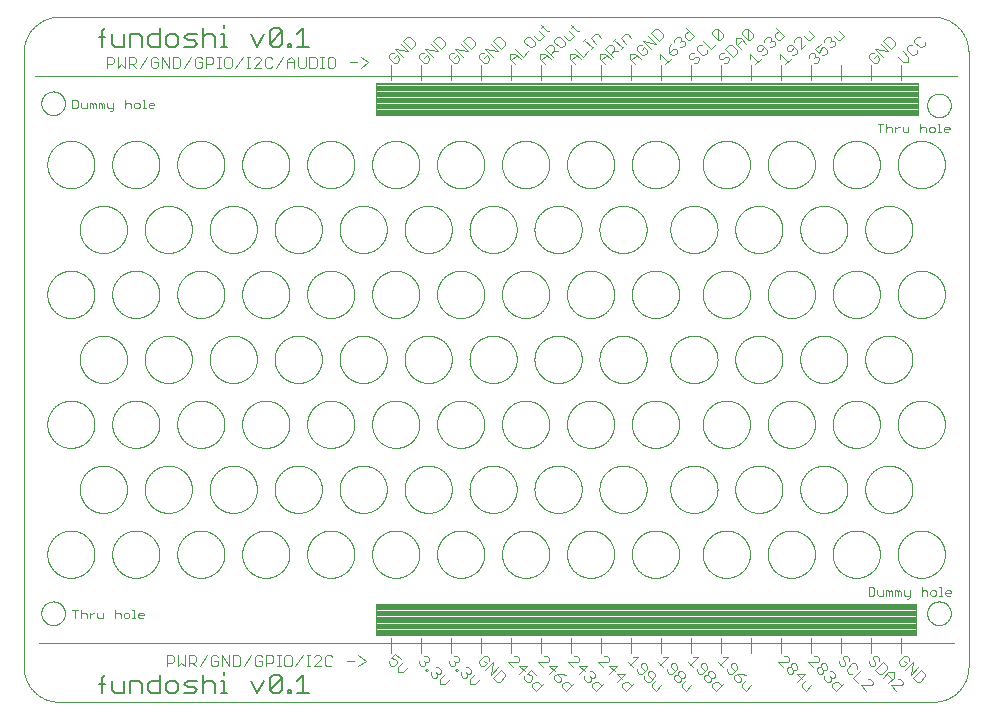
<source format=gto>
G75*
%MOIN*%
%OFA0B0*%
%FSLAX25Y25*%
%IPPOS*%
%LPD*%
%AMOC8*
5,1,8,0,0,1.08239X$1,22.5*
%
%ADD10C,0.00000*%
%ADD11C,0.00300*%
%ADD12C,0.00400*%
%ADD13C,0.00500*%
D10*
X0012811Y0009515D02*
X0304150Y0009515D01*
X0304435Y0009518D01*
X0304721Y0009529D01*
X0305006Y0009546D01*
X0305290Y0009570D01*
X0305574Y0009601D01*
X0305857Y0009639D01*
X0306138Y0009684D01*
X0306419Y0009735D01*
X0306699Y0009793D01*
X0306977Y0009858D01*
X0307253Y0009930D01*
X0307527Y0010008D01*
X0307800Y0010093D01*
X0308070Y0010185D01*
X0308338Y0010283D01*
X0308604Y0010387D01*
X0308867Y0010498D01*
X0309127Y0010615D01*
X0309385Y0010738D01*
X0309639Y0010868D01*
X0309890Y0011004D01*
X0310138Y0011145D01*
X0310382Y0011293D01*
X0310623Y0011446D01*
X0310859Y0011606D01*
X0311092Y0011771D01*
X0311321Y0011941D01*
X0311546Y0012117D01*
X0311766Y0012299D01*
X0311982Y0012485D01*
X0312193Y0012677D01*
X0312400Y0012874D01*
X0312602Y0013076D01*
X0312799Y0013283D01*
X0312991Y0013494D01*
X0313177Y0013710D01*
X0313359Y0013930D01*
X0313535Y0014155D01*
X0313705Y0014384D01*
X0313870Y0014617D01*
X0314030Y0014853D01*
X0314183Y0015094D01*
X0314331Y0015338D01*
X0314472Y0015586D01*
X0314608Y0015837D01*
X0314738Y0016091D01*
X0314861Y0016349D01*
X0314978Y0016609D01*
X0315089Y0016872D01*
X0315193Y0017138D01*
X0315291Y0017406D01*
X0315383Y0017676D01*
X0315468Y0017949D01*
X0315546Y0018223D01*
X0315618Y0018499D01*
X0315683Y0018777D01*
X0315741Y0019057D01*
X0315792Y0019338D01*
X0315837Y0019619D01*
X0315875Y0019902D01*
X0315906Y0020186D01*
X0315930Y0020470D01*
X0315947Y0020755D01*
X0315958Y0021041D01*
X0315961Y0021326D01*
X0315961Y0226050D01*
X0315958Y0226335D01*
X0315947Y0226621D01*
X0315930Y0226906D01*
X0315906Y0227190D01*
X0315875Y0227474D01*
X0315837Y0227757D01*
X0315792Y0228038D01*
X0315741Y0228319D01*
X0315683Y0228599D01*
X0315618Y0228877D01*
X0315546Y0229153D01*
X0315468Y0229427D01*
X0315383Y0229700D01*
X0315291Y0229970D01*
X0315193Y0230238D01*
X0315089Y0230504D01*
X0314978Y0230767D01*
X0314861Y0231027D01*
X0314738Y0231285D01*
X0314608Y0231539D01*
X0314472Y0231790D01*
X0314331Y0232038D01*
X0314183Y0232282D01*
X0314030Y0232523D01*
X0313870Y0232759D01*
X0313705Y0232992D01*
X0313535Y0233221D01*
X0313359Y0233446D01*
X0313177Y0233666D01*
X0312991Y0233882D01*
X0312799Y0234093D01*
X0312602Y0234300D01*
X0312400Y0234502D01*
X0312193Y0234699D01*
X0311982Y0234891D01*
X0311766Y0235077D01*
X0311546Y0235259D01*
X0311321Y0235435D01*
X0311092Y0235605D01*
X0310859Y0235770D01*
X0310623Y0235930D01*
X0310382Y0236083D01*
X0310138Y0236231D01*
X0309890Y0236372D01*
X0309639Y0236508D01*
X0309385Y0236638D01*
X0309127Y0236761D01*
X0308867Y0236878D01*
X0308604Y0236989D01*
X0308338Y0237093D01*
X0308070Y0237191D01*
X0307800Y0237283D01*
X0307527Y0237368D01*
X0307253Y0237446D01*
X0306977Y0237518D01*
X0306699Y0237583D01*
X0306419Y0237641D01*
X0306138Y0237692D01*
X0305857Y0237737D01*
X0305574Y0237775D01*
X0305290Y0237806D01*
X0305006Y0237830D01*
X0304721Y0237847D01*
X0304435Y0237858D01*
X0304150Y0237861D01*
X0012811Y0237861D01*
X0012526Y0237858D01*
X0012240Y0237847D01*
X0011955Y0237830D01*
X0011671Y0237806D01*
X0011387Y0237775D01*
X0011104Y0237737D01*
X0010823Y0237692D01*
X0010542Y0237641D01*
X0010262Y0237583D01*
X0009984Y0237518D01*
X0009708Y0237446D01*
X0009434Y0237368D01*
X0009161Y0237283D01*
X0008891Y0237191D01*
X0008623Y0237093D01*
X0008357Y0236989D01*
X0008094Y0236878D01*
X0007834Y0236761D01*
X0007576Y0236638D01*
X0007322Y0236508D01*
X0007071Y0236372D01*
X0006823Y0236231D01*
X0006579Y0236083D01*
X0006338Y0235930D01*
X0006102Y0235770D01*
X0005869Y0235605D01*
X0005640Y0235435D01*
X0005415Y0235259D01*
X0005195Y0235077D01*
X0004979Y0234891D01*
X0004768Y0234699D01*
X0004561Y0234502D01*
X0004359Y0234300D01*
X0004162Y0234093D01*
X0003970Y0233882D01*
X0003784Y0233666D01*
X0003602Y0233446D01*
X0003426Y0233221D01*
X0003256Y0232992D01*
X0003091Y0232759D01*
X0002931Y0232523D01*
X0002778Y0232282D01*
X0002630Y0232038D01*
X0002489Y0231790D01*
X0002353Y0231539D01*
X0002223Y0231285D01*
X0002100Y0231027D01*
X0001983Y0230767D01*
X0001872Y0230504D01*
X0001768Y0230238D01*
X0001670Y0229970D01*
X0001578Y0229700D01*
X0001493Y0229427D01*
X0001415Y0229153D01*
X0001343Y0228877D01*
X0001278Y0228599D01*
X0001220Y0228319D01*
X0001169Y0228038D01*
X0001124Y0227757D01*
X0001086Y0227474D01*
X0001055Y0227190D01*
X0001031Y0226906D01*
X0001014Y0226621D01*
X0001003Y0226335D01*
X0001000Y0226050D01*
X0001000Y0021326D01*
X0001003Y0021041D01*
X0001014Y0020755D01*
X0001031Y0020470D01*
X0001055Y0020186D01*
X0001086Y0019902D01*
X0001124Y0019619D01*
X0001169Y0019338D01*
X0001220Y0019057D01*
X0001278Y0018777D01*
X0001343Y0018499D01*
X0001415Y0018223D01*
X0001493Y0017949D01*
X0001578Y0017676D01*
X0001670Y0017406D01*
X0001768Y0017138D01*
X0001872Y0016872D01*
X0001983Y0016609D01*
X0002100Y0016349D01*
X0002223Y0016091D01*
X0002353Y0015837D01*
X0002489Y0015586D01*
X0002630Y0015338D01*
X0002778Y0015094D01*
X0002931Y0014853D01*
X0003091Y0014617D01*
X0003256Y0014384D01*
X0003426Y0014155D01*
X0003602Y0013930D01*
X0003784Y0013710D01*
X0003970Y0013494D01*
X0004162Y0013283D01*
X0004359Y0013076D01*
X0004561Y0012874D01*
X0004768Y0012677D01*
X0004979Y0012485D01*
X0005195Y0012299D01*
X0005415Y0012117D01*
X0005640Y0011941D01*
X0005869Y0011771D01*
X0006102Y0011606D01*
X0006338Y0011446D01*
X0006579Y0011293D01*
X0006823Y0011145D01*
X0007071Y0011004D01*
X0007322Y0010868D01*
X0007576Y0010738D01*
X0007834Y0010615D01*
X0008094Y0010498D01*
X0008357Y0010387D01*
X0008623Y0010283D01*
X0008891Y0010185D01*
X0009161Y0010093D01*
X0009434Y0010008D01*
X0009708Y0009930D01*
X0009984Y0009858D01*
X0010262Y0009793D01*
X0010542Y0009735D01*
X0010823Y0009684D01*
X0011104Y0009639D01*
X0011387Y0009601D01*
X0011671Y0009570D01*
X0011955Y0009546D01*
X0012240Y0009529D01*
X0012526Y0009518D01*
X0012811Y0009515D01*
X0006906Y0039043D02*
X0006908Y0039168D01*
X0006914Y0039293D01*
X0006924Y0039417D01*
X0006938Y0039541D01*
X0006955Y0039665D01*
X0006977Y0039788D01*
X0007003Y0039910D01*
X0007032Y0040032D01*
X0007065Y0040152D01*
X0007103Y0040271D01*
X0007143Y0040390D01*
X0007188Y0040506D01*
X0007236Y0040621D01*
X0007288Y0040735D01*
X0007344Y0040847D01*
X0007403Y0040957D01*
X0007465Y0041065D01*
X0007531Y0041172D01*
X0007600Y0041276D01*
X0007673Y0041377D01*
X0007748Y0041477D01*
X0007827Y0041574D01*
X0007909Y0041668D01*
X0007994Y0041760D01*
X0008081Y0041849D01*
X0008172Y0041935D01*
X0008265Y0042018D01*
X0008361Y0042099D01*
X0008459Y0042176D01*
X0008559Y0042250D01*
X0008662Y0042321D01*
X0008767Y0042388D01*
X0008875Y0042453D01*
X0008984Y0042513D01*
X0009095Y0042571D01*
X0009208Y0042624D01*
X0009322Y0042674D01*
X0009438Y0042721D01*
X0009555Y0042763D01*
X0009674Y0042802D01*
X0009794Y0042838D01*
X0009915Y0042869D01*
X0010037Y0042897D01*
X0010159Y0042920D01*
X0010283Y0042940D01*
X0010407Y0042956D01*
X0010531Y0042968D01*
X0010656Y0042976D01*
X0010781Y0042980D01*
X0010905Y0042980D01*
X0011030Y0042976D01*
X0011155Y0042968D01*
X0011279Y0042956D01*
X0011403Y0042940D01*
X0011527Y0042920D01*
X0011649Y0042897D01*
X0011771Y0042869D01*
X0011892Y0042838D01*
X0012012Y0042802D01*
X0012131Y0042763D01*
X0012248Y0042721D01*
X0012364Y0042674D01*
X0012478Y0042624D01*
X0012591Y0042571D01*
X0012702Y0042513D01*
X0012812Y0042453D01*
X0012919Y0042388D01*
X0013024Y0042321D01*
X0013127Y0042250D01*
X0013227Y0042176D01*
X0013325Y0042099D01*
X0013421Y0042018D01*
X0013514Y0041935D01*
X0013605Y0041849D01*
X0013692Y0041760D01*
X0013777Y0041668D01*
X0013859Y0041574D01*
X0013938Y0041477D01*
X0014013Y0041377D01*
X0014086Y0041276D01*
X0014155Y0041172D01*
X0014221Y0041065D01*
X0014283Y0040957D01*
X0014342Y0040847D01*
X0014398Y0040735D01*
X0014450Y0040621D01*
X0014498Y0040506D01*
X0014543Y0040390D01*
X0014583Y0040271D01*
X0014621Y0040152D01*
X0014654Y0040032D01*
X0014683Y0039910D01*
X0014709Y0039788D01*
X0014731Y0039665D01*
X0014748Y0039541D01*
X0014762Y0039417D01*
X0014772Y0039293D01*
X0014778Y0039168D01*
X0014780Y0039043D01*
X0014778Y0038918D01*
X0014772Y0038793D01*
X0014762Y0038669D01*
X0014748Y0038545D01*
X0014731Y0038421D01*
X0014709Y0038298D01*
X0014683Y0038176D01*
X0014654Y0038054D01*
X0014621Y0037934D01*
X0014583Y0037815D01*
X0014543Y0037696D01*
X0014498Y0037580D01*
X0014450Y0037465D01*
X0014398Y0037351D01*
X0014342Y0037239D01*
X0014283Y0037129D01*
X0014221Y0037021D01*
X0014155Y0036914D01*
X0014086Y0036810D01*
X0014013Y0036709D01*
X0013938Y0036609D01*
X0013859Y0036512D01*
X0013777Y0036418D01*
X0013692Y0036326D01*
X0013605Y0036237D01*
X0013514Y0036151D01*
X0013421Y0036068D01*
X0013325Y0035987D01*
X0013227Y0035910D01*
X0013127Y0035836D01*
X0013024Y0035765D01*
X0012919Y0035698D01*
X0012811Y0035633D01*
X0012702Y0035573D01*
X0012591Y0035515D01*
X0012478Y0035462D01*
X0012364Y0035412D01*
X0012248Y0035365D01*
X0012131Y0035323D01*
X0012012Y0035284D01*
X0011892Y0035248D01*
X0011771Y0035217D01*
X0011649Y0035189D01*
X0011527Y0035166D01*
X0011403Y0035146D01*
X0011279Y0035130D01*
X0011155Y0035118D01*
X0011030Y0035110D01*
X0010905Y0035106D01*
X0010781Y0035106D01*
X0010656Y0035110D01*
X0010531Y0035118D01*
X0010407Y0035130D01*
X0010283Y0035146D01*
X0010159Y0035166D01*
X0010037Y0035189D01*
X0009915Y0035217D01*
X0009794Y0035248D01*
X0009674Y0035284D01*
X0009555Y0035323D01*
X0009438Y0035365D01*
X0009322Y0035412D01*
X0009208Y0035462D01*
X0009095Y0035515D01*
X0008984Y0035573D01*
X0008874Y0035633D01*
X0008767Y0035698D01*
X0008662Y0035765D01*
X0008559Y0035836D01*
X0008459Y0035910D01*
X0008361Y0035987D01*
X0008265Y0036068D01*
X0008172Y0036151D01*
X0008081Y0036237D01*
X0007994Y0036326D01*
X0007909Y0036418D01*
X0007827Y0036512D01*
X0007748Y0036609D01*
X0007673Y0036709D01*
X0007600Y0036810D01*
X0007531Y0036914D01*
X0007465Y0037021D01*
X0007403Y0037129D01*
X0007344Y0037239D01*
X0007288Y0037351D01*
X0007236Y0037465D01*
X0007188Y0037580D01*
X0007143Y0037696D01*
X0007103Y0037815D01*
X0007065Y0037934D01*
X0007032Y0038054D01*
X0007003Y0038176D01*
X0006977Y0038298D01*
X0006955Y0038421D01*
X0006938Y0038545D01*
X0006924Y0038669D01*
X0006914Y0038793D01*
X0006908Y0038918D01*
X0006906Y0039043D01*
X0008874Y0058728D02*
X0008876Y0058921D01*
X0008883Y0059114D01*
X0008895Y0059307D01*
X0008912Y0059500D01*
X0008933Y0059692D01*
X0008959Y0059883D01*
X0008990Y0060074D01*
X0009025Y0060264D01*
X0009065Y0060453D01*
X0009110Y0060641D01*
X0009159Y0060828D01*
X0009213Y0061014D01*
X0009271Y0061198D01*
X0009334Y0061381D01*
X0009402Y0061562D01*
X0009473Y0061741D01*
X0009550Y0061919D01*
X0009630Y0062095D01*
X0009715Y0062268D01*
X0009804Y0062440D01*
X0009897Y0062609D01*
X0009994Y0062776D01*
X0010096Y0062941D01*
X0010201Y0063103D01*
X0010310Y0063262D01*
X0010424Y0063419D01*
X0010541Y0063572D01*
X0010661Y0063723D01*
X0010786Y0063871D01*
X0010914Y0064016D01*
X0011045Y0064157D01*
X0011180Y0064296D01*
X0011319Y0064431D01*
X0011460Y0064562D01*
X0011605Y0064690D01*
X0011753Y0064815D01*
X0011904Y0064935D01*
X0012057Y0065052D01*
X0012214Y0065166D01*
X0012373Y0065275D01*
X0012535Y0065380D01*
X0012700Y0065482D01*
X0012867Y0065579D01*
X0013036Y0065672D01*
X0013208Y0065761D01*
X0013381Y0065846D01*
X0013557Y0065926D01*
X0013735Y0066003D01*
X0013914Y0066074D01*
X0014095Y0066142D01*
X0014278Y0066205D01*
X0014462Y0066263D01*
X0014648Y0066317D01*
X0014835Y0066366D01*
X0015023Y0066411D01*
X0015212Y0066451D01*
X0015402Y0066486D01*
X0015593Y0066517D01*
X0015784Y0066543D01*
X0015976Y0066564D01*
X0016169Y0066581D01*
X0016362Y0066593D01*
X0016555Y0066600D01*
X0016748Y0066602D01*
X0016941Y0066600D01*
X0017134Y0066593D01*
X0017327Y0066581D01*
X0017520Y0066564D01*
X0017712Y0066543D01*
X0017903Y0066517D01*
X0018094Y0066486D01*
X0018284Y0066451D01*
X0018473Y0066411D01*
X0018661Y0066366D01*
X0018848Y0066317D01*
X0019034Y0066263D01*
X0019218Y0066205D01*
X0019401Y0066142D01*
X0019582Y0066074D01*
X0019761Y0066003D01*
X0019939Y0065926D01*
X0020115Y0065846D01*
X0020288Y0065761D01*
X0020460Y0065672D01*
X0020629Y0065579D01*
X0020796Y0065482D01*
X0020961Y0065380D01*
X0021123Y0065275D01*
X0021282Y0065166D01*
X0021439Y0065052D01*
X0021592Y0064935D01*
X0021743Y0064815D01*
X0021891Y0064690D01*
X0022036Y0064562D01*
X0022177Y0064431D01*
X0022316Y0064296D01*
X0022451Y0064157D01*
X0022582Y0064016D01*
X0022710Y0063871D01*
X0022835Y0063723D01*
X0022955Y0063572D01*
X0023072Y0063419D01*
X0023186Y0063262D01*
X0023295Y0063103D01*
X0023400Y0062941D01*
X0023502Y0062776D01*
X0023599Y0062609D01*
X0023692Y0062440D01*
X0023781Y0062268D01*
X0023866Y0062095D01*
X0023946Y0061919D01*
X0024023Y0061741D01*
X0024094Y0061562D01*
X0024162Y0061381D01*
X0024225Y0061198D01*
X0024283Y0061014D01*
X0024337Y0060828D01*
X0024386Y0060641D01*
X0024431Y0060453D01*
X0024471Y0060264D01*
X0024506Y0060074D01*
X0024537Y0059883D01*
X0024563Y0059692D01*
X0024584Y0059500D01*
X0024601Y0059307D01*
X0024613Y0059114D01*
X0024620Y0058921D01*
X0024622Y0058728D01*
X0024620Y0058535D01*
X0024613Y0058342D01*
X0024601Y0058149D01*
X0024584Y0057956D01*
X0024563Y0057764D01*
X0024537Y0057573D01*
X0024506Y0057382D01*
X0024471Y0057192D01*
X0024431Y0057003D01*
X0024386Y0056815D01*
X0024337Y0056628D01*
X0024283Y0056442D01*
X0024225Y0056258D01*
X0024162Y0056075D01*
X0024094Y0055894D01*
X0024023Y0055715D01*
X0023946Y0055537D01*
X0023866Y0055361D01*
X0023781Y0055188D01*
X0023692Y0055016D01*
X0023599Y0054847D01*
X0023502Y0054680D01*
X0023400Y0054515D01*
X0023295Y0054353D01*
X0023186Y0054194D01*
X0023072Y0054037D01*
X0022955Y0053884D01*
X0022835Y0053733D01*
X0022710Y0053585D01*
X0022582Y0053440D01*
X0022451Y0053299D01*
X0022316Y0053160D01*
X0022177Y0053025D01*
X0022036Y0052894D01*
X0021891Y0052766D01*
X0021743Y0052641D01*
X0021592Y0052521D01*
X0021439Y0052404D01*
X0021282Y0052290D01*
X0021123Y0052181D01*
X0020961Y0052076D01*
X0020796Y0051974D01*
X0020629Y0051877D01*
X0020460Y0051784D01*
X0020288Y0051695D01*
X0020115Y0051610D01*
X0019939Y0051530D01*
X0019761Y0051453D01*
X0019582Y0051382D01*
X0019401Y0051314D01*
X0019218Y0051251D01*
X0019034Y0051193D01*
X0018848Y0051139D01*
X0018661Y0051090D01*
X0018473Y0051045D01*
X0018284Y0051005D01*
X0018094Y0050970D01*
X0017903Y0050939D01*
X0017712Y0050913D01*
X0017520Y0050892D01*
X0017327Y0050875D01*
X0017134Y0050863D01*
X0016941Y0050856D01*
X0016748Y0050854D01*
X0016555Y0050856D01*
X0016362Y0050863D01*
X0016169Y0050875D01*
X0015976Y0050892D01*
X0015784Y0050913D01*
X0015593Y0050939D01*
X0015402Y0050970D01*
X0015212Y0051005D01*
X0015023Y0051045D01*
X0014835Y0051090D01*
X0014648Y0051139D01*
X0014462Y0051193D01*
X0014278Y0051251D01*
X0014095Y0051314D01*
X0013914Y0051382D01*
X0013735Y0051453D01*
X0013557Y0051530D01*
X0013381Y0051610D01*
X0013208Y0051695D01*
X0013036Y0051784D01*
X0012867Y0051877D01*
X0012700Y0051974D01*
X0012535Y0052076D01*
X0012373Y0052181D01*
X0012214Y0052290D01*
X0012057Y0052404D01*
X0011904Y0052521D01*
X0011753Y0052641D01*
X0011605Y0052766D01*
X0011460Y0052894D01*
X0011319Y0053025D01*
X0011180Y0053160D01*
X0011045Y0053299D01*
X0010914Y0053440D01*
X0010786Y0053585D01*
X0010661Y0053733D01*
X0010541Y0053884D01*
X0010424Y0054037D01*
X0010310Y0054194D01*
X0010201Y0054353D01*
X0010096Y0054515D01*
X0009994Y0054680D01*
X0009897Y0054847D01*
X0009804Y0055016D01*
X0009715Y0055188D01*
X0009630Y0055361D01*
X0009550Y0055537D01*
X0009473Y0055715D01*
X0009402Y0055894D01*
X0009334Y0056075D01*
X0009271Y0056258D01*
X0009213Y0056442D01*
X0009159Y0056628D01*
X0009110Y0056815D01*
X0009065Y0057003D01*
X0009025Y0057192D01*
X0008990Y0057382D01*
X0008959Y0057573D01*
X0008933Y0057764D01*
X0008912Y0057956D01*
X0008895Y0058149D01*
X0008883Y0058342D01*
X0008876Y0058535D01*
X0008874Y0058728D01*
X0019701Y0080381D02*
X0019703Y0080574D01*
X0019710Y0080767D01*
X0019722Y0080960D01*
X0019739Y0081153D01*
X0019760Y0081345D01*
X0019786Y0081536D01*
X0019817Y0081727D01*
X0019852Y0081917D01*
X0019892Y0082106D01*
X0019937Y0082294D01*
X0019986Y0082481D01*
X0020040Y0082667D01*
X0020098Y0082851D01*
X0020161Y0083034D01*
X0020229Y0083215D01*
X0020300Y0083394D01*
X0020377Y0083572D01*
X0020457Y0083748D01*
X0020542Y0083921D01*
X0020631Y0084093D01*
X0020724Y0084262D01*
X0020821Y0084429D01*
X0020923Y0084594D01*
X0021028Y0084756D01*
X0021137Y0084915D01*
X0021251Y0085072D01*
X0021368Y0085225D01*
X0021488Y0085376D01*
X0021613Y0085524D01*
X0021741Y0085669D01*
X0021872Y0085810D01*
X0022007Y0085949D01*
X0022146Y0086084D01*
X0022287Y0086215D01*
X0022432Y0086343D01*
X0022580Y0086468D01*
X0022731Y0086588D01*
X0022884Y0086705D01*
X0023041Y0086819D01*
X0023200Y0086928D01*
X0023362Y0087033D01*
X0023527Y0087135D01*
X0023694Y0087232D01*
X0023863Y0087325D01*
X0024035Y0087414D01*
X0024208Y0087499D01*
X0024384Y0087579D01*
X0024562Y0087656D01*
X0024741Y0087727D01*
X0024922Y0087795D01*
X0025105Y0087858D01*
X0025289Y0087916D01*
X0025475Y0087970D01*
X0025662Y0088019D01*
X0025850Y0088064D01*
X0026039Y0088104D01*
X0026229Y0088139D01*
X0026420Y0088170D01*
X0026611Y0088196D01*
X0026803Y0088217D01*
X0026996Y0088234D01*
X0027189Y0088246D01*
X0027382Y0088253D01*
X0027575Y0088255D01*
X0027768Y0088253D01*
X0027961Y0088246D01*
X0028154Y0088234D01*
X0028347Y0088217D01*
X0028539Y0088196D01*
X0028730Y0088170D01*
X0028921Y0088139D01*
X0029111Y0088104D01*
X0029300Y0088064D01*
X0029488Y0088019D01*
X0029675Y0087970D01*
X0029861Y0087916D01*
X0030045Y0087858D01*
X0030228Y0087795D01*
X0030409Y0087727D01*
X0030588Y0087656D01*
X0030766Y0087579D01*
X0030942Y0087499D01*
X0031115Y0087414D01*
X0031287Y0087325D01*
X0031456Y0087232D01*
X0031623Y0087135D01*
X0031788Y0087033D01*
X0031950Y0086928D01*
X0032109Y0086819D01*
X0032266Y0086705D01*
X0032419Y0086588D01*
X0032570Y0086468D01*
X0032718Y0086343D01*
X0032863Y0086215D01*
X0033004Y0086084D01*
X0033143Y0085949D01*
X0033278Y0085810D01*
X0033409Y0085669D01*
X0033537Y0085524D01*
X0033662Y0085376D01*
X0033782Y0085225D01*
X0033899Y0085072D01*
X0034013Y0084915D01*
X0034122Y0084756D01*
X0034227Y0084594D01*
X0034329Y0084429D01*
X0034426Y0084262D01*
X0034519Y0084093D01*
X0034608Y0083921D01*
X0034693Y0083748D01*
X0034773Y0083572D01*
X0034850Y0083394D01*
X0034921Y0083215D01*
X0034989Y0083034D01*
X0035052Y0082851D01*
X0035110Y0082667D01*
X0035164Y0082481D01*
X0035213Y0082294D01*
X0035258Y0082106D01*
X0035298Y0081917D01*
X0035333Y0081727D01*
X0035364Y0081536D01*
X0035390Y0081345D01*
X0035411Y0081153D01*
X0035428Y0080960D01*
X0035440Y0080767D01*
X0035447Y0080574D01*
X0035449Y0080381D01*
X0035447Y0080188D01*
X0035440Y0079995D01*
X0035428Y0079802D01*
X0035411Y0079609D01*
X0035390Y0079417D01*
X0035364Y0079226D01*
X0035333Y0079035D01*
X0035298Y0078845D01*
X0035258Y0078656D01*
X0035213Y0078468D01*
X0035164Y0078281D01*
X0035110Y0078095D01*
X0035052Y0077911D01*
X0034989Y0077728D01*
X0034921Y0077547D01*
X0034850Y0077368D01*
X0034773Y0077190D01*
X0034693Y0077014D01*
X0034608Y0076841D01*
X0034519Y0076669D01*
X0034426Y0076500D01*
X0034329Y0076333D01*
X0034227Y0076168D01*
X0034122Y0076006D01*
X0034013Y0075847D01*
X0033899Y0075690D01*
X0033782Y0075537D01*
X0033662Y0075386D01*
X0033537Y0075238D01*
X0033409Y0075093D01*
X0033278Y0074952D01*
X0033143Y0074813D01*
X0033004Y0074678D01*
X0032863Y0074547D01*
X0032718Y0074419D01*
X0032570Y0074294D01*
X0032419Y0074174D01*
X0032266Y0074057D01*
X0032109Y0073943D01*
X0031950Y0073834D01*
X0031788Y0073729D01*
X0031623Y0073627D01*
X0031456Y0073530D01*
X0031287Y0073437D01*
X0031115Y0073348D01*
X0030942Y0073263D01*
X0030766Y0073183D01*
X0030588Y0073106D01*
X0030409Y0073035D01*
X0030228Y0072967D01*
X0030045Y0072904D01*
X0029861Y0072846D01*
X0029675Y0072792D01*
X0029488Y0072743D01*
X0029300Y0072698D01*
X0029111Y0072658D01*
X0028921Y0072623D01*
X0028730Y0072592D01*
X0028539Y0072566D01*
X0028347Y0072545D01*
X0028154Y0072528D01*
X0027961Y0072516D01*
X0027768Y0072509D01*
X0027575Y0072507D01*
X0027382Y0072509D01*
X0027189Y0072516D01*
X0026996Y0072528D01*
X0026803Y0072545D01*
X0026611Y0072566D01*
X0026420Y0072592D01*
X0026229Y0072623D01*
X0026039Y0072658D01*
X0025850Y0072698D01*
X0025662Y0072743D01*
X0025475Y0072792D01*
X0025289Y0072846D01*
X0025105Y0072904D01*
X0024922Y0072967D01*
X0024741Y0073035D01*
X0024562Y0073106D01*
X0024384Y0073183D01*
X0024208Y0073263D01*
X0024035Y0073348D01*
X0023863Y0073437D01*
X0023694Y0073530D01*
X0023527Y0073627D01*
X0023362Y0073729D01*
X0023200Y0073834D01*
X0023041Y0073943D01*
X0022884Y0074057D01*
X0022731Y0074174D01*
X0022580Y0074294D01*
X0022432Y0074419D01*
X0022287Y0074547D01*
X0022146Y0074678D01*
X0022007Y0074813D01*
X0021872Y0074952D01*
X0021741Y0075093D01*
X0021613Y0075238D01*
X0021488Y0075386D01*
X0021368Y0075537D01*
X0021251Y0075690D01*
X0021137Y0075847D01*
X0021028Y0076006D01*
X0020923Y0076168D01*
X0020821Y0076333D01*
X0020724Y0076500D01*
X0020631Y0076669D01*
X0020542Y0076841D01*
X0020457Y0077014D01*
X0020377Y0077190D01*
X0020300Y0077368D01*
X0020229Y0077547D01*
X0020161Y0077728D01*
X0020098Y0077911D01*
X0020040Y0078095D01*
X0019986Y0078281D01*
X0019937Y0078468D01*
X0019892Y0078656D01*
X0019852Y0078845D01*
X0019817Y0079035D01*
X0019786Y0079226D01*
X0019760Y0079417D01*
X0019739Y0079609D01*
X0019722Y0079802D01*
X0019710Y0079995D01*
X0019703Y0080188D01*
X0019701Y0080381D01*
X0008874Y0102035D02*
X0008876Y0102228D01*
X0008883Y0102421D01*
X0008895Y0102614D01*
X0008912Y0102807D01*
X0008933Y0102999D01*
X0008959Y0103190D01*
X0008990Y0103381D01*
X0009025Y0103571D01*
X0009065Y0103760D01*
X0009110Y0103948D01*
X0009159Y0104135D01*
X0009213Y0104321D01*
X0009271Y0104505D01*
X0009334Y0104688D01*
X0009402Y0104869D01*
X0009473Y0105048D01*
X0009550Y0105226D01*
X0009630Y0105402D01*
X0009715Y0105575D01*
X0009804Y0105747D01*
X0009897Y0105916D01*
X0009994Y0106083D01*
X0010096Y0106248D01*
X0010201Y0106410D01*
X0010310Y0106569D01*
X0010424Y0106726D01*
X0010541Y0106879D01*
X0010661Y0107030D01*
X0010786Y0107178D01*
X0010914Y0107323D01*
X0011045Y0107464D01*
X0011180Y0107603D01*
X0011319Y0107738D01*
X0011460Y0107869D01*
X0011605Y0107997D01*
X0011753Y0108122D01*
X0011904Y0108242D01*
X0012057Y0108359D01*
X0012214Y0108473D01*
X0012373Y0108582D01*
X0012535Y0108687D01*
X0012700Y0108789D01*
X0012867Y0108886D01*
X0013036Y0108979D01*
X0013208Y0109068D01*
X0013381Y0109153D01*
X0013557Y0109233D01*
X0013735Y0109310D01*
X0013914Y0109381D01*
X0014095Y0109449D01*
X0014278Y0109512D01*
X0014462Y0109570D01*
X0014648Y0109624D01*
X0014835Y0109673D01*
X0015023Y0109718D01*
X0015212Y0109758D01*
X0015402Y0109793D01*
X0015593Y0109824D01*
X0015784Y0109850D01*
X0015976Y0109871D01*
X0016169Y0109888D01*
X0016362Y0109900D01*
X0016555Y0109907D01*
X0016748Y0109909D01*
X0016941Y0109907D01*
X0017134Y0109900D01*
X0017327Y0109888D01*
X0017520Y0109871D01*
X0017712Y0109850D01*
X0017903Y0109824D01*
X0018094Y0109793D01*
X0018284Y0109758D01*
X0018473Y0109718D01*
X0018661Y0109673D01*
X0018848Y0109624D01*
X0019034Y0109570D01*
X0019218Y0109512D01*
X0019401Y0109449D01*
X0019582Y0109381D01*
X0019761Y0109310D01*
X0019939Y0109233D01*
X0020115Y0109153D01*
X0020288Y0109068D01*
X0020460Y0108979D01*
X0020629Y0108886D01*
X0020796Y0108789D01*
X0020961Y0108687D01*
X0021123Y0108582D01*
X0021282Y0108473D01*
X0021439Y0108359D01*
X0021592Y0108242D01*
X0021743Y0108122D01*
X0021891Y0107997D01*
X0022036Y0107869D01*
X0022177Y0107738D01*
X0022316Y0107603D01*
X0022451Y0107464D01*
X0022582Y0107323D01*
X0022710Y0107178D01*
X0022835Y0107030D01*
X0022955Y0106879D01*
X0023072Y0106726D01*
X0023186Y0106569D01*
X0023295Y0106410D01*
X0023400Y0106248D01*
X0023502Y0106083D01*
X0023599Y0105916D01*
X0023692Y0105747D01*
X0023781Y0105575D01*
X0023866Y0105402D01*
X0023946Y0105226D01*
X0024023Y0105048D01*
X0024094Y0104869D01*
X0024162Y0104688D01*
X0024225Y0104505D01*
X0024283Y0104321D01*
X0024337Y0104135D01*
X0024386Y0103948D01*
X0024431Y0103760D01*
X0024471Y0103571D01*
X0024506Y0103381D01*
X0024537Y0103190D01*
X0024563Y0102999D01*
X0024584Y0102807D01*
X0024601Y0102614D01*
X0024613Y0102421D01*
X0024620Y0102228D01*
X0024622Y0102035D01*
X0024620Y0101842D01*
X0024613Y0101649D01*
X0024601Y0101456D01*
X0024584Y0101263D01*
X0024563Y0101071D01*
X0024537Y0100880D01*
X0024506Y0100689D01*
X0024471Y0100499D01*
X0024431Y0100310D01*
X0024386Y0100122D01*
X0024337Y0099935D01*
X0024283Y0099749D01*
X0024225Y0099565D01*
X0024162Y0099382D01*
X0024094Y0099201D01*
X0024023Y0099022D01*
X0023946Y0098844D01*
X0023866Y0098668D01*
X0023781Y0098495D01*
X0023692Y0098323D01*
X0023599Y0098154D01*
X0023502Y0097987D01*
X0023400Y0097822D01*
X0023295Y0097660D01*
X0023186Y0097501D01*
X0023072Y0097344D01*
X0022955Y0097191D01*
X0022835Y0097040D01*
X0022710Y0096892D01*
X0022582Y0096747D01*
X0022451Y0096606D01*
X0022316Y0096467D01*
X0022177Y0096332D01*
X0022036Y0096201D01*
X0021891Y0096073D01*
X0021743Y0095948D01*
X0021592Y0095828D01*
X0021439Y0095711D01*
X0021282Y0095597D01*
X0021123Y0095488D01*
X0020961Y0095383D01*
X0020796Y0095281D01*
X0020629Y0095184D01*
X0020460Y0095091D01*
X0020288Y0095002D01*
X0020115Y0094917D01*
X0019939Y0094837D01*
X0019761Y0094760D01*
X0019582Y0094689D01*
X0019401Y0094621D01*
X0019218Y0094558D01*
X0019034Y0094500D01*
X0018848Y0094446D01*
X0018661Y0094397D01*
X0018473Y0094352D01*
X0018284Y0094312D01*
X0018094Y0094277D01*
X0017903Y0094246D01*
X0017712Y0094220D01*
X0017520Y0094199D01*
X0017327Y0094182D01*
X0017134Y0094170D01*
X0016941Y0094163D01*
X0016748Y0094161D01*
X0016555Y0094163D01*
X0016362Y0094170D01*
X0016169Y0094182D01*
X0015976Y0094199D01*
X0015784Y0094220D01*
X0015593Y0094246D01*
X0015402Y0094277D01*
X0015212Y0094312D01*
X0015023Y0094352D01*
X0014835Y0094397D01*
X0014648Y0094446D01*
X0014462Y0094500D01*
X0014278Y0094558D01*
X0014095Y0094621D01*
X0013914Y0094689D01*
X0013735Y0094760D01*
X0013557Y0094837D01*
X0013381Y0094917D01*
X0013208Y0095002D01*
X0013036Y0095091D01*
X0012867Y0095184D01*
X0012700Y0095281D01*
X0012535Y0095383D01*
X0012373Y0095488D01*
X0012214Y0095597D01*
X0012057Y0095711D01*
X0011904Y0095828D01*
X0011753Y0095948D01*
X0011605Y0096073D01*
X0011460Y0096201D01*
X0011319Y0096332D01*
X0011180Y0096467D01*
X0011045Y0096606D01*
X0010914Y0096747D01*
X0010786Y0096892D01*
X0010661Y0097040D01*
X0010541Y0097191D01*
X0010424Y0097344D01*
X0010310Y0097501D01*
X0010201Y0097660D01*
X0010096Y0097822D01*
X0009994Y0097987D01*
X0009897Y0098154D01*
X0009804Y0098323D01*
X0009715Y0098495D01*
X0009630Y0098668D01*
X0009550Y0098844D01*
X0009473Y0099022D01*
X0009402Y0099201D01*
X0009334Y0099382D01*
X0009271Y0099565D01*
X0009213Y0099749D01*
X0009159Y0099935D01*
X0009110Y0100122D01*
X0009065Y0100310D01*
X0009025Y0100499D01*
X0008990Y0100689D01*
X0008959Y0100880D01*
X0008933Y0101071D01*
X0008912Y0101263D01*
X0008895Y0101456D01*
X0008883Y0101649D01*
X0008876Y0101842D01*
X0008874Y0102035D01*
X0019701Y0123688D02*
X0019703Y0123881D01*
X0019710Y0124074D01*
X0019722Y0124267D01*
X0019739Y0124460D01*
X0019760Y0124652D01*
X0019786Y0124843D01*
X0019817Y0125034D01*
X0019852Y0125224D01*
X0019892Y0125413D01*
X0019937Y0125601D01*
X0019986Y0125788D01*
X0020040Y0125974D01*
X0020098Y0126158D01*
X0020161Y0126341D01*
X0020229Y0126522D01*
X0020300Y0126701D01*
X0020377Y0126879D01*
X0020457Y0127055D01*
X0020542Y0127228D01*
X0020631Y0127400D01*
X0020724Y0127569D01*
X0020821Y0127736D01*
X0020923Y0127901D01*
X0021028Y0128063D01*
X0021137Y0128222D01*
X0021251Y0128379D01*
X0021368Y0128532D01*
X0021488Y0128683D01*
X0021613Y0128831D01*
X0021741Y0128976D01*
X0021872Y0129117D01*
X0022007Y0129256D01*
X0022146Y0129391D01*
X0022287Y0129522D01*
X0022432Y0129650D01*
X0022580Y0129775D01*
X0022731Y0129895D01*
X0022884Y0130012D01*
X0023041Y0130126D01*
X0023200Y0130235D01*
X0023362Y0130340D01*
X0023527Y0130442D01*
X0023694Y0130539D01*
X0023863Y0130632D01*
X0024035Y0130721D01*
X0024208Y0130806D01*
X0024384Y0130886D01*
X0024562Y0130963D01*
X0024741Y0131034D01*
X0024922Y0131102D01*
X0025105Y0131165D01*
X0025289Y0131223D01*
X0025475Y0131277D01*
X0025662Y0131326D01*
X0025850Y0131371D01*
X0026039Y0131411D01*
X0026229Y0131446D01*
X0026420Y0131477D01*
X0026611Y0131503D01*
X0026803Y0131524D01*
X0026996Y0131541D01*
X0027189Y0131553D01*
X0027382Y0131560D01*
X0027575Y0131562D01*
X0027768Y0131560D01*
X0027961Y0131553D01*
X0028154Y0131541D01*
X0028347Y0131524D01*
X0028539Y0131503D01*
X0028730Y0131477D01*
X0028921Y0131446D01*
X0029111Y0131411D01*
X0029300Y0131371D01*
X0029488Y0131326D01*
X0029675Y0131277D01*
X0029861Y0131223D01*
X0030045Y0131165D01*
X0030228Y0131102D01*
X0030409Y0131034D01*
X0030588Y0130963D01*
X0030766Y0130886D01*
X0030942Y0130806D01*
X0031115Y0130721D01*
X0031287Y0130632D01*
X0031456Y0130539D01*
X0031623Y0130442D01*
X0031788Y0130340D01*
X0031950Y0130235D01*
X0032109Y0130126D01*
X0032266Y0130012D01*
X0032419Y0129895D01*
X0032570Y0129775D01*
X0032718Y0129650D01*
X0032863Y0129522D01*
X0033004Y0129391D01*
X0033143Y0129256D01*
X0033278Y0129117D01*
X0033409Y0128976D01*
X0033537Y0128831D01*
X0033662Y0128683D01*
X0033782Y0128532D01*
X0033899Y0128379D01*
X0034013Y0128222D01*
X0034122Y0128063D01*
X0034227Y0127901D01*
X0034329Y0127736D01*
X0034426Y0127569D01*
X0034519Y0127400D01*
X0034608Y0127228D01*
X0034693Y0127055D01*
X0034773Y0126879D01*
X0034850Y0126701D01*
X0034921Y0126522D01*
X0034989Y0126341D01*
X0035052Y0126158D01*
X0035110Y0125974D01*
X0035164Y0125788D01*
X0035213Y0125601D01*
X0035258Y0125413D01*
X0035298Y0125224D01*
X0035333Y0125034D01*
X0035364Y0124843D01*
X0035390Y0124652D01*
X0035411Y0124460D01*
X0035428Y0124267D01*
X0035440Y0124074D01*
X0035447Y0123881D01*
X0035449Y0123688D01*
X0035447Y0123495D01*
X0035440Y0123302D01*
X0035428Y0123109D01*
X0035411Y0122916D01*
X0035390Y0122724D01*
X0035364Y0122533D01*
X0035333Y0122342D01*
X0035298Y0122152D01*
X0035258Y0121963D01*
X0035213Y0121775D01*
X0035164Y0121588D01*
X0035110Y0121402D01*
X0035052Y0121218D01*
X0034989Y0121035D01*
X0034921Y0120854D01*
X0034850Y0120675D01*
X0034773Y0120497D01*
X0034693Y0120321D01*
X0034608Y0120148D01*
X0034519Y0119976D01*
X0034426Y0119807D01*
X0034329Y0119640D01*
X0034227Y0119475D01*
X0034122Y0119313D01*
X0034013Y0119154D01*
X0033899Y0118997D01*
X0033782Y0118844D01*
X0033662Y0118693D01*
X0033537Y0118545D01*
X0033409Y0118400D01*
X0033278Y0118259D01*
X0033143Y0118120D01*
X0033004Y0117985D01*
X0032863Y0117854D01*
X0032718Y0117726D01*
X0032570Y0117601D01*
X0032419Y0117481D01*
X0032266Y0117364D01*
X0032109Y0117250D01*
X0031950Y0117141D01*
X0031788Y0117036D01*
X0031623Y0116934D01*
X0031456Y0116837D01*
X0031287Y0116744D01*
X0031115Y0116655D01*
X0030942Y0116570D01*
X0030766Y0116490D01*
X0030588Y0116413D01*
X0030409Y0116342D01*
X0030228Y0116274D01*
X0030045Y0116211D01*
X0029861Y0116153D01*
X0029675Y0116099D01*
X0029488Y0116050D01*
X0029300Y0116005D01*
X0029111Y0115965D01*
X0028921Y0115930D01*
X0028730Y0115899D01*
X0028539Y0115873D01*
X0028347Y0115852D01*
X0028154Y0115835D01*
X0027961Y0115823D01*
X0027768Y0115816D01*
X0027575Y0115814D01*
X0027382Y0115816D01*
X0027189Y0115823D01*
X0026996Y0115835D01*
X0026803Y0115852D01*
X0026611Y0115873D01*
X0026420Y0115899D01*
X0026229Y0115930D01*
X0026039Y0115965D01*
X0025850Y0116005D01*
X0025662Y0116050D01*
X0025475Y0116099D01*
X0025289Y0116153D01*
X0025105Y0116211D01*
X0024922Y0116274D01*
X0024741Y0116342D01*
X0024562Y0116413D01*
X0024384Y0116490D01*
X0024208Y0116570D01*
X0024035Y0116655D01*
X0023863Y0116744D01*
X0023694Y0116837D01*
X0023527Y0116934D01*
X0023362Y0117036D01*
X0023200Y0117141D01*
X0023041Y0117250D01*
X0022884Y0117364D01*
X0022731Y0117481D01*
X0022580Y0117601D01*
X0022432Y0117726D01*
X0022287Y0117854D01*
X0022146Y0117985D01*
X0022007Y0118120D01*
X0021872Y0118259D01*
X0021741Y0118400D01*
X0021613Y0118545D01*
X0021488Y0118693D01*
X0021368Y0118844D01*
X0021251Y0118997D01*
X0021137Y0119154D01*
X0021028Y0119313D01*
X0020923Y0119475D01*
X0020821Y0119640D01*
X0020724Y0119807D01*
X0020631Y0119976D01*
X0020542Y0120148D01*
X0020457Y0120321D01*
X0020377Y0120497D01*
X0020300Y0120675D01*
X0020229Y0120854D01*
X0020161Y0121035D01*
X0020098Y0121218D01*
X0020040Y0121402D01*
X0019986Y0121588D01*
X0019937Y0121775D01*
X0019892Y0121963D01*
X0019852Y0122152D01*
X0019817Y0122342D01*
X0019786Y0122533D01*
X0019760Y0122724D01*
X0019739Y0122916D01*
X0019722Y0123109D01*
X0019710Y0123302D01*
X0019703Y0123495D01*
X0019701Y0123688D01*
X0008874Y0145342D02*
X0008876Y0145535D01*
X0008883Y0145728D01*
X0008895Y0145921D01*
X0008912Y0146114D01*
X0008933Y0146306D01*
X0008959Y0146497D01*
X0008990Y0146688D01*
X0009025Y0146878D01*
X0009065Y0147067D01*
X0009110Y0147255D01*
X0009159Y0147442D01*
X0009213Y0147628D01*
X0009271Y0147812D01*
X0009334Y0147995D01*
X0009402Y0148176D01*
X0009473Y0148355D01*
X0009550Y0148533D01*
X0009630Y0148709D01*
X0009715Y0148882D01*
X0009804Y0149054D01*
X0009897Y0149223D01*
X0009994Y0149390D01*
X0010096Y0149555D01*
X0010201Y0149717D01*
X0010310Y0149876D01*
X0010424Y0150033D01*
X0010541Y0150186D01*
X0010661Y0150337D01*
X0010786Y0150485D01*
X0010914Y0150630D01*
X0011045Y0150771D01*
X0011180Y0150910D01*
X0011319Y0151045D01*
X0011460Y0151176D01*
X0011605Y0151304D01*
X0011753Y0151429D01*
X0011904Y0151549D01*
X0012057Y0151666D01*
X0012214Y0151780D01*
X0012373Y0151889D01*
X0012535Y0151994D01*
X0012700Y0152096D01*
X0012867Y0152193D01*
X0013036Y0152286D01*
X0013208Y0152375D01*
X0013381Y0152460D01*
X0013557Y0152540D01*
X0013735Y0152617D01*
X0013914Y0152688D01*
X0014095Y0152756D01*
X0014278Y0152819D01*
X0014462Y0152877D01*
X0014648Y0152931D01*
X0014835Y0152980D01*
X0015023Y0153025D01*
X0015212Y0153065D01*
X0015402Y0153100D01*
X0015593Y0153131D01*
X0015784Y0153157D01*
X0015976Y0153178D01*
X0016169Y0153195D01*
X0016362Y0153207D01*
X0016555Y0153214D01*
X0016748Y0153216D01*
X0016941Y0153214D01*
X0017134Y0153207D01*
X0017327Y0153195D01*
X0017520Y0153178D01*
X0017712Y0153157D01*
X0017903Y0153131D01*
X0018094Y0153100D01*
X0018284Y0153065D01*
X0018473Y0153025D01*
X0018661Y0152980D01*
X0018848Y0152931D01*
X0019034Y0152877D01*
X0019218Y0152819D01*
X0019401Y0152756D01*
X0019582Y0152688D01*
X0019761Y0152617D01*
X0019939Y0152540D01*
X0020115Y0152460D01*
X0020288Y0152375D01*
X0020460Y0152286D01*
X0020629Y0152193D01*
X0020796Y0152096D01*
X0020961Y0151994D01*
X0021123Y0151889D01*
X0021282Y0151780D01*
X0021439Y0151666D01*
X0021592Y0151549D01*
X0021743Y0151429D01*
X0021891Y0151304D01*
X0022036Y0151176D01*
X0022177Y0151045D01*
X0022316Y0150910D01*
X0022451Y0150771D01*
X0022582Y0150630D01*
X0022710Y0150485D01*
X0022835Y0150337D01*
X0022955Y0150186D01*
X0023072Y0150033D01*
X0023186Y0149876D01*
X0023295Y0149717D01*
X0023400Y0149555D01*
X0023502Y0149390D01*
X0023599Y0149223D01*
X0023692Y0149054D01*
X0023781Y0148882D01*
X0023866Y0148709D01*
X0023946Y0148533D01*
X0024023Y0148355D01*
X0024094Y0148176D01*
X0024162Y0147995D01*
X0024225Y0147812D01*
X0024283Y0147628D01*
X0024337Y0147442D01*
X0024386Y0147255D01*
X0024431Y0147067D01*
X0024471Y0146878D01*
X0024506Y0146688D01*
X0024537Y0146497D01*
X0024563Y0146306D01*
X0024584Y0146114D01*
X0024601Y0145921D01*
X0024613Y0145728D01*
X0024620Y0145535D01*
X0024622Y0145342D01*
X0024620Y0145149D01*
X0024613Y0144956D01*
X0024601Y0144763D01*
X0024584Y0144570D01*
X0024563Y0144378D01*
X0024537Y0144187D01*
X0024506Y0143996D01*
X0024471Y0143806D01*
X0024431Y0143617D01*
X0024386Y0143429D01*
X0024337Y0143242D01*
X0024283Y0143056D01*
X0024225Y0142872D01*
X0024162Y0142689D01*
X0024094Y0142508D01*
X0024023Y0142329D01*
X0023946Y0142151D01*
X0023866Y0141975D01*
X0023781Y0141802D01*
X0023692Y0141630D01*
X0023599Y0141461D01*
X0023502Y0141294D01*
X0023400Y0141129D01*
X0023295Y0140967D01*
X0023186Y0140808D01*
X0023072Y0140651D01*
X0022955Y0140498D01*
X0022835Y0140347D01*
X0022710Y0140199D01*
X0022582Y0140054D01*
X0022451Y0139913D01*
X0022316Y0139774D01*
X0022177Y0139639D01*
X0022036Y0139508D01*
X0021891Y0139380D01*
X0021743Y0139255D01*
X0021592Y0139135D01*
X0021439Y0139018D01*
X0021282Y0138904D01*
X0021123Y0138795D01*
X0020961Y0138690D01*
X0020796Y0138588D01*
X0020629Y0138491D01*
X0020460Y0138398D01*
X0020288Y0138309D01*
X0020115Y0138224D01*
X0019939Y0138144D01*
X0019761Y0138067D01*
X0019582Y0137996D01*
X0019401Y0137928D01*
X0019218Y0137865D01*
X0019034Y0137807D01*
X0018848Y0137753D01*
X0018661Y0137704D01*
X0018473Y0137659D01*
X0018284Y0137619D01*
X0018094Y0137584D01*
X0017903Y0137553D01*
X0017712Y0137527D01*
X0017520Y0137506D01*
X0017327Y0137489D01*
X0017134Y0137477D01*
X0016941Y0137470D01*
X0016748Y0137468D01*
X0016555Y0137470D01*
X0016362Y0137477D01*
X0016169Y0137489D01*
X0015976Y0137506D01*
X0015784Y0137527D01*
X0015593Y0137553D01*
X0015402Y0137584D01*
X0015212Y0137619D01*
X0015023Y0137659D01*
X0014835Y0137704D01*
X0014648Y0137753D01*
X0014462Y0137807D01*
X0014278Y0137865D01*
X0014095Y0137928D01*
X0013914Y0137996D01*
X0013735Y0138067D01*
X0013557Y0138144D01*
X0013381Y0138224D01*
X0013208Y0138309D01*
X0013036Y0138398D01*
X0012867Y0138491D01*
X0012700Y0138588D01*
X0012535Y0138690D01*
X0012373Y0138795D01*
X0012214Y0138904D01*
X0012057Y0139018D01*
X0011904Y0139135D01*
X0011753Y0139255D01*
X0011605Y0139380D01*
X0011460Y0139508D01*
X0011319Y0139639D01*
X0011180Y0139774D01*
X0011045Y0139913D01*
X0010914Y0140054D01*
X0010786Y0140199D01*
X0010661Y0140347D01*
X0010541Y0140498D01*
X0010424Y0140651D01*
X0010310Y0140808D01*
X0010201Y0140967D01*
X0010096Y0141129D01*
X0009994Y0141294D01*
X0009897Y0141461D01*
X0009804Y0141630D01*
X0009715Y0141802D01*
X0009630Y0141975D01*
X0009550Y0142151D01*
X0009473Y0142329D01*
X0009402Y0142508D01*
X0009334Y0142689D01*
X0009271Y0142872D01*
X0009213Y0143056D01*
X0009159Y0143242D01*
X0009110Y0143429D01*
X0009065Y0143617D01*
X0009025Y0143806D01*
X0008990Y0143996D01*
X0008959Y0144187D01*
X0008933Y0144378D01*
X0008912Y0144570D01*
X0008895Y0144763D01*
X0008883Y0144956D01*
X0008876Y0145149D01*
X0008874Y0145342D01*
X0019701Y0166995D02*
X0019703Y0167188D01*
X0019710Y0167381D01*
X0019722Y0167574D01*
X0019739Y0167767D01*
X0019760Y0167959D01*
X0019786Y0168150D01*
X0019817Y0168341D01*
X0019852Y0168531D01*
X0019892Y0168720D01*
X0019937Y0168908D01*
X0019986Y0169095D01*
X0020040Y0169281D01*
X0020098Y0169465D01*
X0020161Y0169648D01*
X0020229Y0169829D01*
X0020300Y0170008D01*
X0020377Y0170186D01*
X0020457Y0170362D01*
X0020542Y0170535D01*
X0020631Y0170707D01*
X0020724Y0170876D01*
X0020821Y0171043D01*
X0020923Y0171208D01*
X0021028Y0171370D01*
X0021137Y0171529D01*
X0021251Y0171686D01*
X0021368Y0171839D01*
X0021488Y0171990D01*
X0021613Y0172138D01*
X0021741Y0172283D01*
X0021872Y0172424D01*
X0022007Y0172563D01*
X0022146Y0172698D01*
X0022287Y0172829D01*
X0022432Y0172957D01*
X0022580Y0173082D01*
X0022731Y0173202D01*
X0022884Y0173319D01*
X0023041Y0173433D01*
X0023200Y0173542D01*
X0023362Y0173647D01*
X0023527Y0173749D01*
X0023694Y0173846D01*
X0023863Y0173939D01*
X0024035Y0174028D01*
X0024208Y0174113D01*
X0024384Y0174193D01*
X0024562Y0174270D01*
X0024741Y0174341D01*
X0024922Y0174409D01*
X0025105Y0174472D01*
X0025289Y0174530D01*
X0025475Y0174584D01*
X0025662Y0174633D01*
X0025850Y0174678D01*
X0026039Y0174718D01*
X0026229Y0174753D01*
X0026420Y0174784D01*
X0026611Y0174810D01*
X0026803Y0174831D01*
X0026996Y0174848D01*
X0027189Y0174860D01*
X0027382Y0174867D01*
X0027575Y0174869D01*
X0027768Y0174867D01*
X0027961Y0174860D01*
X0028154Y0174848D01*
X0028347Y0174831D01*
X0028539Y0174810D01*
X0028730Y0174784D01*
X0028921Y0174753D01*
X0029111Y0174718D01*
X0029300Y0174678D01*
X0029488Y0174633D01*
X0029675Y0174584D01*
X0029861Y0174530D01*
X0030045Y0174472D01*
X0030228Y0174409D01*
X0030409Y0174341D01*
X0030588Y0174270D01*
X0030766Y0174193D01*
X0030942Y0174113D01*
X0031115Y0174028D01*
X0031287Y0173939D01*
X0031456Y0173846D01*
X0031623Y0173749D01*
X0031788Y0173647D01*
X0031950Y0173542D01*
X0032109Y0173433D01*
X0032266Y0173319D01*
X0032419Y0173202D01*
X0032570Y0173082D01*
X0032718Y0172957D01*
X0032863Y0172829D01*
X0033004Y0172698D01*
X0033143Y0172563D01*
X0033278Y0172424D01*
X0033409Y0172283D01*
X0033537Y0172138D01*
X0033662Y0171990D01*
X0033782Y0171839D01*
X0033899Y0171686D01*
X0034013Y0171529D01*
X0034122Y0171370D01*
X0034227Y0171208D01*
X0034329Y0171043D01*
X0034426Y0170876D01*
X0034519Y0170707D01*
X0034608Y0170535D01*
X0034693Y0170362D01*
X0034773Y0170186D01*
X0034850Y0170008D01*
X0034921Y0169829D01*
X0034989Y0169648D01*
X0035052Y0169465D01*
X0035110Y0169281D01*
X0035164Y0169095D01*
X0035213Y0168908D01*
X0035258Y0168720D01*
X0035298Y0168531D01*
X0035333Y0168341D01*
X0035364Y0168150D01*
X0035390Y0167959D01*
X0035411Y0167767D01*
X0035428Y0167574D01*
X0035440Y0167381D01*
X0035447Y0167188D01*
X0035449Y0166995D01*
X0035447Y0166802D01*
X0035440Y0166609D01*
X0035428Y0166416D01*
X0035411Y0166223D01*
X0035390Y0166031D01*
X0035364Y0165840D01*
X0035333Y0165649D01*
X0035298Y0165459D01*
X0035258Y0165270D01*
X0035213Y0165082D01*
X0035164Y0164895D01*
X0035110Y0164709D01*
X0035052Y0164525D01*
X0034989Y0164342D01*
X0034921Y0164161D01*
X0034850Y0163982D01*
X0034773Y0163804D01*
X0034693Y0163628D01*
X0034608Y0163455D01*
X0034519Y0163283D01*
X0034426Y0163114D01*
X0034329Y0162947D01*
X0034227Y0162782D01*
X0034122Y0162620D01*
X0034013Y0162461D01*
X0033899Y0162304D01*
X0033782Y0162151D01*
X0033662Y0162000D01*
X0033537Y0161852D01*
X0033409Y0161707D01*
X0033278Y0161566D01*
X0033143Y0161427D01*
X0033004Y0161292D01*
X0032863Y0161161D01*
X0032718Y0161033D01*
X0032570Y0160908D01*
X0032419Y0160788D01*
X0032266Y0160671D01*
X0032109Y0160557D01*
X0031950Y0160448D01*
X0031788Y0160343D01*
X0031623Y0160241D01*
X0031456Y0160144D01*
X0031287Y0160051D01*
X0031115Y0159962D01*
X0030942Y0159877D01*
X0030766Y0159797D01*
X0030588Y0159720D01*
X0030409Y0159649D01*
X0030228Y0159581D01*
X0030045Y0159518D01*
X0029861Y0159460D01*
X0029675Y0159406D01*
X0029488Y0159357D01*
X0029300Y0159312D01*
X0029111Y0159272D01*
X0028921Y0159237D01*
X0028730Y0159206D01*
X0028539Y0159180D01*
X0028347Y0159159D01*
X0028154Y0159142D01*
X0027961Y0159130D01*
X0027768Y0159123D01*
X0027575Y0159121D01*
X0027382Y0159123D01*
X0027189Y0159130D01*
X0026996Y0159142D01*
X0026803Y0159159D01*
X0026611Y0159180D01*
X0026420Y0159206D01*
X0026229Y0159237D01*
X0026039Y0159272D01*
X0025850Y0159312D01*
X0025662Y0159357D01*
X0025475Y0159406D01*
X0025289Y0159460D01*
X0025105Y0159518D01*
X0024922Y0159581D01*
X0024741Y0159649D01*
X0024562Y0159720D01*
X0024384Y0159797D01*
X0024208Y0159877D01*
X0024035Y0159962D01*
X0023863Y0160051D01*
X0023694Y0160144D01*
X0023527Y0160241D01*
X0023362Y0160343D01*
X0023200Y0160448D01*
X0023041Y0160557D01*
X0022884Y0160671D01*
X0022731Y0160788D01*
X0022580Y0160908D01*
X0022432Y0161033D01*
X0022287Y0161161D01*
X0022146Y0161292D01*
X0022007Y0161427D01*
X0021872Y0161566D01*
X0021741Y0161707D01*
X0021613Y0161852D01*
X0021488Y0162000D01*
X0021368Y0162151D01*
X0021251Y0162304D01*
X0021137Y0162461D01*
X0021028Y0162620D01*
X0020923Y0162782D01*
X0020821Y0162947D01*
X0020724Y0163114D01*
X0020631Y0163283D01*
X0020542Y0163455D01*
X0020457Y0163628D01*
X0020377Y0163804D01*
X0020300Y0163982D01*
X0020229Y0164161D01*
X0020161Y0164342D01*
X0020098Y0164525D01*
X0020040Y0164709D01*
X0019986Y0164895D01*
X0019937Y0165082D01*
X0019892Y0165270D01*
X0019852Y0165459D01*
X0019817Y0165649D01*
X0019786Y0165840D01*
X0019760Y0166031D01*
X0019739Y0166223D01*
X0019722Y0166416D01*
X0019710Y0166609D01*
X0019703Y0166802D01*
X0019701Y0166995D01*
X0030528Y0145342D02*
X0030530Y0145535D01*
X0030537Y0145728D01*
X0030549Y0145921D01*
X0030566Y0146114D01*
X0030587Y0146306D01*
X0030613Y0146497D01*
X0030644Y0146688D01*
X0030679Y0146878D01*
X0030719Y0147067D01*
X0030764Y0147255D01*
X0030813Y0147442D01*
X0030867Y0147628D01*
X0030925Y0147812D01*
X0030988Y0147995D01*
X0031056Y0148176D01*
X0031127Y0148355D01*
X0031204Y0148533D01*
X0031284Y0148709D01*
X0031369Y0148882D01*
X0031458Y0149054D01*
X0031551Y0149223D01*
X0031648Y0149390D01*
X0031750Y0149555D01*
X0031855Y0149717D01*
X0031964Y0149876D01*
X0032078Y0150033D01*
X0032195Y0150186D01*
X0032315Y0150337D01*
X0032440Y0150485D01*
X0032568Y0150630D01*
X0032699Y0150771D01*
X0032834Y0150910D01*
X0032973Y0151045D01*
X0033114Y0151176D01*
X0033259Y0151304D01*
X0033407Y0151429D01*
X0033558Y0151549D01*
X0033711Y0151666D01*
X0033868Y0151780D01*
X0034027Y0151889D01*
X0034189Y0151994D01*
X0034354Y0152096D01*
X0034521Y0152193D01*
X0034690Y0152286D01*
X0034862Y0152375D01*
X0035035Y0152460D01*
X0035211Y0152540D01*
X0035389Y0152617D01*
X0035568Y0152688D01*
X0035749Y0152756D01*
X0035932Y0152819D01*
X0036116Y0152877D01*
X0036302Y0152931D01*
X0036489Y0152980D01*
X0036677Y0153025D01*
X0036866Y0153065D01*
X0037056Y0153100D01*
X0037247Y0153131D01*
X0037438Y0153157D01*
X0037630Y0153178D01*
X0037823Y0153195D01*
X0038016Y0153207D01*
X0038209Y0153214D01*
X0038402Y0153216D01*
X0038595Y0153214D01*
X0038788Y0153207D01*
X0038981Y0153195D01*
X0039174Y0153178D01*
X0039366Y0153157D01*
X0039557Y0153131D01*
X0039748Y0153100D01*
X0039938Y0153065D01*
X0040127Y0153025D01*
X0040315Y0152980D01*
X0040502Y0152931D01*
X0040688Y0152877D01*
X0040872Y0152819D01*
X0041055Y0152756D01*
X0041236Y0152688D01*
X0041415Y0152617D01*
X0041593Y0152540D01*
X0041769Y0152460D01*
X0041942Y0152375D01*
X0042114Y0152286D01*
X0042283Y0152193D01*
X0042450Y0152096D01*
X0042615Y0151994D01*
X0042777Y0151889D01*
X0042936Y0151780D01*
X0043093Y0151666D01*
X0043246Y0151549D01*
X0043397Y0151429D01*
X0043545Y0151304D01*
X0043690Y0151176D01*
X0043831Y0151045D01*
X0043970Y0150910D01*
X0044105Y0150771D01*
X0044236Y0150630D01*
X0044364Y0150485D01*
X0044489Y0150337D01*
X0044609Y0150186D01*
X0044726Y0150033D01*
X0044840Y0149876D01*
X0044949Y0149717D01*
X0045054Y0149555D01*
X0045156Y0149390D01*
X0045253Y0149223D01*
X0045346Y0149054D01*
X0045435Y0148882D01*
X0045520Y0148709D01*
X0045600Y0148533D01*
X0045677Y0148355D01*
X0045748Y0148176D01*
X0045816Y0147995D01*
X0045879Y0147812D01*
X0045937Y0147628D01*
X0045991Y0147442D01*
X0046040Y0147255D01*
X0046085Y0147067D01*
X0046125Y0146878D01*
X0046160Y0146688D01*
X0046191Y0146497D01*
X0046217Y0146306D01*
X0046238Y0146114D01*
X0046255Y0145921D01*
X0046267Y0145728D01*
X0046274Y0145535D01*
X0046276Y0145342D01*
X0046274Y0145149D01*
X0046267Y0144956D01*
X0046255Y0144763D01*
X0046238Y0144570D01*
X0046217Y0144378D01*
X0046191Y0144187D01*
X0046160Y0143996D01*
X0046125Y0143806D01*
X0046085Y0143617D01*
X0046040Y0143429D01*
X0045991Y0143242D01*
X0045937Y0143056D01*
X0045879Y0142872D01*
X0045816Y0142689D01*
X0045748Y0142508D01*
X0045677Y0142329D01*
X0045600Y0142151D01*
X0045520Y0141975D01*
X0045435Y0141802D01*
X0045346Y0141630D01*
X0045253Y0141461D01*
X0045156Y0141294D01*
X0045054Y0141129D01*
X0044949Y0140967D01*
X0044840Y0140808D01*
X0044726Y0140651D01*
X0044609Y0140498D01*
X0044489Y0140347D01*
X0044364Y0140199D01*
X0044236Y0140054D01*
X0044105Y0139913D01*
X0043970Y0139774D01*
X0043831Y0139639D01*
X0043690Y0139508D01*
X0043545Y0139380D01*
X0043397Y0139255D01*
X0043246Y0139135D01*
X0043093Y0139018D01*
X0042936Y0138904D01*
X0042777Y0138795D01*
X0042615Y0138690D01*
X0042450Y0138588D01*
X0042283Y0138491D01*
X0042114Y0138398D01*
X0041942Y0138309D01*
X0041769Y0138224D01*
X0041593Y0138144D01*
X0041415Y0138067D01*
X0041236Y0137996D01*
X0041055Y0137928D01*
X0040872Y0137865D01*
X0040688Y0137807D01*
X0040502Y0137753D01*
X0040315Y0137704D01*
X0040127Y0137659D01*
X0039938Y0137619D01*
X0039748Y0137584D01*
X0039557Y0137553D01*
X0039366Y0137527D01*
X0039174Y0137506D01*
X0038981Y0137489D01*
X0038788Y0137477D01*
X0038595Y0137470D01*
X0038402Y0137468D01*
X0038209Y0137470D01*
X0038016Y0137477D01*
X0037823Y0137489D01*
X0037630Y0137506D01*
X0037438Y0137527D01*
X0037247Y0137553D01*
X0037056Y0137584D01*
X0036866Y0137619D01*
X0036677Y0137659D01*
X0036489Y0137704D01*
X0036302Y0137753D01*
X0036116Y0137807D01*
X0035932Y0137865D01*
X0035749Y0137928D01*
X0035568Y0137996D01*
X0035389Y0138067D01*
X0035211Y0138144D01*
X0035035Y0138224D01*
X0034862Y0138309D01*
X0034690Y0138398D01*
X0034521Y0138491D01*
X0034354Y0138588D01*
X0034189Y0138690D01*
X0034027Y0138795D01*
X0033868Y0138904D01*
X0033711Y0139018D01*
X0033558Y0139135D01*
X0033407Y0139255D01*
X0033259Y0139380D01*
X0033114Y0139508D01*
X0032973Y0139639D01*
X0032834Y0139774D01*
X0032699Y0139913D01*
X0032568Y0140054D01*
X0032440Y0140199D01*
X0032315Y0140347D01*
X0032195Y0140498D01*
X0032078Y0140651D01*
X0031964Y0140808D01*
X0031855Y0140967D01*
X0031750Y0141129D01*
X0031648Y0141294D01*
X0031551Y0141461D01*
X0031458Y0141630D01*
X0031369Y0141802D01*
X0031284Y0141975D01*
X0031204Y0142151D01*
X0031127Y0142329D01*
X0031056Y0142508D01*
X0030988Y0142689D01*
X0030925Y0142872D01*
X0030867Y0143056D01*
X0030813Y0143242D01*
X0030764Y0143429D01*
X0030719Y0143617D01*
X0030679Y0143806D01*
X0030644Y0143996D01*
X0030613Y0144187D01*
X0030587Y0144378D01*
X0030566Y0144570D01*
X0030549Y0144763D01*
X0030537Y0144956D01*
X0030530Y0145149D01*
X0030528Y0145342D01*
X0041354Y0166995D02*
X0041356Y0167188D01*
X0041363Y0167381D01*
X0041375Y0167574D01*
X0041392Y0167767D01*
X0041413Y0167959D01*
X0041439Y0168150D01*
X0041470Y0168341D01*
X0041505Y0168531D01*
X0041545Y0168720D01*
X0041590Y0168908D01*
X0041639Y0169095D01*
X0041693Y0169281D01*
X0041751Y0169465D01*
X0041814Y0169648D01*
X0041882Y0169829D01*
X0041953Y0170008D01*
X0042030Y0170186D01*
X0042110Y0170362D01*
X0042195Y0170535D01*
X0042284Y0170707D01*
X0042377Y0170876D01*
X0042474Y0171043D01*
X0042576Y0171208D01*
X0042681Y0171370D01*
X0042790Y0171529D01*
X0042904Y0171686D01*
X0043021Y0171839D01*
X0043141Y0171990D01*
X0043266Y0172138D01*
X0043394Y0172283D01*
X0043525Y0172424D01*
X0043660Y0172563D01*
X0043799Y0172698D01*
X0043940Y0172829D01*
X0044085Y0172957D01*
X0044233Y0173082D01*
X0044384Y0173202D01*
X0044537Y0173319D01*
X0044694Y0173433D01*
X0044853Y0173542D01*
X0045015Y0173647D01*
X0045180Y0173749D01*
X0045347Y0173846D01*
X0045516Y0173939D01*
X0045688Y0174028D01*
X0045861Y0174113D01*
X0046037Y0174193D01*
X0046215Y0174270D01*
X0046394Y0174341D01*
X0046575Y0174409D01*
X0046758Y0174472D01*
X0046942Y0174530D01*
X0047128Y0174584D01*
X0047315Y0174633D01*
X0047503Y0174678D01*
X0047692Y0174718D01*
X0047882Y0174753D01*
X0048073Y0174784D01*
X0048264Y0174810D01*
X0048456Y0174831D01*
X0048649Y0174848D01*
X0048842Y0174860D01*
X0049035Y0174867D01*
X0049228Y0174869D01*
X0049421Y0174867D01*
X0049614Y0174860D01*
X0049807Y0174848D01*
X0050000Y0174831D01*
X0050192Y0174810D01*
X0050383Y0174784D01*
X0050574Y0174753D01*
X0050764Y0174718D01*
X0050953Y0174678D01*
X0051141Y0174633D01*
X0051328Y0174584D01*
X0051514Y0174530D01*
X0051698Y0174472D01*
X0051881Y0174409D01*
X0052062Y0174341D01*
X0052241Y0174270D01*
X0052419Y0174193D01*
X0052595Y0174113D01*
X0052768Y0174028D01*
X0052940Y0173939D01*
X0053109Y0173846D01*
X0053276Y0173749D01*
X0053441Y0173647D01*
X0053603Y0173542D01*
X0053762Y0173433D01*
X0053919Y0173319D01*
X0054072Y0173202D01*
X0054223Y0173082D01*
X0054371Y0172957D01*
X0054516Y0172829D01*
X0054657Y0172698D01*
X0054796Y0172563D01*
X0054931Y0172424D01*
X0055062Y0172283D01*
X0055190Y0172138D01*
X0055315Y0171990D01*
X0055435Y0171839D01*
X0055552Y0171686D01*
X0055666Y0171529D01*
X0055775Y0171370D01*
X0055880Y0171208D01*
X0055982Y0171043D01*
X0056079Y0170876D01*
X0056172Y0170707D01*
X0056261Y0170535D01*
X0056346Y0170362D01*
X0056426Y0170186D01*
X0056503Y0170008D01*
X0056574Y0169829D01*
X0056642Y0169648D01*
X0056705Y0169465D01*
X0056763Y0169281D01*
X0056817Y0169095D01*
X0056866Y0168908D01*
X0056911Y0168720D01*
X0056951Y0168531D01*
X0056986Y0168341D01*
X0057017Y0168150D01*
X0057043Y0167959D01*
X0057064Y0167767D01*
X0057081Y0167574D01*
X0057093Y0167381D01*
X0057100Y0167188D01*
X0057102Y0166995D01*
X0057100Y0166802D01*
X0057093Y0166609D01*
X0057081Y0166416D01*
X0057064Y0166223D01*
X0057043Y0166031D01*
X0057017Y0165840D01*
X0056986Y0165649D01*
X0056951Y0165459D01*
X0056911Y0165270D01*
X0056866Y0165082D01*
X0056817Y0164895D01*
X0056763Y0164709D01*
X0056705Y0164525D01*
X0056642Y0164342D01*
X0056574Y0164161D01*
X0056503Y0163982D01*
X0056426Y0163804D01*
X0056346Y0163628D01*
X0056261Y0163455D01*
X0056172Y0163283D01*
X0056079Y0163114D01*
X0055982Y0162947D01*
X0055880Y0162782D01*
X0055775Y0162620D01*
X0055666Y0162461D01*
X0055552Y0162304D01*
X0055435Y0162151D01*
X0055315Y0162000D01*
X0055190Y0161852D01*
X0055062Y0161707D01*
X0054931Y0161566D01*
X0054796Y0161427D01*
X0054657Y0161292D01*
X0054516Y0161161D01*
X0054371Y0161033D01*
X0054223Y0160908D01*
X0054072Y0160788D01*
X0053919Y0160671D01*
X0053762Y0160557D01*
X0053603Y0160448D01*
X0053441Y0160343D01*
X0053276Y0160241D01*
X0053109Y0160144D01*
X0052940Y0160051D01*
X0052768Y0159962D01*
X0052595Y0159877D01*
X0052419Y0159797D01*
X0052241Y0159720D01*
X0052062Y0159649D01*
X0051881Y0159581D01*
X0051698Y0159518D01*
X0051514Y0159460D01*
X0051328Y0159406D01*
X0051141Y0159357D01*
X0050953Y0159312D01*
X0050764Y0159272D01*
X0050574Y0159237D01*
X0050383Y0159206D01*
X0050192Y0159180D01*
X0050000Y0159159D01*
X0049807Y0159142D01*
X0049614Y0159130D01*
X0049421Y0159123D01*
X0049228Y0159121D01*
X0049035Y0159123D01*
X0048842Y0159130D01*
X0048649Y0159142D01*
X0048456Y0159159D01*
X0048264Y0159180D01*
X0048073Y0159206D01*
X0047882Y0159237D01*
X0047692Y0159272D01*
X0047503Y0159312D01*
X0047315Y0159357D01*
X0047128Y0159406D01*
X0046942Y0159460D01*
X0046758Y0159518D01*
X0046575Y0159581D01*
X0046394Y0159649D01*
X0046215Y0159720D01*
X0046037Y0159797D01*
X0045861Y0159877D01*
X0045688Y0159962D01*
X0045516Y0160051D01*
X0045347Y0160144D01*
X0045180Y0160241D01*
X0045015Y0160343D01*
X0044853Y0160448D01*
X0044694Y0160557D01*
X0044537Y0160671D01*
X0044384Y0160788D01*
X0044233Y0160908D01*
X0044085Y0161033D01*
X0043940Y0161161D01*
X0043799Y0161292D01*
X0043660Y0161427D01*
X0043525Y0161566D01*
X0043394Y0161707D01*
X0043266Y0161852D01*
X0043141Y0162000D01*
X0043021Y0162151D01*
X0042904Y0162304D01*
X0042790Y0162461D01*
X0042681Y0162620D01*
X0042576Y0162782D01*
X0042474Y0162947D01*
X0042377Y0163114D01*
X0042284Y0163283D01*
X0042195Y0163455D01*
X0042110Y0163628D01*
X0042030Y0163804D01*
X0041953Y0163982D01*
X0041882Y0164161D01*
X0041814Y0164342D01*
X0041751Y0164525D01*
X0041693Y0164709D01*
X0041639Y0164895D01*
X0041590Y0165082D01*
X0041545Y0165270D01*
X0041505Y0165459D01*
X0041470Y0165649D01*
X0041439Y0165840D01*
X0041413Y0166031D01*
X0041392Y0166223D01*
X0041375Y0166416D01*
X0041363Y0166609D01*
X0041356Y0166802D01*
X0041354Y0166995D01*
X0052181Y0145342D02*
X0052183Y0145535D01*
X0052190Y0145728D01*
X0052202Y0145921D01*
X0052219Y0146114D01*
X0052240Y0146306D01*
X0052266Y0146497D01*
X0052297Y0146688D01*
X0052332Y0146878D01*
X0052372Y0147067D01*
X0052417Y0147255D01*
X0052466Y0147442D01*
X0052520Y0147628D01*
X0052578Y0147812D01*
X0052641Y0147995D01*
X0052709Y0148176D01*
X0052780Y0148355D01*
X0052857Y0148533D01*
X0052937Y0148709D01*
X0053022Y0148882D01*
X0053111Y0149054D01*
X0053204Y0149223D01*
X0053301Y0149390D01*
X0053403Y0149555D01*
X0053508Y0149717D01*
X0053617Y0149876D01*
X0053731Y0150033D01*
X0053848Y0150186D01*
X0053968Y0150337D01*
X0054093Y0150485D01*
X0054221Y0150630D01*
X0054352Y0150771D01*
X0054487Y0150910D01*
X0054626Y0151045D01*
X0054767Y0151176D01*
X0054912Y0151304D01*
X0055060Y0151429D01*
X0055211Y0151549D01*
X0055364Y0151666D01*
X0055521Y0151780D01*
X0055680Y0151889D01*
X0055842Y0151994D01*
X0056007Y0152096D01*
X0056174Y0152193D01*
X0056343Y0152286D01*
X0056515Y0152375D01*
X0056688Y0152460D01*
X0056864Y0152540D01*
X0057042Y0152617D01*
X0057221Y0152688D01*
X0057402Y0152756D01*
X0057585Y0152819D01*
X0057769Y0152877D01*
X0057955Y0152931D01*
X0058142Y0152980D01*
X0058330Y0153025D01*
X0058519Y0153065D01*
X0058709Y0153100D01*
X0058900Y0153131D01*
X0059091Y0153157D01*
X0059283Y0153178D01*
X0059476Y0153195D01*
X0059669Y0153207D01*
X0059862Y0153214D01*
X0060055Y0153216D01*
X0060248Y0153214D01*
X0060441Y0153207D01*
X0060634Y0153195D01*
X0060827Y0153178D01*
X0061019Y0153157D01*
X0061210Y0153131D01*
X0061401Y0153100D01*
X0061591Y0153065D01*
X0061780Y0153025D01*
X0061968Y0152980D01*
X0062155Y0152931D01*
X0062341Y0152877D01*
X0062525Y0152819D01*
X0062708Y0152756D01*
X0062889Y0152688D01*
X0063068Y0152617D01*
X0063246Y0152540D01*
X0063422Y0152460D01*
X0063595Y0152375D01*
X0063767Y0152286D01*
X0063936Y0152193D01*
X0064103Y0152096D01*
X0064268Y0151994D01*
X0064430Y0151889D01*
X0064589Y0151780D01*
X0064746Y0151666D01*
X0064899Y0151549D01*
X0065050Y0151429D01*
X0065198Y0151304D01*
X0065343Y0151176D01*
X0065484Y0151045D01*
X0065623Y0150910D01*
X0065758Y0150771D01*
X0065889Y0150630D01*
X0066017Y0150485D01*
X0066142Y0150337D01*
X0066262Y0150186D01*
X0066379Y0150033D01*
X0066493Y0149876D01*
X0066602Y0149717D01*
X0066707Y0149555D01*
X0066809Y0149390D01*
X0066906Y0149223D01*
X0066999Y0149054D01*
X0067088Y0148882D01*
X0067173Y0148709D01*
X0067253Y0148533D01*
X0067330Y0148355D01*
X0067401Y0148176D01*
X0067469Y0147995D01*
X0067532Y0147812D01*
X0067590Y0147628D01*
X0067644Y0147442D01*
X0067693Y0147255D01*
X0067738Y0147067D01*
X0067778Y0146878D01*
X0067813Y0146688D01*
X0067844Y0146497D01*
X0067870Y0146306D01*
X0067891Y0146114D01*
X0067908Y0145921D01*
X0067920Y0145728D01*
X0067927Y0145535D01*
X0067929Y0145342D01*
X0067927Y0145149D01*
X0067920Y0144956D01*
X0067908Y0144763D01*
X0067891Y0144570D01*
X0067870Y0144378D01*
X0067844Y0144187D01*
X0067813Y0143996D01*
X0067778Y0143806D01*
X0067738Y0143617D01*
X0067693Y0143429D01*
X0067644Y0143242D01*
X0067590Y0143056D01*
X0067532Y0142872D01*
X0067469Y0142689D01*
X0067401Y0142508D01*
X0067330Y0142329D01*
X0067253Y0142151D01*
X0067173Y0141975D01*
X0067088Y0141802D01*
X0066999Y0141630D01*
X0066906Y0141461D01*
X0066809Y0141294D01*
X0066707Y0141129D01*
X0066602Y0140967D01*
X0066493Y0140808D01*
X0066379Y0140651D01*
X0066262Y0140498D01*
X0066142Y0140347D01*
X0066017Y0140199D01*
X0065889Y0140054D01*
X0065758Y0139913D01*
X0065623Y0139774D01*
X0065484Y0139639D01*
X0065343Y0139508D01*
X0065198Y0139380D01*
X0065050Y0139255D01*
X0064899Y0139135D01*
X0064746Y0139018D01*
X0064589Y0138904D01*
X0064430Y0138795D01*
X0064268Y0138690D01*
X0064103Y0138588D01*
X0063936Y0138491D01*
X0063767Y0138398D01*
X0063595Y0138309D01*
X0063422Y0138224D01*
X0063246Y0138144D01*
X0063068Y0138067D01*
X0062889Y0137996D01*
X0062708Y0137928D01*
X0062525Y0137865D01*
X0062341Y0137807D01*
X0062155Y0137753D01*
X0061968Y0137704D01*
X0061780Y0137659D01*
X0061591Y0137619D01*
X0061401Y0137584D01*
X0061210Y0137553D01*
X0061019Y0137527D01*
X0060827Y0137506D01*
X0060634Y0137489D01*
X0060441Y0137477D01*
X0060248Y0137470D01*
X0060055Y0137468D01*
X0059862Y0137470D01*
X0059669Y0137477D01*
X0059476Y0137489D01*
X0059283Y0137506D01*
X0059091Y0137527D01*
X0058900Y0137553D01*
X0058709Y0137584D01*
X0058519Y0137619D01*
X0058330Y0137659D01*
X0058142Y0137704D01*
X0057955Y0137753D01*
X0057769Y0137807D01*
X0057585Y0137865D01*
X0057402Y0137928D01*
X0057221Y0137996D01*
X0057042Y0138067D01*
X0056864Y0138144D01*
X0056688Y0138224D01*
X0056515Y0138309D01*
X0056343Y0138398D01*
X0056174Y0138491D01*
X0056007Y0138588D01*
X0055842Y0138690D01*
X0055680Y0138795D01*
X0055521Y0138904D01*
X0055364Y0139018D01*
X0055211Y0139135D01*
X0055060Y0139255D01*
X0054912Y0139380D01*
X0054767Y0139508D01*
X0054626Y0139639D01*
X0054487Y0139774D01*
X0054352Y0139913D01*
X0054221Y0140054D01*
X0054093Y0140199D01*
X0053968Y0140347D01*
X0053848Y0140498D01*
X0053731Y0140651D01*
X0053617Y0140808D01*
X0053508Y0140967D01*
X0053403Y0141129D01*
X0053301Y0141294D01*
X0053204Y0141461D01*
X0053111Y0141630D01*
X0053022Y0141802D01*
X0052937Y0141975D01*
X0052857Y0142151D01*
X0052780Y0142329D01*
X0052709Y0142508D01*
X0052641Y0142689D01*
X0052578Y0142872D01*
X0052520Y0143056D01*
X0052466Y0143242D01*
X0052417Y0143429D01*
X0052372Y0143617D01*
X0052332Y0143806D01*
X0052297Y0143996D01*
X0052266Y0144187D01*
X0052240Y0144378D01*
X0052219Y0144570D01*
X0052202Y0144763D01*
X0052190Y0144956D01*
X0052183Y0145149D01*
X0052181Y0145342D01*
X0063008Y0166995D02*
X0063010Y0167188D01*
X0063017Y0167381D01*
X0063029Y0167574D01*
X0063046Y0167767D01*
X0063067Y0167959D01*
X0063093Y0168150D01*
X0063124Y0168341D01*
X0063159Y0168531D01*
X0063199Y0168720D01*
X0063244Y0168908D01*
X0063293Y0169095D01*
X0063347Y0169281D01*
X0063405Y0169465D01*
X0063468Y0169648D01*
X0063536Y0169829D01*
X0063607Y0170008D01*
X0063684Y0170186D01*
X0063764Y0170362D01*
X0063849Y0170535D01*
X0063938Y0170707D01*
X0064031Y0170876D01*
X0064128Y0171043D01*
X0064230Y0171208D01*
X0064335Y0171370D01*
X0064444Y0171529D01*
X0064558Y0171686D01*
X0064675Y0171839D01*
X0064795Y0171990D01*
X0064920Y0172138D01*
X0065048Y0172283D01*
X0065179Y0172424D01*
X0065314Y0172563D01*
X0065453Y0172698D01*
X0065594Y0172829D01*
X0065739Y0172957D01*
X0065887Y0173082D01*
X0066038Y0173202D01*
X0066191Y0173319D01*
X0066348Y0173433D01*
X0066507Y0173542D01*
X0066669Y0173647D01*
X0066834Y0173749D01*
X0067001Y0173846D01*
X0067170Y0173939D01*
X0067342Y0174028D01*
X0067515Y0174113D01*
X0067691Y0174193D01*
X0067869Y0174270D01*
X0068048Y0174341D01*
X0068229Y0174409D01*
X0068412Y0174472D01*
X0068596Y0174530D01*
X0068782Y0174584D01*
X0068969Y0174633D01*
X0069157Y0174678D01*
X0069346Y0174718D01*
X0069536Y0174753D01*
X0069727Y0174784D01*
X0069918Y0174810D01*
X0070110Y0174831D01*
X0070303Y0174848D01*
X0070496Y0174860D01*
X0070689Y0174867D01*
X0070882Y0174869D01*
X0071075Y0174867D01*
X0071268Y0174860D01*
X0071461Y0174848D01*
X0071654Y0174831D01*
X0071846Y0174810D01*
X0072037Y0174784D01*
X0072228Y0174753D01*
X0072418Y0174718D01*
X0072607Y0174678D01*
X0072795Y0174633D01*
X0072982Y0174584D01*
X0073168Y0174530D01*
X0073352Y0174472D01*
X0073535Y0174409D01*
X0073716Y0174341D01*
X0073895Y0174270D01*
X0074073Y0174193D01*
X0074249Y0174113D01*
X0074422Y0174028D01*
X0074594Y0173939D01*
X0074763Y0173846D01*
X0074930Y0173749D01*
X0075095Y0173647D01*
X0075257Y0173542D01*
X0075416Y0173433D01*
X0075573Y0173319D01*
X0075726Y0173202D01*
X0075877Y0173082D01*
X0076025Y0172957D01*
X0076170Y0172829D01*
X0076311Y0172698D01*
X0076450Y0172563D01*
X0076585Y0172424D01*
X0076716Y0172283D01*
X0076844Y0172138D01*
X0076969Y0171990D01*
X0077089Y0171839D01*
X0077206Y0171686D01*
X0077320Y0171529D01*
X0077429Y0171370D01*
X0077534Y0171208D01*
X0077636Y0171043D01*
X0077733Y0170876D01*
X0077826Y0170707D01*
X0077915Y0170535D01*
X0078000Y0170362D01*
X0078080Y0170186D01*
X0078157Y0170008D01*
X0078228Y0169829D01*
X0078296Y0169648D01*
X0078359Y0169465D01*
X0078417Y0169281D01*
X0078471Y0169095D01*
X0078520Y0168908D01*
X0078565Y0168720D01*
X0078605Y0168531D01*
X0078640Y0168341D01*
X0078671Y0168150D01*
X0078697Y0167959D01*
X0078718Y0167767D01*
X0078735Y0167574D01*
X0078747Y0167381D01*
X0078754Y0167188D01*
X0078756Y0166995D01*
X0078754Y0166802D01*
X0078747Y0166609D01*
X0078735Y0166416D01*
X0078718Y0166223D01*
X0078697Y0166031D01*
X0078671Y0165840D01*
X0078640Y0165649D01*
X0078605Y0165459D01*
X0078565Y0165270D01*
X0078520Y0165082D01*
X0078471Y0164895D01*
X0078417Y0164709D01*
X0078359Y0164525D01*
X0078296Y0164342D01*
X0078228Y0164161D01*
X0078157Y0163982D01*
X0078080Y0163804D01*
X0078000Y0163628D01*
X0077915Y0163455D01*
X0077826Y0163283D01*
X0077733Y0163114D01*
X0077636Y0162947D01*
X0077534Y0162782D01*
X0077429Y0162620D01*
X0077320Y0162461D01*
X0077206Y0162304D01*
X0077089Y0162151D01*
X0076969Y0162000D01*
X0076844Y0161852D01*
X0076716Y0161707D01*
X0076585Y0161566D01*
X0076450Y0161427D01*
X0076311Y0161292D01*
X0076170Y0161161D01*
X0076025Y0161033D01*
X0075877Y0160908D01*
X0075726Y0160788D01*
X0075573Y0160671D01*
X0075416Y0160557D01*
X0075257Y0160448D01*
X0075095Y0160343D01*
X0074930Y0160241D01*
X0074763Y0160144D01*
X0074594Y0160051D01*
X0074422Y0159962D01*
X0074249Y0159877D01*
X0074073Y0159797D01*
X0073895Y0159720D01*
X0073716Y0159649D01*
X0073535Y0159581D01*
X0073352Y0159518D01*
X0073168Y0159460D01*
X0072982Y0159406D01*
X0072795Y0159357D01*
X0072607Y0159312D01*
X0072418Y0159272D01*
X0072228Y0159237D01*
X0072037Y0159206D01*
X0071846Y0159180D01*
X0071654Y0159159D01*
X0071461Y0159142D01*
X0071268Y0159130D01*
X0071075Y0159123D01*
X0070882Y0159121D01*
X0070689Y0159123D01*
X0070496Y0159130D01*
X0070303Y0159142D01*
X0070110Y0159159D01*
X0069918Y0159180D01*
X0069727Y0159206D01*
X0069536Y0159237D01*
X0069346Y0159272D01*
X0069157Y0159312D01*
X0068969Y0159357D01*
X0068782Y0159406D01*
X0068596Y0159460D01*
X0068412Y0159518D01*
X0068229Y0159581D01*
X0068048Y0159649D01*
X0067869Y0159720D01*
X0067691Y0159797D01*
X0067515Y0159877D01*
X0067342Y0159962D01*
X0067170Y0160051D01*
X0067001Y0160144D01*
X0066834Y0160241D01*
X0066669Y0160343D01*
X0066507Y0160448D01*
X0066348Y0160557D01*
X0066191Y0160671D01*
X0066038Y0160788D01*
X0065887Y0160908D01*
X0065739Y0161033D01*
X0065594Y0161161D01*
X0065453Y0161292D01*
X0065314Y0161427D01*
X0065179Y0161566D01*
X0065048Y0161707D01*
X0064920Y0161852D01*
X0064795Y0162000D01*
X0064675Y0162151D01*
X0064558Y0162304D01*
X0064444Y0162461D01*
X0064335Y0162620D01*
X0064230Y0162782D01*
X0064128Y0162947D01*
X0064031Y0163114D01*
X0063938Y0163283D01*
X0063849Y0163455D01*
X0063764Y0163628D01*
X0063684Y0163804D01*
X0063607Y0163982D01*
X0063536Y0164161D01*
X0063468Y0164342D01*
X0063405Y0164525D01*
X0063347Y0164709D01*
X0063293Y0164895D01*
X0063244Y0165082D01*
X0063199Y0165270D01*
X0063159Y0165459D01*
X0063124Y0165649D01*
X0063093Y0165840D01*
X0063067Y0166031D01*
X0063046Y0166223D01*
X0063029Y0166416D01*
X0063017Y0166609D01*
X0063010Y0166802D01*
X0063008Y0166995D01*
X0073835Y0145342D02*
X0073837Y0145535D01*
X0073844Y0145728D01*
X0073856Y0145921D01*
X0073873Y0146114D01*
X0073894Y0146306D01*
X0073920Y0146497D01*
X0073951Y0146688D01*
X0073986Y0146878D01*
X0074026Y0147067D01*
X0074071Y0147255D01*
X0074120Y0147442D01*
X0074174Y0147628D01*
X0074232Y0147812D01*
X0074295Y0147995D01*
X0074363Y0148176D01*
X0074434Y0148355D01*
X0074511Y0148533D01*
X0074591Y0148709D01*
X0074676Y0148882D01*
X0074765Y0149054D01*
X0074858Y0149223D01*
X0074955Y0149390D01*
X0075057Y0149555D01*
X0075162Y0149717D01*
X0075271Y0149876D01*
X0075385Y0150033D01*
X0075502Y0150186D01*
X0075622Y0150337D01*
X0075747Y0150485D01*
X0075875Y0150630D01*
X0076006Y0150771D01*
X0076141Y0150910D01*
X0076280Y0151045D01*
X0076421Y0151176D01*
X0076566Y0151304D01*
X0076714Y0151429D01*
X0076865Y0151549D01*
X0077018Y0151666D01*
X0077175Y0151780D01*
X0077334Y0151889D01*
X0077496Y0151994D01*
X0077661Y0152096D01*
X0077828Y0152193D01*
X0077997Y0152286D01*
X0078169Y0152375D01*
X0078342Y0152460D01*
X0078518Y0152540D01*
X0078696Y0152617D01*
X0078875Y0152688D01*
X0079056Y0152756D01*
X0079239Y0152819D01*
X0079423Y0152877D01*
X0079609Y0152931D01*
X0079796Y0152980D01*
X0079984Y0153025D01*
X0080173Y0153065D01*
X0080363Y0153100D01*
X0080554Y0153131D01*
X0080745Y0153157D01*
X0080937Y0153178D01*
X0081130Y0153195D01*
X0081323Y0153207D01*
X0081516Y0153214D01*
X0081709Y0153216D01*
X0081902Y0153214D01*
X0082095Y0153207D01*
X0082288Y0153195D01*
X0082481Y0153178D01*
X0082673Y0153157D01*
X0082864Y0153131D01*
X0083055Y0153100D01*
X0083245Y0153065D01*
X0083434Y0153025D01*
X0083622Y0152980D01*
X0083809Y0152931D01*
X0083995Y0152877D01*
X0084179Y0152819D01*
X0084362Y0152756D01*
X0084543Y0152688D01*
X0084722Y0152617D01*
X0084900Y0152540D01*
X0085076Y0152460D01*
X0085249Y0152375D01*
X0085421Y0152286D01*
X0085590Y0152193D01*
X0085757Y0152096D01*
X0085922Y0151994D01*
X0086084Y0151889D01*
X0086243Y0151780D01*
X0086400Y0151666D01*
X0086553Y0151549D01*
X0086704Y0151429D01*
X0086852Y0151304D01*
X0086997Y0151176D01*
X0087138Y0151045D01*
X0087277Y0150910D01*
X0087412Y0150771D01*
X0087543Y0150630D01*
X0087671Y0150485D01*
X0087796Y0150337D01*
X0087916Y0150186D01*
X0088033Y0150033D01*
X0088147Y0149876D01*
X0088256Y0149717D01*
X0088361Y0149555D01*
X0088463Y0149390D01*
X0088560Y0149223D01*
X0088653Y0149054D01*
X0088742Y0148882D01*
X0088827Y0148709D01*
X0088907Y0148533D01*
X0088984Y0148355D01*
X0089055Y0148176D01*
X0089123Y0147995D01*
X0089186Y0147812D01*
X0089244Y0147628D01*
X0089298Y0147442D01*
X0089347Y0147255D01*
X0089392Y0147067D01*
X0089432Y0146878D01*
X0089467Y0146688D01*
X0089498Y0146497D01*
X0089524Y0146306D01*
X0089545Y0146114D01*
X0089562Y0145921D01*
X0089574Y0145728D01*
X0089581Y0145535D01*
X0089583Y0145342D01*
X0089581Y0145149D01*
X0089574Y0144956D01*
X0089562Y0144763D01*
X0089545Y0144570D01*
X0089524Y0144378D01*
X0089498Y0144187D01*
X0089467Y0143996D01*
X0089432Y0143806D01*
X0089392Y0143617D01*
X0089347Y0143429D01*
X0089298Y0143242D01*
X0089244Y0143056D01*
X0089186Y0142872D01*
X0089123Y0142689D01*
X0089055Y0142508D01*
X0088984Y0142329D01*
X0088907Y0142151D01*
X0088827Y0141975D01*
X0088742Y0141802D01*
X0088653Y0141630D01*
X0088560Y0141461D01*
X0088463Y0141294D01*
X0088361Y0141129D01*
X0088256Y0140967D01*
X0088147Y0140808D01*
X0088033Y0140651D01*
X0087916Y0140498D01*
X0087796Y0140347D01*
X0087671Y0140199D01*
X0087543Y0140054D01*
X0087412Y0139913D01*
X0087277Y0139774D01*
X0087138Y0139639D01*
X0086997Y0139508D01*
X0086852Y0139380D01*
X0086704Y0139255D01*
X0086553Y0139135D01*
X0086400Y0139018D01*
X0086243Y0138904D01*
X0086084Y0138795D01*
X0085922Y0138690D01*
X0085757Y0138588D01*
X0085590Y0138491D01*
X0085421Y0138398D01*
X0085249Y0138309D01*
X0085076Y0138224D01*
X0084900Y0138144D01*
X0084722Y0138067D01*
X0084543Y0137996D01*
X0084362Y0137928D01*
X0084179Y0137865D01*
X0083995Y0137807D01*
X0083809Y0137753D01*
X0083622Y0137704D01*
X0083434Y0137659D01*
X0083245Y0137619D01*
X0083055Y0137584D01*
X0082864Y0137553D01*
X0082673Y0137527D01*
X0082481Y0137506D01*
X0082288Y0137489D01*
X0082095Y0137477D01*
X0081902Y0137470D01*
X0081709Y0137468D01*
X0081516Y0137470D01*
X0081323Y0137477D01*
X0081130Y0137489D01*
X0080937Y0137506D01*
X0080745Y0137527D01*
X0080554Y0137553D01*
X0080363Y0137584D01*
X0080173Y0137619D01*
X0079984Y0137659D01*
X0079796Y0137704D01*
X0079609Y0137753D01*
X0079423Y0137807D01*
X0079239Y0137865D01*
X0079056Y0137928D01*
X0078875Y0137996D01*
X0078696Y0138067D01*
X0078518Y0138144D01*
X0078342Y0138224D01*
X0078169Y0138309D01*
X0077997Y0138398D01*
X0077828Y0138491D01*
X0077661Y0138588D01*
X0077496Y0138690D01*
X0077334Y0138795D01*
X0077175Y0138904D01*
X0077018Y0139018D01*
X0076865Y0139135D01*
X0076714Y0139255D01*
X0076566Y0139380D01*
X0076421Y0139508D01*
X0076280Y0139639D01*
X0076141Y0139774D01*
X0076006Y0139913D01*
X0075875Y0140054D01*
X0075747Y0140199D01*
X0075622Y0140347D01*
X0075502Y0140498D01*
X0075385Y0140651D01*
X0075271Y0140808D01*
X0075162Y0140967D01*
X0075057Y0141129D01*
X0074955Y0141294D01*
X0074858Y0141461D01*
X0074765Y0141630D01*
X0074676Y0141802D01*
X0074591Y0141975D01*
X0074511Y0142151D01*
X0074434Y0142329D01*
X0074363Y0142508D01*
X0074295Y0142689D01*
X0074232Y0142872D01*
X0074174Y0143056D01*
X0074120Y0143242D01*
X0074071Y0143429D01*
X0074026Y0143617D01*
X0073986Y0143806D01*
X0073951Y0143996D01*
X0073920Y0144187D01*
X0073894Y0144378D01*
X0073873Y0144570D01*
X0073856Y0144763D01*
X0073844Y0144956D01*
X0073837Y0145149D01*
X0073835Y0145342D01*
X0084661Y0166995D02*
X0084663Y0167188D01*
X0084670Y0167381D01*
X0084682Y0167574D01*
X0084699Y0167767D01*
X0084720Y0167959D01*
X0084746Y0168150D01*
X0084777Y0168341D01*
X0084812Y0168531D01*
X0084852Y0168720D01*
X0084897Y0168908D01*
X0084946Y0169095D01*
X0085000Y0169281D01*
X0085058Y0169465D01*
X0085121Y0169648D01*
X0085189Y0169829D01*
X0085260Y0170008D01*
X0085337Y0170186D01*
X0085417Y0170362D01*
X0085502Y0170535D01*
X0085591Y0170707D01*
X0085684Y0170876D01*
X0085781Y0171043D01*
X0085883Y0171208D01*
X0085988Y0171370D01*
X0086097Y0171529D01*
X0086211Y0171686D01*
X0086328Y0171839D01*
X0086448Y0171990D01*
X0086573Y0172138D01*
X0086701Y0172283D01*
X0086832Y0172424D01*
X0086967Y0172563D01*
X0087106Y0172698D01*
X0087247Y0172829D01*
X0087392Y0172957D01*
X0087540Y0173082D01*
X0087691Y0173202D01*
X0087844Y0173319D01*
X0088001Y0173433D01*
X0088160Y0173542D01*
X0088322Y0173647D01*
X0088487Y0173749D01*
X0088654Y0173846D01*
X0088823Y0173939D01*
X0088995Y0174028D01*
X0089168Y0174113D01*
X0089344Y0174193D01*
X0089522Y0174270D01*
X0089701Y0174341D01*
X0089882Y0174409D01*
X0090065Y0174472D01*
X0090249Y0174530D01*
X0090435Y0174584D01*
X0090622Y0174633D01*
X0090810Y0174678D01*
X0090999Y0174718D01*
X0091189Y0174753D01*
X0091380Y0174784D01*
X0091571Y0174810D01*
X0091763Y0174831D01*
X0091956Y0174848D01*
X0092149Y0174860D01*
X0092342Y0174867D01*
X0092535Y0174869D01*
X0092728Y0174867D01*
X0092921Y0174860D01*
X0093114Y0174848D01*
X0093307Y0174831D01*
X0093499Y0174810D01*
X0093690Y0174784D01*
X0093881Y0174753D01*
X0094071Y0174718D01*
X0094260Y0174678D01*
X0094448Y0174633D01*
X0094635Y0174584D01*
X0094821Y0174530D01*
X0095005Y0174472D01*
X0095188Y0174409D01*
X0095369Y0174341D01*
X0095548Y0174270D01*
X0095726Y0174193D01*
X0095902Y0174113D01*
X0096075Y0174028D01*
X0096247Y0173939D01*
X0096416Y0173846D01*
X0096583Y0173749D01*
X0096748Y0173647D01*
X0096910Y0173542D01*
X0097069Y0173433D01*
X0097226Y0173319D01*
X0097379Y0173202D01*
X0097530Y0173082D01*
X0097678Y0172957D01*
X0097823Y0172829D01*
X0097964Y0172698D01*
X0098103Y0172563D01*
X0098238Y0172424D01*
X0098369Y0172283D01*
X0098497Y0172138D01*
X0098622Y0171990D01*
X0098742Y0171839D01*
X0098859Y0171686D01*
X0098973Y0171529D01*
X0099082Y0171370D01*
X0099187Y0171208D01*
X0099289Y0171043D01*
X0099386Y0170876D01*
X0099479Y0170707D01*
X0099568Y0170535D01*
X0099653Y0170362D01*
X0099733Y0170186D01*
X0099810Y0170008D01*
X0099881Y0169829D01*
X0099949Y0169648D01*
X0100012Y0169465D01*
X0100070Y0169281D01*
X0100124Y0169095D01*
X0100173Y0168908D01*
X0100218Y0168720D01*
X0100258Y0168531D01*
X0100293Y0168341D01*
X0100324Y0168150D01*
X0100350Y0167959D01*
X0100371Y0167767D01*
X0100388Y0167574D01*
X0100400Y0167381D01*
X0100407Y0167188D01*
X0100409Y0166995D01*
X0100407Y0166802D01*
X0100400Y0166609D01*
X0100388Y0166416D01*
X0100371Y0166223D01*
X0100350Y0166031D01*
X0100324Y0165840D01*
X0100293Y0165649D01*
X0100258Y0165459D01*
X0100218Y0165270D01*
X0100173Y0165082D01*
X0100124Y0164895D01*
X0100070Y0164709D01*
X0100012Y0164525D01*
X0099949Y0164342D01*
X0099881Y0164161D01*
X0099810Y0163982D01*
X0099733Y0163804D01*
X0099653Y0163628D01*
X0099568Y0163455D01*
X0099479Y0163283D01*
X0099386Y0163114D01*
X0099289Y0162947D01*
X0099187Y0162782D01*
X0099082Y0162620D01*
X0098973Y0162461D01*
X0098859Y0162304D01*
X0098742Y0162151D01*
X0098622Y0162000D01*
X0098497Y0161852D01*
X0098369Y0161707D01*
X0098238Y0161566D01*
X0098103Y0161427D01*
X0097964Y0161292D01*
X0097823Y0161161D01*
X0097678Y0161033D01*
X0097530Y0160908D01*
X0097379Y0160788D01*
X0097226Y0160671D01*
X0097069Y0160557D01*
X0096910Y0160448D01*
X0096748Y0160343D01*
X0096583Y0160241D01*
X0096416Y0160144D01*
X0096247Y0160051D01*
X0096075Y0159962D01*
X0095902Y0159877D01*
X0095726Y0159797D01*
X0095548Y0159720D01*
X0095369Y0159649D01*
X0095188Y0159581D01*
X0095005Y0159518D01*
X0094821Y0159460D01*
X0094635Y0159406D01*
X0094448Y0159357D01*
X0094260Y0159312D01*
X0094071Y0159272D01*
X0093881Y0159237D01*
X0093690Y0159206D01*
X0093499Y0159180D01*
X0093307Y0159159D01*
X0093114Y0159142D01*
X0092921Y0159130D01*
X0092728Y0159123D01*
X0092535Y0159121D01*
X0092342Y0159123D01*
X0092149Y0159130D01*
X0091956Y0159142D01*
X0091763Y0159159D01*
X0091571Y0159180D01*
X0091380Y0159206D01*
X0091189Y0159237D01*
X0090999Y0159272D01*
X0090810Y0159312D01*
X0090622Y0159357D01*
X0090435Y0159406D01*
X0090249Y0159460D01*
X0090065Y0159518D01*
X0089882Y0159581D01*
X0089701Y0159649D01*
X0089522Y0159720D01*
X0089344Y0159797D01*
X0089168Y0159877D01*
X0088995Y0159962D01*
X0088823Y0160051D01*
X0088654Y0160144D01*
X0088487Y0160241D01*
X0088322Y0160343D01*
X0088160Y0160448D01*
X0088001Y0160557D01*
X0087844Y0160671D01*
X0087691Y0160788D01*
X0087540Y0160908D01*
X0087392Y0161033D01*
X0087247Y0161161D01*
X0087106Y0161292D01*
X0086967Y0161427D01*
X0086832Y0161566D01*
X0086701Y0161707D01*
X0086573Y0161852D01*
X0086448Y0162000D01*
X0086328Y0162151D01*
X0086211Y0162304D01*
X0086097Y0162461D01*
X0085988Y0162620D01*
X0085883Y0162782D01*
X0085781Y0162947D01*
X0085684Y0163114D01*
X0085591Y0163283D01*
X0085502Y0163455D01*
X0085417Y0163628D01*
X0085337Y0163804D01*
X0085260Y0163982D01*
X0085189Y0164161D01*
X0085121Y0164342D01*
X0085058Y0164525D01*
X0085000Y0164709D01*
X0084946Y0164895D01*
X0084897Y0165082D01*
X0084852Y0165270D01*
X0084812Y0165459D01*
X0084777Y0165649D01*
X0084746Y0165840D01*
X0084720Y0166031D01*
X0084699Y0166223D01*
X0084682Y0166416D01*
X0084670Y0166609D01*
X0084663Y0166802D01*
X0084661Y0166995D01*
X0095488Y0145342D02*
X0095490Y0145535D01*
X0095497Y0145728D01*
X0095509Y0145921D01*
X0095526Y0146114D01*
X0095547Y0146306D01*
X0095573Y0146497D01*
X0095604Y0146688D01*
X0095639Y0146878D01*
X0095679Y0147067D01*
X0095724Y0147255D01*
X0095773Y0147442D01*
X0095827Y0147628D01*
X0095885Y0147812D01*
X0095948Y0147995D01*
X0096016Y0148176D01*
X0096087Y0148355D01*
X0096164Y0148533D01*
X0096244Y0148709D01*
X0096329Y0148882D01*
X0096418Y0149054D01*
X0096511Y0149223D01*
X0096608Y0149390D01*
X0096710Y0149555D01*
X0096815Y0149717D01*
X0096924Y0149876D01*
X0097038Y0150033D01*
X0097155Y0150186D01*
X0097275Y0150337D01*
X0097400Y0150485D01*
X0097528Y0150630D01*
X0097659Y0150771D01*
X0097794Y0150910D01*
X0097933Y0151045D01*
X0098074Y0151176D01*
X0098219Y0151304D01*
X0098367Y0151429D01*
X0098518Y0151549D01*
X0098671Y0151666D01*
X0098828Y0151780D01*
X0098987Y0151889D01*
X0099149Y0151994D01*
X0099314Y0152096D01*
X0099481Y0152193D01*
X0099650Y0152286D01*
X0099822Y0152375D01*
X0099995Y0152460D01*
X0100171Y0152540D01*
X0100349Y0152617D01*
X0100528Y0152688D01*
X0100709Y0152756D01*
X0100892Y0152819D01*
X0101076Y0152877D01*
X0101262Y0152931D01*
X0101449Y0152980D01*
X0101637Y0153025D01*
X0101826Y0153065D01*
X0102016Y0153100D01*
X0102207Y0153131D01*
X0102398Y0153157D01*
X0102590Y0153178D01*
X0102783Y0153195D01*
X0102976Y0153207D01*
X0103169Y0153214D01*
X0103362Y0153216D01*
X0103555Y0153214D01*
X0103748Y0153207D01*
X0103941Y0153195D01*
X0104134Y0153178D01*
X0104326Y0153157D01*
X0104517Y0153131D01*
X0104708Y0153100D01*
X0104898Y0153065D01*
X0105087Y0153025D01*
X0105275Y0152980D01*
X0105462Y0152931D01*
X0105648Y0152877D01*
X0105832Y0152819D01*
X0106015Y0152756D01*
X0106196Y0152688D01*
X0106375Y0152617D01*
X0106553Y0152540D01*
X0106729Y0152460D01*
X0106902Y0152375D01*
X0107074Y0152286D01*
X0107243Y0152193D01*
X0107410Y0152096D01*
X0107575Y0151994D01*
X0107737Y0151889D01*
X0107896Y0151780D01*
X0108053Y0151666D01*
X0108206Y0151549D01*
X0108357Y0151429D01*
X0108505Y0151304D01*
X0108650Y0151176D01*
X0108791Y0151045D01*
X0108930Y0150910D01*
X0109065Y0150771D01*
X0109196Y0150630D01*
X0109324Y0150485D01*
X0109449Y0150337D01*
X0109569Y0150186D01*
X0109686Y0150033D01*
X0109800Y0149876D01*
X0109909Y0149717D01*
X0110014Y0149555D01*
X0110116Y0149390D01*
X0110213Y0149223D01*
X0110306Y0149054D01*
X0110395Y0148882D01*
X0110480Y0148709D01*
X0110560Y0148533D01*
X0110637Y0148355D01*
X0110708Y0148176D01*
X0110776Y0147995D01*
X0110839Y0147812D01*
X0110897Y0147628D01*
X0110951Y0147442D01*
X0111000Y0147255D01*
X0111045Y0147067D01*
X0111085Y0146878D01*
X0111120Y0146688D01*
X0111151Y0146497D01*
X0111177Y0146306D01*
X0111198Y0146114D01*
X0111215Y0145921D01*
X0111227Y0145728D01*
X0111234Y0145535D01*
X0111236Y0145342D01*
X0111234Y0145149D01*
X0111227Y0144956D01*
X0111215Y0144763D01*
X0111198Y0144570D01*
X0111177Y0144378D01*
X0111151Y0144187D01*
X0111120Y0143996D01*
X0111085Y0143806D01*
X0111045Y0143617D01*
X0111000Y0143429D01*
X0110951Y0143242D01*
X0110897Y0143056D01*
X0110839Y0142872D01*
X0110776Y0142689D01*
X0110708Y0142508D01*
X0110637Y0142329D01*
X0110560Y0142151D01*
X0110480Y0141975D01*
X0110395Y0141802D01*
X0110306Y0141630D01*
X0110213Y0141461D01*
X0110116Y0141294D01*
X0110014Y0141129D01*
X0109909Y0140967D01*
X0109800Y0140808D01*
X0109686Y0140651D01*
X0109569Y0140498D01*
X0109449Y0140347D01*
X0109324Y0140199D01*
X0109196Y0140054D01*
X0109065Y0139913D01*
X0108930Y0139774D01*
X0108791Y0139639D01*
X0108650Y0139508D01*
X0108505Y0139380D01*
X0108357Y0139255D01*
X0108206Y0139135D01*
X0108053Y0139018D01*
X0107896Y0138904D01*
X0107737Y0138795D01*
X0107575Y0138690D01*
X0107410Y0138588D01*
X0107243Y0138491D01*
X0107074Y0138398D01*
X0106902Y0138309D01*
X0106729Y0138224D01*
X0106553Y0138144D01*
X0106375Y0138067D01*
X0106196Y0137996D01*
X0106015Y0137928D01*
X0105832Y0137865D01*
X0105648Y0137807D01*
X0105462Y0137753D01*
X0105275Y0137704D01*
X0105087Y0137659D01*
X0104898Y0137619D01*
X0104708Y0137584D01*
X0104517Y0137553D01*
X0104326Y0137527D01*
X0104134Y0137506D01*
X0103941Y0137489D01*
X0103748Y0137477D01*
X0103555Y0137470D01*
X0103362Y0137468D01*
X0103169Y0137470D01*
X0102976Y0137477D01*
X0102783Y0137489D01*
X0102590Y0137506D01*
X0102398Y0137527D01*
X0102207Y0137553D01*
X0102016Y0137584D01*
X0101826Y0137619D01*
X0101637Y0137659D01*
X0101449Y0137704D01*
X0101262Y0137753D01*
X0101076Y0137807D01*
X0100892Y0137865D01*
X0100709Y0137928D01*
X0100528Y0137996D01*
X0100349Y0138067D01*
X0100171Y0138144D01*
X0099995Y0138224D01*
X0099822Y0138309D01*
X0099650Y0138398D01*
X0099481Y0138491D01*
X0099314Y0138588D01*
X0099149Y0138690D01*
X0098987Y0138795D01*
X0098828Y0138904D01*
X0098671Y0139018D01*
X0098518Y0139135D01*
X0098367Y0139255D01*
X0098219Y0139380D01*
X0098074Y0139508D01*
X0097933Y0139639D01*
X0097794Y0139774D01*
X0097659Y0139913D01*
X0097528Y0140054D01*
X0097400Y0140199D01*
X0097275Y0140347D01*
X0097155Y0140498D01*
X0097038Y0140651D01*
X0096924Y0140808D01*
X0096815Y0140967D01*
X0096710Y0141129D01*
X0096608Y0141294D01*
X0096511Y0141461D01*
X0096418Y0141630D01*
X0096329Y0141802D01*
X0096244Y0141975D01*
X0096164Y0142151D01*
X0096087Y0142329D01*
X0096016Y0142508D01*
X0095948Y0142689D01*
X0095885Y0142872D01*
X0095827Y0143056D01*
X0095773Y0143242D01*
X0095724Y0143429D01*
X0095679Y0143617D01*
X0095639Y0143806D01*
X0095604Y0143996D01*
X0095573Y0144187D01*
X0095547Y0144378D01*
X0095526Y0144570D01*
X0095509Y0144763D01*
X0095497Y0144956D01*
X0095490Y0145149D01*
X0095488Y0145342D01*
X0106315Y0166995D02*
X0106317Y0167188D01*
X0106324Y0167381D01*
X0106336Y0167574D01*
X0106353Y0167767D01*
X0106374Y0167959D01*
X0106400Y0168150D01*
X0106431Y0168341D01*
X0106466Y0168531D01*
X0106506Y0168720D01*
X0106551Y0168908D01*
X0106600Y0169095D01*
X0106654Y0169281D01*
X0106712Y0169465D01*
X0106775Y0169648D01*
X0106843Y0169829D01*
X0106914Y0170008D01*
X0106991Y0170186D01*
X0107071Y0170362D01*
X0107156Y0170535D01*
X0107245Y0170707D01*
X0107338Y0170876D01*
X0107435Y0171043D01*
X0107537Y0171208D01*
X0107642Y0171370D01*
X0107751Y0171529D01*
X0107865Y0171686D01*
X0107982Y0171839D01*
X0108102Y0171990D01*
X0108227Y0172138D01*
X0108355Y0172283D01*
X0108486Y0172424D01*
X0108621Y0172563D01*
X0108760Y0172698D01*
X0108901Y0172829D01*
X0109046Y0172957D01*
X0109194Y0173082D01*
X0109345Y0173202D01*
X0109498Y0173319D01*
X0109655Y0173433D01*
X0109814Y0173542D01*
X0109976Y0173647D01*
X0110141Y0173749D01*
X0110308Y0173846D01*
X0110477Y0173939D01*
X0110649Y0174028D01*
X0110822Y0174113D01*
X0110998Y0174193D01*
X0111176Y0174270D01*
X0111355Y0174341D01*
X0111536Y0174409D01*
X0111719Y0174472D01*
X0111903Y0174530D01*
X0112089Y0174584D01*
X0112276Y0174633D01*
X0112464Y0174678D01*
X0112653Y0174718D01*
X0112843Y0174753D01*
X0113034Y0174784D01*
X0113225Y0174810D01*
X0113417Y0174831D01*
X0113610Y0174848D01*
X0113803Y0174860D01*
X0113996Y0174867D01*
X0114189Y0174869D01*
X0114382Y0174867D01*
X0114575Y0174860D01*
X0114768Y0174848D01*
X0114961Y0174831D01*
X0115153Y0174810D01*
X0115344Y0174784D01*
X0115535Y0174753D01*
X0115725Y0174718D01*
X0115914Y0174678D01*
X0116102Y0174633D01*
X0116289Y0174584D01*
X0116475Y0174530D01*
X0116659Y0174472D01*
X0116842Y0174409D01*
X0117023Y0174341D01*
X0117202Y0174270D01*
X0117380Y0174193D01*
X0117556Y0174113D01*
X0117729Y0174028D01*
X0117901Y0173939D01*
X0118070Y0173846D01*
X0118237Y0173749D01*
X0118402Y0173647D01*
X0118564Y0173542D01*
X0118723Y0173433D01*
X0118880Y0173319D01*
X0119033Y0173202D01*
X0119184Y0173082D01*
X0119332Y0172957D01*
X0119477Y0172829D01*
X0119618Y0172698D01*
X0119757Y0172563D01*
X0119892Y0172424D01*
X0120023Y0172283D01*
X0120151Y0172138D01*
X0120276Y0171990D01*
X0120396Y0171839D01*
X0120513Y0171686D01*
X0120627Y0171529D01*
X0120736Y0171370D01*
X0120841Y0171208D01*
X0120943Y0171043D01*
X0121040Y0170876D01*
X0121133Y0170707D01*
X0121222Y0170535D01*
X0121307Y0170362D01*
X0121387Y0170186D01*
X0121464Y0170008D01*
X0121535Y0169829D01*
X0121603Y0169648D01*
X0121666Y0169465D01*
X0121724Y0169281D01*
X0121778Y0169095D01*
X0121827Y0168908D01*
X0121872Y0168720D01*
X0121912Y0168531D01*
X0121947Y0168341D01*
X0121978Y0168150D01*
X0122004Y0167959D01*
X0122025Y0167767D01*
X0122042Y0167574D01*
X0122054Y0167381D01*
X0122061Y0167188D01*
X0122063Y0166995D01*
X0122061Y0166802D01*
X0122054Y0166609D01*
X0122042Y0166416D01*
X0122025Y0166223D01*
X0122004Y0166031D01*
X0121978Y0165840D01*
X0121947Y0165649D01*
X0121912Y0165459D01*
X0121872Y0165270D01*
X0121827Y0165082D01*
X0121778Y0164895D01*
X0121724Y0164709D01*
X0121666Y0164525D01*
X0121603Y0164342D01*
X0121535Y0164161D01*
X0121464Y0163982D01*
X0121387Y0163804D01*
X0121307Y0163628D01*
X0121222Y0163455D01*
X0121133Y0163283D01*
X0121040Y0163114D01*
X0120943Y0162947D01*
X0120841Y0162782D01*
X0120736Y0162620D01*
X0120627Y0162461D01*
X0120513Y0162304D01*
X0120396Y0162151D01*
X0120276Y0162000D01*
X0120151Y0161852D01*
X0120023Y0161707D01*
X0119892Y0161566D01*
X0119757Y0161427D01*
X0119618Y0161292D01*
X0119477Y0161161D01*
X0119332Y0161033D01*
X0119184Y0160908D01*
X0119033Y0160788D01*
X0118880Y0160671D01*
X0118723Y0160557D01*
X0118564Y0160448D01*
X0118402Y0160343D01*
X0118237Y0160241D01*
X0118070Y0160144D01*
X0117901Y0160051D01*
X0117729Y0159962D01*
X0117556Y0159877D01*
X0117380Y0159797D01*
X0117202Y0159720D01*
X0117023Y0159649D01*
X0116842Y0159581D01*
X0116659Y0159518D01*
X0116475Y0159460D01*
X0116289Y0159406D01*
X0116102Y0159357D01*
X0115914Y0159312D01*
X0115725Y0159272D01*
X0115535Y0159237D01*
X0115344Y0159206D01*
X0115153Y0159180D01*
X0114961Y0159159D01*
X0114768Y0159142D01*
X0114575Y0159130D01*
X0114382Y0159123D01*
X0114189Y0159121D01*
X0113996Y0159123D01*
X0113803Y0159130D01*
X0113610Y0159142D01*
X0113417Y0159159D01*
X0113225Y0159180D01*
X0113034Y0159206D01*
X0112843Y0159237D01*
X0112653Y0159272D01*
X0112464Y0159312D01*
X0112276Y0159357D01*
X0112089Y0159406D01*
X0111903Y0159460D01*
X0111719Y0159518D01*
X0111536Y0159581D01*
X0111355Y0159649D01*
X0111176Y0159720D01*
X0110998Y0159797D01*
X0110822Y0159877D01*
X0110649Y0159962D01*
X0110477Y0160051D01*
X0110308Y0160144D01*
X0110141Y0160241D01*
X0109976Y0160343D01*
X0109814Y0160448D01*
X0109655Y0160557D01*
X0109498Y0160671D01*
X0109345Y0160788D01*
X0109194Y0160908D01*
X0109046Y0161033D01*
X0108901Y0161161D01*
X0108760Y0161292D01*
X0108621Y0161427D01*
X0108486Y0161566D01*
X0108355Y0161707D01*
X0108227Y0161852D01*
X0108102Y0162000D01*
X0107982Y0162151D01*
X0107865Y0162304D01*
X0107751Y0162461D01*
X0107642Y0162620D01*
X0107537Y0162782D01*
X0107435Y0162947D01*
X0107338Y0163114D01*
X0107245Y0163283D01*
X0107156Y0163455D01*
X0107071Y0163628D01*
X0106991Y0163804D01*
X0106914Y0163982D01*
X0106843Y0164161D01*
X0106775Y0164342D01*
X0106712Y0164525D01*
X0106654Y0164709D01*
X0106600Y0164895D01*
X0106551Y0165082D01*
X0106506Y0165270D01*
X0106466Y0165459D01*
X0106431Y0165649D01*
X0106400Y0165840D01*
X0106374Y0166031D01*
X0106353Y0166223D01*
X0106336Y0166416D01*
X0106324Y0166609D01*
X0106317Y0166802D01*
X0106315Y0166995D01*
X0117142Y0145342D02*
X0117144Y0145535D01*
X0117151Y0145728D01*
X0117163Y0145921D01*
X0117180Y0146114D01*
X0117201Y0146306D01*
X0117227Y0146497D01*
X0117258Y0146688D01*
X0117293Y0146878D01*
X0117333Y0147067D01*
X0117378Y0147255D01*
X0117427Y0147442D01*
X0117481Y0147628D01*
X0117539Y0147812D01*
X0117602Y0147995D01*
X0117670Y0148176D01*
X0117741Y0148355D01*
X0117818Y0148533D01*
X0117898Y0148709D01*
X0117983Y0148882D01*
X0118072Y0149054D01*
X0118165Y0149223D01*
X0118262Y0149390D01*
X0118364Y0149555D01*
X0118469Y0149717D01*
X0118578Y0149876D01*
X0118692Y0150033D01*
X0118809Y0150186D01*
X0118929Y0150337D01*
X0119054Y0150485D01*
X0119182Y0150630D01*
X0119313Y0150771D01*
X0119448Y0150910D01*
X0119587Y0151045D01*
X0119728Y0151176D01*
X0119873Y0151304D01*
X0120021Y0151429D01*
X0120172Y0151549D01*
X0120325Y0151666D01*
X0120482Y0151780D01*
X0120641Y0151889D01*
X0120803Y0151994D01*
X0120968Y0152096D01*
X0121135Y0152193D01*
X0121304Y0152286D01*
X0121476Y0152375D01*
X0121649Y0152460D01*
X0121825Y0152540D01*
X0122003Y0152617D01*
X0122182Y0152688D01*
X0122363Y0152756D01*
X0122546Y0152819D01*
X0122730Y0152877D01*
X0122916Y0152931D01*
X0123103Y0152980D01*
X0123291Y0153025D01*
X0123480Y0153065D01*
X0123670Y0153100D01*
X0123861Y0153131D01*
X0124052Y0153157D01*
X0124244Y0153178D01*
X0124437Y0153195D01*
X0124630Y0153207D01*
X0124823Y0153214D01*
X0125016Y0153216D01*
X0125209Y0153214D01*
X0125402Y0153207D01*
X0125595Y0153195D01*
X0125788Y0153178D01*
X0125980Y0153157D01*
X0126171Y0153131D01*
X0126362Y0153100D01*
X0126552Y0153065D01*
X0126741Y0153025D01*
X0126929Y0152980D01*
X0127116Y0152931D01*
X0127302Y0152877D01*
X0127486Y0152819D01*
X0127669Y0152756D01*
X0127850Y0152688D01*
X0128029Y0152617D01*
X0128207Y0152540D01*
X0128383Y0152460D01*
X0128556Y0152375D01*
X0128728Y0152286D01*
X0128897Y0152193D01*
X0129064Y0152096D01*
X0129229Y0151994D01*
X0129391Y0151889D01*
X0129550Y0151780D01*
X0129707Y0151666D01*
X0129860Y0151549D01*
X0130011Y0151429D01*
X0130159Y0151304D01*
X0130304Y0151176D01*
X0130445Y0151045D01*
X0130584Y0150910D01*
X0130719Y0150771D01*
X0130850Y0150630D01*
X0130978Y0150485D01*
X0131103Y0150337D01*
X0131223Y0150186D01*
X0131340Y0150033D01*
X0131454Y0149876D01*
X0131563Y0149717D01*
X0131668Y0149555D01*
X0131770Y0149390D01*
X0131867Y0149223D01*
X0131960Y0149054D01*
X0132049Y0148882D01*
X0132134Y0148709D01*
X0132214Y0148533D01*
X0132291Y0148355D01*
X0132362Y0148176D01*
X0132430Y0147995D01*
X0132493Y0147812D01*
X0132551Y0147628D01*
X0132605Y0147442D01*
X0132654Y0147255D01*
X0132699Y0147067D01*
X0132739Y0146878D01*
X0132774Y0146688D01*
X0132805Y0146497D01*
X0132831Y0146306D01*
X0132852Y0146114D01*
X0132869Y0145921D01*
X0132881Y0145728D01*
X0132888Y0145535D01*
X0132890Y0145342D01*
X0132888Y0145149D01*
X0132881Y0144956D01*
X0132869Y0144763D01*
X0132852Y0144570D01*
X0132831Y0144378D01*
X0132805Y0144187D01*
X0132774Y0143996D01*
X0132739Y0143806D01*
X0132699Y0143617D01*
X0132654Y0143429D01*
X0132605Y0143242D01*
X0132551Y0143056D01*
X0132493Y0142872D01*
X0132430Y0142689D01*
X0132362Y0142508D01*
X0132291Y0142329D01*
X0132214Y0142151D01*
X0132134Y0141975D01*
X0132049Y0141802D01*
X0131960Y0141630D01*
X0131867Y0141461D01*
X0131770Y0141294D01*
X0131668Y0141129D01*
X0131563Y0140967D01*
X0131454Y0140808D01*
X0131340Y0140651D01*
X0131223Y0140498D01*
X0131103Y0140347D01*
X0130978Y0140199D01*
X0130850Y0140054D01*
X0130719Y0139913D01*
X0130584Y0139774D01*
X0130445Y0139639D01*
X0130304Y0139508D01*
X0130159Y0139380D01*
X0130011Y0139255D01*
X0129860Y0139135D01*
X0129707Y0139018D01*
X0129550Y0138904D01*
X0129391Y0138795D01*
X0129229Y0138690D01*
X0129064Y0138588D01*
X0128897Y0138491D01*
X0128728Y0138398D01*
X0128556Y0138309D01*
X0128383Y0138224D01*
X0128207Y0138144D01*
X0128029Y0138067D01*
X0127850Y0137996D01*
X0127669Y0137928D01*
X0127486Y0137865D01*
X0127302Y0137807D01*
X0127116Y0137753D01*
X0126929Y0137704D01*
X0126741Y0137659D01*
X0126552Y0137619D01*
X0126362Y0137584D01*
X0126171Y0137553D01*
X0125980Y0137527D01*
X0125788Y0137506D01*
X0125595Y0137489D01*
X0125402Y0137477D01*
X0125209Y0137470D01*
X0125016Y0137468D01*
X0124823Y0137470D01*
X0124630Y0137477D01*
X0124437Y0137489D01*
X0124244Y0137506D01*
X0124052Y0137527D01*
X0123861Y0137553D01*
X0123670Y0137584D01*
X0123480Y0137619D01*
X0123291Y0137659D01*
X0123103Y0137704D01*
X0122916Y0137753D01*
X0122730Y0137807D01*
X0122546Y0137865D01*
X0122363Y0137928D01*
X0122182Y0137996D01*
X0122003Y0138067D01*
X0121825Y0138144D01*
X0121649Y0138224D01*
X0121476Y0138309D01*
X0121304Y0138398D01*
X0121135Y0138491D01*
X0120968Y0138588D01*
X0120803Y0138690D01*
X0120641Y0138795D01*
X0120482Y0138904D01*
X0120325Y0139018D01*
X0120172Y0139135D01*
X0120021Y0139255D01*
X0119873Y0139380D01*
X0119728Y0139508D01*
X0119587Y0139639D01*
X0119448Y0139774D01*
X0119313Y0139913D01*
X0119182Y0140054D01*
X0119054Y0140199D01*
X0118929Y0140347D01*
X0118809Y0140498D01*
X0118692Y0140651D01*
X0118578Y0140808D01*
X0118469Y0140967D01*
X0118364Y0141129D01*
X0118262Y0141294D01*
X0118165Y0141461D01*
X0118072Y0141630D01*
X0117983Y0141802D01*
X0117898Y0141975D01*
X0117818Y0142151D01*
X0117741Y0142329D01*
X0117670Y0142508D01*
X0117602Y0142689D01*
X0117539Y0142872D01*
X0117481Y0143056D01*
X0117427Y0143242D01*
X0117378Y0143429D01*
X0117333Y0143617D01*
X0117293Y0143806D01*
X0117258Y0143996D01*
X0117227Y0144187D01*
X0117201Y0144378D01*
X0117180Y0144570D01*
X0117163Y0144763D01*
X0117151Y0144956D01*
X0117144Y0145149D01*
X0117142Y0145342D01*
X0127969Y0166995D02*
X0127971Y0167188D01*
X0127978Y0167381D01*
X0127990Y0167574D01*
X0128007Y0167767D01*
X0128028Y0167959D01*
X0128054Y0168150D01*
X0128085Y0168341D01*
X0128120Y0168531D01*
X0128160Y0168720D01*
X0128205Y0168908D01*
X0128254Y0169095D01*
X0128308Y0169281D01*
X0128366Y0169465D01*
X0128429Y0169648D01*
X0128497Y0169829D01*
X0128568Y0170008D01*
X0128645Y0170186D01*
X0128725Y0170362D01*
X0128810Y0170535D01*
X0128899Y0170707D01*
X0128992Y0170876D01*
X0129089Y0171043D01*
X0129191Y0171208D01*
X0129296Y0171370D01*
X0129405Y0171529D01*
X0129519Y0171686D01*
X0129636Y0171839D01*
X0129756Y0171990D01*
X0129881Y0172138D01*
X0130009Y0172283D01*
X0130140Y0172424D01*
X0130275Y0172563D01*
X0130414Y0172698D01*
X0130555Y0172829D01*
X0130700Y0172957D01*
X0130848Y0173082D01*
X0130999Y0173202D01*
X0131152Y0173319D01*
X0131309Y0173433D01*
X0131468Y0173542D01*
X0131630Y0173647D01*
X0131795Y0173749D01*
X0131962Y0173846D01*
X0132131Y0173939D01*
X0132303Y0174028D01*
X0132476Y0174113D01*
X0132652Y0174193D01*
X0132830Y0174270D01*
X0133009Y0174341D01*
X0133190Y0174409D01*
X0133373Y0174472D01*
X0133557Y0174530D01*
X0133743Y0174584D01*
X0133930Y0174633D01*
X0134118Y0174678D01*
X0134307Y0174718D01*
X0134497Y0174753D01*
X0134688Y0174784D01*
X0134879Y0174810D01*
X0135071Y0174831D01*
X0135264Y0174848D01*
X0135457Y0174860D01*
X0135650Y0174867D01*
X0135843Y0174869D01*
X0136036Y0174867D01*
X0136229Y0174860D01*
X0136422Y0174848D01*
X0136615Y0174831D01*
X0136807Y0174810D01*
X0136998Y0174784D01*
X0137189Y0174753D01*
X0137379Y0174718D01*
X0137568Y0174678D01*
X0137756Y0174633D01*
X0137943Y0174584D01*
X0138129Y0174530D01*
X0138313Y0174472D01*
X0138496Y0174409D01*
X0138677Y0174341D01*
X0138856Y0174270D01*
X0139034Y0174193D01*
X0139210Y0174113D01*
X0139383Y0174028D01*
X0139555Y0173939D01*
X0139724Y0173846D01*
X0139891Y0173749D01*
X0140056Y0173647D01*
X0140218Y0173542D01*
X0140377Y0173433D01*
X0140534Y0173319D01*
X0140687Y0173202D01*
X0140838Y0173082D01*
X0140986Y0172957D01*
X0141131Y0172829D01*
X0141272Y0172698D01*
X0141411Y0172563D01*
X0141546Y0172424D01*
X0141677Y0172283D01*
X0141805Y0172138D01*
X0141930Y0171990D01*
X0142050Y0171839D01*
X0142167Y0171686D01*
X0142281Y0171529D01*
X0142390Y0171370D01*
X0142495Y0171208D01*
X0142597Y0171043D01*
X0142694Y0170876D01*
X0142787Y0170707D01*
X0142876Y0170535D01*
X0142961Y0170362D01*
X0143041Y0170186D01*
X0143118Y0170008D01*
X0143189Y0169829D01*
X0143257Y0169648D01*
X0143320Y0169465D01*
X0143378Y0169281D01*
X0143432Y0169095D01*
X0143481Y0168908D01*
X0143526Y0168720D01*
X0143566Y0168531D01*
X0143601Y0168341D01*
X0143632Y0168150D01*
X0143658Y0167959D01*
X0143679Y0167767D01*
X0143696Y0167574D01*
X0143708Y0167381D01*
X0143715Y0167188D01*
X0143717Y0166995D01*
X0143715Y0166802D01*
X0143708Y0166609D01*
X0143696Y0166416D01*
X0143679Y0166223D01*
X0143658Y0166031D01*
X0143632Y0165840D01*
X0143601Y0165649D01*
X0143566Y0165459D01*
X0143526Y0165270D01*
X0143481Y0165082D01*
X0143432Y0164895D01*
X0143378Y0164709D01*
X0143320Y0164525D01*
X0143257Y0164342D01*
X0143189Y0164161D01*
X0143118Y0163982D01*
X0143041Y0163804D01*
X0142961Y0163628D01*
X0142876Y0163455D01*
X0142787Y0163283D01*
X0142694Y0163114D01*
X0142597Y0162947D01*
X0142495Y0162782D01*
X0142390Y0162620D01*
X0142281Y0162461D01*
X0142167Y0162304D01*
X0142050Y0162151D01*
X0141930Y0162000D01*
X0141805Y0161852D01*
X0141677Y0161707D01*
X0141546Y0161566D01*
X0141411Y0161427D01*
X0141272Y0161292D01*
X0141131Y0161161D01*
X0140986Y0161033D01*
X0140838Y0160908D01*
X0140687Y0160788D01*
X0140534Y0160671D01*
X0140377Y0160557D01*
X0140218Y0160448D01*
X0140056Y0160343D01*
X0139891Y0160241D01*
X0139724Y0160144D01*
X0139555Y0160051D01*
X0139383Y0159962D01*
X0139210Y0159877D01*
X0139034Y0159797D01*
X0138856Y0159720D01*
X0138677Y0159649D01*
X0138496Y0159581D01*
X0138313Y0159518D01*
X0138129Y0159460D01*
X0137943Y0159406D01*
X0137756Y0159357D01*
X0137568Y0159312D01*
X0137379Y0159272D01*
X0137189Y0159237D01*
X0136998Y0159206D01*
X0136807Y0159180D01*
X0136615Y0159159D01*
X0136422Y0159142D01*
X0136229Y0159130D01*
X0136036Y0159123D01*
X0135843Y0159121D01*
X0135650Y0159123D01*
X0135457Y0159130D01*
X0135264Y0159142D01*
X0135071Y0159159D01*
X0134879Y0159180D01*
X0134688Y0159206D01*
X0134497Y0159237D01*
X0134307Y0159272D01*
X0134118Y0159312D01*
X0133930Y0159357D01*
X0133743Y0159406D01*
X0133557Y0159460D01*
X0133373Y0159518D01*
X0133190Y0159581D01*
X0133009Y0159649D01*
X0132830Y0159720D01*
X0132652Y0159797D01*
X0132476Y0159877D01*
X0132303Y0159962D01*
X0132131Y0160051D01*
X0131962Y0160144D01*
X0131795Y0160241D01*
X0131630Y0160343D01*
X0131468Y0160448D01*
X0131309Y0160557D01*
X0131152Y0160671D01*
X0130999Y0160788D01*
X0130848Y0160908D01*
X0130700Y0161033D01*
X0130555Y0161161D01*
X0130414Y0161292D01*
X0130275Y0161427D01*
X0130140Y0161566D01*
X0130009Y0161707D01*
X0129881Y0161852D01*
X0129756Y0162000D01*
X0129636Y0162151D01*
X0129519Y0162304D01*
X0129405Y0162461D01*
X0129296Y0162620D01*
X0129191Y0162782D01*
X0129089Y0162947D01*
X0128992Y0163114D01*
X0128899Y0163283D01*
X0128810Y0163455D01*
X0128725Y0163628D01*
X0128645Y0163804D01*
X0128568Y0163982D01*
X0128497Y0164161D01*
X0128429Y0164342D01*
X0128366Y0164525D01*
X0128308Y0164709D01*
X0128254Y0164895D01*
X0128205Y0165082D01*
X0128160Y0165270D01*
X0128120Y0165459D01*
X0128085Y0165649D01*
X0128054Y0165840D01*
X0128028Y0166031D01*
X0128007Y0166223D01*
X0127990Y0166416D01*
X0127978Y0166609D01*
X0127971Y0166802D01*
X0127969Y0166995D01*
X0138795Y0145342D02*
X0138797Y0145535D01*
X0138804Y0145728D01*
X0138816Y0145921D01*
X0138833Y0146114D01*
X0138854Y0146306D01*
X0138880Y0146497D01*
X0138911Y0146688D01*
X0138946Y0146878D01*
X0138986Y0147067D01*
X0139031Y0147255D01*
X0139080Y0147442D01*
X0139134Y0147628D01*
X0139192Y0147812D01*
X0139255Y0147995D01*
X0139323Y0148176D01*
X0139394Y0148355D01*
X0139471Y0148533D01*
X0139551Y0148709D01*
X0139636Y0148882D01*
X0139725Y0149054D01*
X0139818Y0149223D01*
X0139915Y0149390D01*
X0140017Y0149555D01*
X0140122Y0149717D01*
X0140231Y0149876D01*
X0140345Y0150033D01*
X0140462Y0150186D01*
X0140582Y0150337D01*
X0140707Y0150485D01*
X0140835Y0150630D01*
X0140966Y0150771D01*
X0141101Y0150910D01*
X0141240Y0151045D01*
X0141381Y0151176D01*
X0141526Y0151304D01*
X0141674Y0151429D01*
X0141825Y0151549D01*
X0141978Y0151666D01*
X0142135Y0151780D01*
X0142294Y0151889D01*
X0142456Y0151994D01*
X0142621Y0152096D01*
X0142788Y0152193D01*
X0142957Y0152286D01*
X0143129Y0152375D01*
X0143302Y0152460D01*
X0143478Y0152540D01*
X0143656Y0152617D01*
X0143835Y0152688D01*
X0144016Y0152756D01*
X0144199Y0152819D01*
X0144383Y0152877D01*
X0144569Y0152931D01*
X0144756Y0152980D01*
X0144944Y0153025D01*
X0145133Y0153065D01*
X0145323Y0153100D01*
X0145514Y0153131D01*
X0145705Y0153157D01*
X0145897Y0153178D01*
X0146090Y0153195D01*
X0146283Y0153207D01*
X0146476Y0153214D01*
X0146669Y0153216D01*
X0146862Y0153214D01*
X0147055Y0153207D01*
X0147248Y0153195D01*
X0147441Y0153178D01*
X0147633Y0153157D01*
X0147824Y0153131D01*
X0148015Y0153100D01*
X0148205Y0153065D01*
X0148394Y0153025D01*
X0148582Y0152980D01*
X0148769Y0152931D01*
X0148955Y0152877D01*
X0149139Y0152819D01*
X0149322Y0152756D01*
X0149503Y0152688D01*
X0149682Y0152617D01*
X0149860Y0152540D01*
X0150036Y0152460D01*
X0150209Y0152375D01*
X0150381Y0152286D01*
X0150550Y0152193D01*
X0150717Y0152096D01*
X0150882Y0151994D01*
X0151044Y0151889D01*
X0151203Y0151780D01*
X0151360Y0151666D01*
X0151513Y0151549D01*
X0151664Y0151429D01*
X0151812Y0151304D01*
X0151957Y0151176D01*
X0152098Y0151045D01*
X0152237Y0150910D01*
X0152372Y0150771D01*
X0152503Y0150630D01*
X0152631Y0150485D01*
X0152756Y0150337D01*
X0152876Y0150186D01*
X0152993Y0150033D01*
X0153107Y0149876D01*
X0153216Y0149717D01*
X0153321Y0149555D01*
X0153423Y0149390D01*
X0153520Y0149223D01*
X0153613Y0149054D01*
X0153702Y0148882D01*
X0153787Y0148709D01*
X0153867Y0148533D01*
X0153944Y0148355D01*
X0154015Y0148176D01*
X0154083Y0147995D01*
X0154146Y0147812D01*
X0154204Y0147628D01*
X0154258Y0147442D01*
X0154307Y0147255D01*
X0154352Y0147067D01*
X0154392Y0146878D01*
X0154427Y0146688D01*
X0154458Y0146497D01*
X0154484Y0146306D01*
X0154505Y0146114D01*
X0154522Y0145921D01*
X0154534Y0145728D01*
X0154541Y0145535D01*
X0154543Y0145342D01*
X0154541Y0145149D01*
X0154534Y0144956D01*
X0154522Y0144763D01*
X0154505Y0144570D01*
X0154484Y0144378D01*
X0154458Y0144187D01*
X0154427Y0143996D01*
X0154392Y0143806D01*
X0154352Y0143617D01*
X0154307Y0143429D01*
X0154258Y0143242D01*
X0154204Y0143056D01*
X0154146Y0142872D01*
X0154083Y0142689D01*
X0154015Y0142508D01*
X0153944Y0142329D01*
X0153867Y0142151D01*
X0153787Y0141975D01*
X0153702Y0141802D01*
X0153613Y0141630D01*
X0153520Y0141461D01*
X0153423Y0141294D01*
X0153321Y0141129D01*
X0153216Y0140967D01*
X0153107Y0140808D01*
X0152993Y0140651D01*
X0152876Y0140498D01*
X0152756Y0140347D01*
X0152631Y0140199D01*
X0152503Y0140054D01*
X0152372Y0139913D01*
X0152237Y0139774D01*
X0152098Y0139639D01*
X0151957Y0139508D01*
X0151812Y0139380D01*
X0151664Y0139255D01*
X0151513Y0139135D01*
X0151360Y0139018D01*
X0151203Y0138904D01*
X0151044Y0138795D01*
X0150882Y0138690D01*
X0150717Y0138588D01*
X0150550Y0138491D01*
X0150381Y0138398D01*
X0150209Y0138309D01*
X0150036Y0138224D01*
X0149860Y0138144D01*
X0149682Y0138067D01*
X0149503Y0137996D01*
X0149322Y0137928D01*
X0149139Y0137865D01*
X0148955Y0137807D01*
X0148769Y0137753D01*
X0148582Y0137704D01*
X0148394Y0137659D01*
X0148205Y0137619D01*
X0148015Y0137584D01*
X0147824Y0137553D01*
X0147633Y0137527D01*
X0147441Y0137506D01*
X0147248Y0137489D01*
X0147055Y0137477D01*
X0146862Y0137470D01*
X0146669Y0137468D01*
X0146476Y0137470D01*
X0146283Y0137477D01*
X0146090Y0137489D01*
X0145897Y0137506D01*
X0145705Y0137527D01*
X0145514Y0137553D01*
X0145323Y0137584D01*
X0145133Y0137619D01*
X0144944Y0137659D01*
X0144756Y0137704D01*
X0144569Y0137753D01*
X0144383Y0137807D01*
X0144199Y0137865D01*
X0144016Y0137928D01*
X0143835Y0137996D01*
X0143656Y0138067D01*
X0143478Y0138144D01*
X0143302Y0138224D01*
X0143129Y0138309D01*
X0142957Y0138398D01*
X0142788Y0138491D01*
X0142621Y0138588D01*
X0142456Y0138690D01*
X0142294Y0138795D01*
X0142135Y0138904D01*
X0141978Y0139018D01*
X0141825Y0139135D01*
X0141674Y0139255D01*
X0141526Y0139380D01*
X0141381Y0139508D01*
X0141240Y0139639D01*
X0141101Y0139774D01*
X0140966Y0139913D01*
X0140835Y0140054D01*
X0140707Y0140199D01*
X0140582Y0140347D01*
X0140462Y0140498D01*
X0140345Y0140651D01*
X0140231Y0140808D01*
X0140122Y0140967D01*
X0140017Y0141129D01*
X0139915Y0141294D01*
X0139818Y0141461D01*
X0139725Y0141630D01*
X0139636Y0141802D01*
X0139551Y0141975D01*
X0139471Y0142151D01*
X0139394Y0142329D01*
X0139323Y0142508D01*
X0139255Y0142689D01*
X0139192Y0142872D01*
X0139134Y0143056D01*
X0139080Y0143242D01*
X0139031Y0143429D01*
X0138986Y0143617D01*
X0138946Y0143806D01*
X0138911Y0143996D01*
X0138880Y0144187D01*
X0138854Y0144378D01*
X0138833Y0144570D01*
X0138816Y0144763D01*
X0138804Y0144956D01*
X0138797Y0145149D01*
X0138795Y0145342D01*
X0149622Y0166995D02*
X0149624Y0167188D01*
X0149631Y0167381D01*
X0149643Y0167574D01*
X0149660Y0167767D01*
X0149681Y0167959D01*
X0149707Y0168150D01*
X0149738Y0168341D01*
X0149773Y0168531D01*
X0149813Y0168720D01*
X0149858Y0168908D01*
X0149907Y0169095D01*
X0149961Y0169281D01*
X0150019Y0169465D01*
X0150082Y0169648D01*
X0150150Y0169829D01*
X0150221Y0170008D01*
X0150298Y0170186D01*
X0150378Y0170362D01*
X0150463Y0170535D01*
X0150552Y0170707D01*
X0150645Y0170876D01*
X0150742Y0171043D01*
X0150844Y0171208D01*
X0150949Y0171370D01*
X0151058Y0171529D01*
X0151172Y0171686D01*
X0151289Y0171839D01*
X0151409Y0171990D01*
X0151534Y0172138D01*
X0151662Y0172283D01*
X0151793Y0172424D01*
X0151928Y0172563D01*
X0152067Y0172698D01*
X0152208Y0172829D01*
X0152353Y0172957D01*
X0152501Y0173082D01*
X0152652Y0173202D01*
X0152805Y0173319D01*
X0152962Y0173433D01*
X0153121Y0173542D01*
X0153283Y0173647D01*
X0153448Y0173749D01*
X0153615Y0173846D01*
X0153784Y0173939D01*
X0153956Y0174028D01*
X0154129Y0174113D01*
X0154305Y0174193D01*
X0154483Y0174270D01*
X0154662Y0174341D01*
X0154843Y0174409D01*
X0155026Y0174472D01*
X0155210Y0174530D01*
X0155396Y0174584D01*
X0155583Y0174633D01*
X0155771Y0174678D01*
X0155960Y0174718D01*
X0156150Y0174753D01*
X0156341Y0174784D01*
X0156532Y0174810D01*
X0156724Y0174831D01*
X0156917Y0174848D01*
X0157110Y0174860D01*
X0157303Y0174867D01*
X0157496Y0174869D01*
X0157689Y0174867D01*
X0157882Y0174860D01*
X0158075Y0174848D01*
X0158268Y0174831D01*
X0158460Y0174810D01*
X0158651Y0174784D01*
X0158842Y0174753D01*
X0159032Y0174718D01*
X0159221Y0174678D01*
X0159409Y0174633D01*
X0159596Y0174584D01*
X0159782Y0174530D01*
X0159966Y0174472D01*
X0160149Y0174409D01*
X0160330Y0174341D01*
X0160509Y0174270D01*
X0160687Y0174193D01*
X0160863Y0174113D01*
X0161036Y0174028D01*
X0161208Y0173939D01*
X0161377Y0173846D01*
X0161544Y0173749D01*
X0161709Y0173647D01*
X0161871Y0173542D01*
X0162030Y0173433D01*
X0162187Y0173319D01*
X0162340Y0173202D01*
X0162491Y0173082D01*
X0162639Y0172957D01*
X0162784Y0172829D01*
X0162925Y0172698D01*
X0163064Y0172563D01*
X0163199Y0172424D01*
X0163330Y0172283D01*
X0163458Y0172138D01*
X0163583Y0171990D01*
X0163703Y0171839D01*
X0163820Y0171686D01*
X0163934Y0171529D01*
X0164043Y0171370D01*
X0164148Y0171208D01*
X0164250Y0171043D01*
X0164347Y0170876D01*
X0164440Y0170707D01*
X0164529Y0170535D01*
X0164614Y0170362D01*
X0164694Y0170186D01*
X0164771Y0170008D01*
X0164842Y0169829D01*
X0164910Y0169648D01*
X0164973Y0169465D01*
X0165031Y0169281D01*
X0165085Y0169095D01*
X0165134Y0168908D01*
X0165179Y0168720D01*
X0165219Y0168531D01*
X0165254Y0168341D01*
X0165285Y0168150D01*
X0165311Y0167959D01*
X0165332Y0167767D01*
X0165349Y0167574D01*
X0165361Y0167381D01*
X0165368Y0167188D01*
X0165370Y0166995D01*
X0165368Y0166802D01*
X0165361Y0166609D01*
X0165349Y0166416D01*
X0165332Y0166223D01*
X0165311Y0166031D01*
X0165285Y0165840D01*
X0165254Y0165649D01*
X0165219Y0165459D01*
X0165179Y0165270D01*
X0165134Y0165082D01*
X0165085Y0164895D01*
X0165031Y0164709D01*
X0164973Y0164525D01*
X0164910Y0164342D01*
X0164842Y0164161D01*
X0164771Y0163982D01*
X0164694Y0163804D01*
X0164614Y0163628D01*
X0164529Y0163455D01*
X0164440Y0163283D01*
X0164347Y0163114D01*
X0164250Y0162947D01*
X0164148Y0162782D01*
X0164043Y0162620D01*
X0163934Y0162461D01*
X0163820Y0162304D01*
X0163703Y0162151D01*
X0163583Y0162000D01*
X0163458Y0161852D01*
X0163330Y0161707D01*
X0163199Y0161566D01*
X0163064Y0161427D01*
X0162925Y0161292D01*
X0162784Y0161161D01*
X0162639Y0161033D01*
X0162491Y0160908D01*
X0162340Y0160788D01*
X0162187Y0160671D01*
X0162030Y0160557D01*
X0161871Y0160448D01*
X0161709Y0160343D01*
X0161544Y0160241D01*
X0161377Y0160144D01*
X0161208Y0160051D01*
X0161036Y0159962D01*
X0160863Y0159877D01*
X0160687Y0159797D01*
X0160509Y0159720D01*
X0160330Y0159649D01*
X0160149Y0159581D01*
X0159966Y0159518D01*
X0159782Y0159460D01*
X0159596Y0159406D01*
X0159409Y0159357D01*
X0159221Y0159312D01*
X0159032Y0159272D01*
X0158842Y0159237D01*
X0158651Y0159206D01*
X0158460Y0159180D01*
X0158268Y0159159D01*
X0158075Y0159142D01*
X0157882Y0159130D01*
X0157689Y0159123D01*
X0157496Y0159121D01*
X0157303Y0159123D01*
X0157110Y0159130D01*
X0156917Y0159142D01*
X0156724Y0159159D01*
X0156532Y0159180D01*
X0156341Y0159206D01*
X0156150Y0159237D01*
X0155960Y0159272D01*
X0155771Y0159312D01*
X0155583Y0159357D01*
X0155396Y0159406D01*
X0155210Y0159460D01*
X0155026Y0159518D01*
X0154843Y0159581D01*
X0154662Y0159649D01*
X0154483Y0159720D01*
X0154305Y0159797D01*
X0154129Y0159877D01*
X0153956Y0159962D01*
X0153784Y0160051D01*
X0153615Y0160144D01*
X0153448Y0160241D01*
X0153283Y0160343D01*
X0153121Y0160448D01*
X0152962Y0160557D01*
X0152805Y0160671D01*
X0152652Y0160788D01*
X0152501Y0160908D01*
X0152353Y0161033D01*
X0152208Y0161161D01*
X0152067Y0161292D01*
X0151928Y0161427D01*
X0151793Y0161566D01*
X0151662Y0161707D01*
X0151534Y0161852D01*
X0151409Y0162000D01*
X0151289Y0162151D01*
X0151172Y0162304D01*
X0151058Y0162461D01*
X0150949Y0162620D01*
X0150844Y0162782D01*
X0150742Y0162947D01*
X0150645Y0163114D01*
X0150552Y0163283D01*
X0150463Y0163455D01*
X0150378Y0163628D01*
X0150298Y0163804D01*
X0150221Y0163982D01*
X0150150Y0164161D01*
X0150082Y0164342D01*
X0150019Y0164525D01*
X0149961Y0164709D01*
X0149907Y0164895D01*
X0149858Y0165082D01*
X0149813Y0165270D01*
X0149773Y0165459D01*
X0149738Y0165649D01*
X0149707Y0165840D01*
X0149681Y0166031D01*
X0149660Y0166223D01*
X0149643Y0166416D01*
X0149631Y0166609D01*
X0149624Y0166802D01*
X0149622Y0166995D01*
X0160449Y0145342D02*
X0160451Y0145535D01*
X0160458Y0145728D01*
X0160470Y0145921D01*
X0160487Y0146114D01*
X0160508Y0146306D01*
X0160534Y0146497D01*
X0160565Y0146688D01*
X0160600Y0146878D01*
X0160640Y0147067D01*
X0160685Y0147255D01*
X0160734Y0147442D01*
X0160788Y0147628D01*
X0160846Y0147812D01*
X0160909Y0147995D01*
X0160977Y0148176D01*
X0161048Y0148355D01*
X0161125Y0148533D01*
X0161205Y0148709D01*
X0161290Y0148882D01*
X0161379Y0149054D01*
X0161472Y0149223D01*
X0161569Y0149390D01*
X0161671Y0149555D01*
X0161776Y0149717D01*
X0161885Y0149876D01*
X0161999Y0150033D01*
X0162116Y0150186D01*
X0162236Y0150337D01*
X0162361Y0150485D01*
X0162489Y0150630D01*
X0162620Y0150771D01*
X0162755Y0150910D01*
X0162894Y0151045D01*
X0163035Y0151176D01*
X0163180Y0151304D01*
X0163328Y0151429D01*
X0163479Y0151549D01*
X0163632Y0151666D01*
X0163789Y0151780D01*
X0163948Y0151889D01*
X0164110Y0151994D01*
X0164275Y0152096D01*
X0164442Y0152193D01*
X0164611Y0152286D01*
X0164783Y0152375D01*
X0164956Y0152460D01*
X0165132Y0152540D01*
X0165310Y0152617D01*
X0165489Y0152688D01*
X0165670Y0152756D01*
X0165853Y0152819D01*
X0166037Y0152877D01*
X0166223Y0152931D01*
X0166410Y0152980D01*
X0166598Y0153025D01*
X0166787Y0153065D01*
X0166977Y0153100D01*
X0167168Y0153131D01*
X0167359Y0153157D01*
X0167551Y0153178D01*
X0167744Y0153195D01*
X0167937Y0153207D01*
X0168130Y0153214D01*
X0168323Y0153216D01*
X0168516Y0153214D01*
X0168709Y0153207D01*
X0168902Y0153195D01*
X0169095Y0153178D01*
X0169287Y0153157D01*
X0169478Y0153131D01*
X0169669Y0153100D01*
X0169859Y0153065D01*
X0170048Y0153025D01*
X0170236Y0152980D01*
X0170423Y0152931D01*
X0170609Y0152877D01*
X0170793Y0152819D01*
X0170976Y0152756D01*
X0171157Y0152688D01*
X0171336Y0152617D01*
X0171514Y0152540D01*
X0171690Y0152460D01*
X0171863Y0152375D01*
X0172035Y0152286D01*
X0172204Y0152193D01*
X0172371Y0152096D01*
X0172536Y0151994D01*
X0172698Y0151889D01*
X0172857Y0151780D01*
X0173014Y0151666D01*
X0173167Y0151549D01*
X0173318Y0151429D01*
X0173466Y0151304D01*
X0173611Y0151176D01*
X0173752Y0151045D01*
X0173891Y0150910D01*
X0174026Y0150771D01*
X0174157Y0150630D01*
X0174285Y0150485D01*
X0174410Y0150337D01*
X0174530Y0150186D01*
X0174647Y0150033D01*
X0174761Y0149876D01*
X0174870Y0149717D01*
X0174975Y0149555D01*
X0175077Y0149390D01*
X0175174Y0149223D01*
X0175267Y0149054D01*
X0175356Y0148882D01*
X0175441Y0148709D01*
X0175521Y0148533D01*
X0175598Y0148355D01*
X0175669Y0148176D01*
X0175737Y0147995D01*
X0175800Y0147812D01*
X0175858Y0147628D01*
X0175912Y0147442D01*
X0175961Y0147255D01*
X0176006Y0147067D01*
X0176046Y0146878D01*
X0176081Y0146688D01*
X0176112Y0146497D01*
X0176138Y0146306D01*
X0176159Y0146114D01*
X0176176Y0145921D01*
X0176188Y0145728D01*
X0176195Y0145535D01*
X0176197Y0145342D01*
X0176195Y0145149D01*
X0176188Y0144956D01*
X0176176Y0144763D01*
X0176159Y0144570D01*
X0176138Y0144378D01*
X0176112Y0144187D01*
X0176081Y0143996D01*
X0176046Y0143806D01*
X0176006Y0143617D01*
X0175961Y0143429D01*
X0175912Y0143242D01*
X0175858Y0143056D01*
X0175800Y0142872D01*
X0175737Y0142689D01*
X0175669Y0142508D01*
X0175598Y0142329D01*
X0175521Y0142151D01*
X0175441Y0141975D01*
X0175356Y0141802D01*
X0175267Y0141630D01*
X0175174Y0141461D01*
X0175077Y0141294D01*
X0174975Y0141129D01*
X0174870Y0140967D01*
X0174761Y0140808D01*
X0174647Y0140651D01*
X0174530Y0140498D01*
X0174410Y0140347D01*
X0174285Y0140199D01*
X0174157Y0140054D01*
X0174026Y0139913D01*
X0173891Y0139774D01*
X0173752Y0139639D01*
X0173611Y0139508D01*
X0173466Y0139380D01*
X0173318Y0139255D01*
X0173167Y0139135D01*
X0173014Y0139018D01*
X0172857Y0138904D01*
X0172698Y0138795D01*
X0172536Y0138690D01*
X0172371Y0138588D01*
X0172204Y0138491D01*
X0172035Y0138398D01*
X0171863Y0138309D01*
X0171690Y0138224D01*
X0171514Y0138144D01*
X0171336Y0138067D01*
X0171157Y0137996D01*
X0170976Y0137928D01*
X0170793Y0137865D01*
X0170609Y0137807D01*
X0170423Y0137753D01*
X0170236Y0137704D01*
X0170048Y0137659D01*
X0169859Y0137619D01*
X0169669Y0137584D01*
X0169478Y0137553D01*
X0169287Y0137527D01*
X0169095Y0137506D01*
X0168902Y0137489D01*
X0168709Y0137477D01*
X0168516Y0137470D01*
X0168323Y0137468D01*
X0168130Y0137470D01*
X0167937Y0137477D01*
X0167744Y0137489D01*
X0167551Y0137506D01*
X0167359Y0137527D01*
X0167168Y0137553D01*
X0166977Y0137584D01*
X0166787Y0137619D01*
X0166598Y0137659D01*
X0166410Y0137704D01*
X0166223Y0137753D01*
X0166037Y0137807D01*
X0165853Y0137865D01*
X0165670Y0137928D01*
X0165489Y0137996D01*
X0165310Y0138067D01*
X0165132Y0138144D01*
X0164956Y0138224D01*
X0164783Y0138309D01*
X0164611Y0138398D01*
X0164442Y0138491D01*
X0164275Y0138588D01*
X0164110Y0138690D01*
X0163948Y0138795D01*
X0163789Y0138904D01*
X0163632Y0139018D01*
X0163479Y0139135D01*
X0163328Y0139255D01*
X0163180Y0139380D01*
X0163035Y0139508D01*
X0162894Y0139639D01*
X0162755Y0139774D01*
X0162620Y0139913D01*
X0162489Y0140054D01*
X0162361Y0140199D01*
X0162236Y0140347D01*
X0162116Y0140498D01*
X0161999Y0140651D01*
X0161885Y0140808D01*
X0161776Y0140967D01*
X0161671Y0141129D01*
X0161569Y0141294D01*
X0161472Y0141461D01*
X0161379Y0141630D01*
X0161290Y0141802D01*
X0161205Y0141975D01*
X0161125Y0142151D01*
X0161048Y0142329D01*
X0160977Y0142508D01*
X0160909Y0142689D01*
X0160846Y0142872D01*
X0160788Y0143056D01*
X0160734Y0143242D01*
X0160685Y0143429D01*
X0160640Y0143617D01*
X0160600Y0143806D01*
X0160565Y0143996D01*
X0160534Y0144187D01*
X0160508Y0144378D01*
X0160487Y0144570D01*
X0160470Y0144763D01*
X0160458Y0144956D01*
X0160451Y0145149D01*
X0160449Y0145342D01*
X0171276Y0166995D02*
X0171278Y0167188D01*
X0171285Y0167381D01*
X0171297Y0167574D01*
X0171314Y0167767D01*
X0171335Y0167959D01*
X0171361Y0168150D01*
X0171392Y0168341D01*
X0171427Y0168531D01*
X0171467Y0168720D01*
X0171512Y0168908D01*
X0171561Y0169095D01*
X0171615Y0169281D01*
X0171673Y0169465D01*
X0171736Y0169648D01*
X0171804Y0169829D01*
X0171875Y0170008D01*
X0171952Y0170186D01*
X0172032Y0170362D01*
X0172117Y0170535D01*
X0172206Y0170707D01*
X0172299Y0170876D01*
X0172396Y0171043D01*
X0172498Y0171208D01*
X0172603Y0171370D01*
X0172712Y0171529D01*
X0172826Y0171686D01*
X0172943Y0171839D01*
X0173063Y0171990D01*
X0173188Y0172138D01*
X0173316Y0172283D01*
X0173447Y0172424D01*
X0173582Y0172563D01*
X0173721Y0172698D01*
X0173862Y0172829D01*
X0174007Y0172957D01*
X0174155Y0173082D01*
X0174306Y0173202D01*
X0174459Y0173319D01*
X0174616Y0173433D01*
X0174775Y0173542D01*
X0174937Y0173647D01*
X0175102Y0173749D01*
X0175269Y0173846D01*
X0175438Y0173939D01*
X0175610Y0174028D01*
X0175783Y0174113D01*
X0175959Y0174193D01*
X0176137Y0174270D01*
X0176316Y0174341D01*
X0176497Y0174409D01*
X0176680Y0174472D01*
X0176864Y0174530D01*
X0177050Y0174584D01*
X0177237Y0174633D01*
X0177425Y0174678D01*
X0177614Y0174718D01*
X0177804Y0174753D01*
X0177995Y0174784D01*
X0178186Y0174810D01*
X0178378Y0174831D01*
X0178571Y0174848D01*
X0178764Y0174860D01*
X0178957Y0174867D01*
X0179150Y0174869D01*
X0179343Y0174867D01*
X0179536Y0174860D01*
X0179729Y0174848D01*
X0179922Y0174831D01*
X0180114Y0174810D01*
X0180305Y0174784D01*
X0180496Y0174753D01*
X0180686Y0174718D01*
X0180875Y0174678D01*
X0181063Y0174633D01*
X0181250Y0174584D01*
X0181436Y0174530D01*
X0181620Y0174472D01*
X0181803Y0174409D01*
X0181984Y0174341D01*
X0182163Y0174270D01*
X0182341Y0174193D01*
X0182517Y0174113D01*
X0182690Y0174028D01*
X0182862Y0173939D01*
X0183031Y0173846D01*
X0183198Y0173749D01*
X0183363Y0173647D01*
X0183525Y0173542D01*
X0183684Y0173433D01*
X0183841Y0173319D01*
X0183994Y0173202D01*
X0184145Y0173082D01*
X0184293Y0172957D01*
X0184438Y0172829D01*
X0184579Y0172698D01*
X0184718Y0172563D01*
X0184853Y0172424D01*
X0184984Y0172283D01*
X0185112Y0172138D01*
X0185237Y0171990D01*
X0185357Y0171839D01*
X0185474Y0171686D01*
X0185588Y0171529D01*
X0185697Y0171370D01*
X0185802Y0171208D01*
X0185904Y0171043D01*
X0186001Y0170876D01*
X0186094Y0170707D01*
X0186183Y0170535D01*
X0186268Y0170362D01*
X0186348Y0170186D01*
X0186425Y0170008D01*
X0186496Y0169829D01*
X0186564Y0169648D01*
X0186627Y0169465D01*
X0186685Y0169281D01*
X0186739Y0169095D01*
X0186788Y0168908D01*
X0186833Y0168720D01*
X0186873Y0168531D01*
X0186908Y0168341D01*
X0186939Y0168150D01*
X0186965Y0167959D01*
X0186986Y0167767D01*
X0187003Y0167574D01*
X0187015Y0167381D01*
X0187022Y0167188D01*
X0187024Y0166995D01*
X0187022Y0166802D01*
X0187015Y0166609D01*
X0187003Y0166416D01*
X0186986Y0166223D01*
X0186965Y0166031D01*
X0186939Y0165840D01*
X0186908Y0165649D01*
X0186873Y0165459D01*
X0186833Y0165270D01*
X0186788Y0165082D01*
X0186739Y0164895D01*
X0186685Y0164709D01*
X0186627Y0164525D01*
X0186564Y0164342D01*
X0186496Y0164161D01*
X0186425Y0163982D01*
X0186348Y0163804D01*
X0186268Y0163628D01*
X0186183Y0163455D01*
X0186094Y0163283D01*
X0186001Y0163114D01*
X0185904Y0162947D01*
X0185802Y0162782D01*
X0185697Y0162620D01*
X0185588Y0162461D01*
X0185474Y0162304D01*
X0185357Y0162151D01*
X0185237Y0162000D01*
X0185112Y0161852D01*
X0184984Y0161707D01*
X0184853Y0161566D01*
X0184718Y0161427D01*
X0184579Y0161292D01*
X0184438Y0161161D01*
X0184293Y0161033D01*
X0184145Y0160908D01*
X0183994Y0160788D01*
X0183841Y0160671D01*
X0183684Y0160557D01*
X0183525Y0160448D01*
X0183363Y0160343D01*
X0183198Y0160241D01*
X0183031Y0160144D01*
X0182862Y0160051D01*
X0182690Y0159962D01*
X0182517Y0159877D01*
X0182341Y0159797D01*
X0182163Y0159720D01*
X0181984Y0159649D01*
X0181803Y0159581D01*
X0181620Y0159518D01*
X0181436Y0159460D01*
X0181250Y0159406D01*
X0181063Y0159357D01*
X0180875Y0159312D01*
X0180686Y0159272D01*
X0180496Y0159237D01*
X0180305Y0159206D01*
X0180114Y0159180D01*
X0179922Y0159159D01*
X0179729Y0159142D01*
X0179536Y0159130D01*
X0179343Y0159123D01*
X0179150Y0159121D01*
X0178957Y0159123D01*
X0178764Y0159130D01*
X0178571Y0159142D01*
X0178378Y0159159D01*
X0178186Y0159180D01*
X0177995Y0159206D01*
X0177804Y0159237D01*
X0177614Y0159272D01*
X0177425Y0159312D01*
X0177237Y0159357D01*
X0177050Y0159406D01*
X0176864Y0159460D01*
X0176680Y0159518D01*
X0176497Y0159581D01*
X0176316Y0159649D01*
X0176137Y0159720D01*
X0175959Y0159797D01*
X0175783Y0159877D01*
X0175610Y0159962D01*
X0175438Y0160051D01*
X0175269Y0160144D01*
X0175102Y0160241D01*
X0174937Y0160343D01*
X0174775Y0160448D01*
X0174616Y0160557D01*
X0174459Y0160671D01*
X0174306Y0160788D01*
X0174155Y0160908D01*
X0174007Y0161033D01*
X0173862Y0161161D01*
X0173721Y0161292D01*
X0173582Y0161427D01*
X0173447Y0161566D01*
X0173316Y0161707D01*
X0173188Y0161852D01*
X0173063Y0162000D01*
X0172943Y0162151D01*
X0172826Y0162304D01*
X0172712Y0162461D01*
X0172603Y0162620D01*
X0172498Y0162782D01*
X0172396Y0162947D01*
X0172299Y0163114D01*
X0172206Y0163283D01*
X0172117Y0163455D01*
X0172032Y0163628D01*
X0171952Y0163804D01*
X0171875Y0163982D01*
X0171804Y0164161D01*
X0171736Y0164342D01*
X0171673Y0164525D01*
X0171615Y0164709D01*
X0171561Y0164895D01*
X0171512Y0165082D01*
X0171467Y0165270D01*
X0171427Y0165459D01*
X0171392Y0165649D01*
X0171361Y0165840D01*
X0171335Y0166031D01*
X0171314Y0166223D01*
X0171297Y0166416D01*
X0171285Y0166609D01*
X0171278Y0166802D01*
X0171276Y0166995D01*
X0182102Y0145342D02*
X0182104Y0145535D01*
X0182111Y0145728D01*
X0182123Y0145921D01*
X0182140Y0146114D01*
X0182161Y0146306D01*
X0182187Y0146497D01*
X0182218Y0146688D01*
X0182253Y0146878D01*
X0182293Y0147067D01*
X0182338Y0147255D01*
X0182387Y0147442D01*
X0182441Y0147628D01*
X0182499Y0147812D01*
X0182562Y0147995D01*
X0182630Y0148176D01*
X0182701Y0148355D01*
X0182778Y0148533D01*
X0182858Y0148709D01*
X0182943Y0148882D01*
X0183032Y0149054D01*
X0183125Y0149223D01*
X0183222Y0149390D01*
X0183324Y0149555D01*
X0183429Y0149717D01*
X0183538Y0149876D01*
X0183652Y0150033D01*
X0183769Y0150186D01*
X0183889Y0150337D01*
X0184014Y0150485D01*
X0184142Y0150630D01*
X0184273Y0150771D01*
X0184408Y0150910D01*
X0184547Y0151045D01*
X0184688Y0151176D01*
X0184833Y0151304D01*
X0184981Y0151429D01*
X0185132Y0151549D01*
X0185285Y0151666D01*
X0185442Y0151780D01*
X0185601Y0151889D01*
X0185763Y0151994D01*
X0185928Y0152096D01*
X0186095Y0152193D01*
X0186264Y0152286D01*
X0186436Y0152375D01*
X0186609Y0152460D01*
X0186785Y0152540D01*
X0186963Y0152617D01*
X0187142Y0152688D01*
X0187323Y0152756D01*
X0187506Y0152819D01*
X0187690Y0152877D01*
X0187876Y0152931D01*
X0188063Y0152980D01*
X0188251Y0153025D01*
X0188440Y0153065D01*
X0188630Y0153100D01*
X0188821Y0153131D01*
X0189012Y0153157D01*
X0189204Y0153178D01*
X0189397Y0153195D01*
X0189590Y0153207D01*
X0189783Y0153214D01*
X0189976Y0153216D01*
X0190169Y0153214D01*
X0190362Y0153207D01*
X0190555Y0153195D01*
X0190748Y0153178D01*
X0190940Y0153157D01*
X0191131Y0153131D01*
X0191322Y0153100D01*
X0191512Y0153065D01*
X0191701Y0153025D01*
X0191889Y0152980D01*
X0192076Y0152931D01*
X0192262Y0152877D01*
X0192446Y0152819D01*
X0192629Y0152756D01*
X0192810Y0152688D01*
X0192989Y0152617D01*
X0193167Y0152540D01*
X0193343Y0152460D01*
X0193516Y0152375D01*
X0193688Y0152286D01*
X0193857Y0152193D01*
X0194024Y0152096D01*
X0194189Y0151994D01*
X0194351Y0151889D01*
X0194510Y0151780D01*
X0194667Y0151666D01*
X0194820Y0151549D01*
X0194971Y0151429D01*
X0195119Y0151304D01*
X0195264Y0151176D01*
X0195405Y0151045D01*
X0195544Y0150910D01*
X0195679Y0150771D01*
X0195810Y0150630D01*
X0195938Y0150485D01*
X0196063Y0150337D01*
X0196183Y0150186D01*
X0196300Y0150033D01*
X0196414Y0149876D01*
X0196523Y0149717D01*
X0196628Y0149555D01*
X0196730Y0149390D01*
X0196827Y0149223D01*
X0196920Y0149054D01*
X0197009Y0148882D01*
X0197094Y0148709D01*
X0197174Y0148533D01*
X0197251Y0148355D01*
X0197322Y0148176D01*
X0197390Y0147995D01*
X0197453Y0147812D01*
X0197511Y0147628D01*
X0197565Y0147442D01*
X0197614Y0147255D01*
X0197659Y0147067D01*
X0197699Y0146878D01*
X0197734Y0146688D01*
X0197765Y0146497D01*
X0197791Y0146306D01*
X0197812Y0146114D01*
X0197829Y0145921D01*
X0197841Y0145728D01*
X0197848Y0145535D01*
X0197850Y0145342D01*
X0197848Y0145149D01*
X0197841Y0144956D01*
X0197829Y0144763D01*
X0197812Y0144570D01*
X0197791Y0144378D01*
X0197765Y0144187D01*
X0197734Y0143996D01*
X0197699Y0143806D01*
X0197659Y0143617D01*
X0197614Y0143429D01*
X0197565Y0143242D01*
X0197511Y0143056D01*
X0197453Y0142872D01*
X0197390Y0142689D01*
X0197322Y0142508D01*
X0197251Y0142329D01*
X0197174Y0142151D01*
X0197094Y0141975D01*
X0197009Y0141802D01*
X0196920Y0141630D01*
X0196827Y0141461D01*
X0196730Y0141294D01*
X0196628Y0141129D01*
X0196523Y0140967D01*
X0196414Y0140808D01*
X0196300Y0140651D01*
X0196183Y0140498D01*
X0196063Y0140347D01*
X0195938Y0140199D01*
X0195810Y0140054D01*
X0195679Y0139913D01*
X0195544Y0139774D01*
X0195405Y0139639D01*
X0195264Y0139508D01*
X0195119Y0139380D01*
X0194971Y0139255D01*
X0194820Y0139135D01*
X0194667Y0139018D01*
X0194510Y0138904D01*
X0194351Y0138795D01*
X0194189Y0138690D01*
X0194024Y0138588D01*
X0193857Y0138491D01*
X0193688Y0138398D01*
X0193516Y0138309D01*
X0193343Y0138224D01*
X0193167Y0138144D01*
X0192989Y0138067D01*
X0192810Y0137996D01*
X0192629Y0137928D01*
X0192446Y0137865D01*
X0192262Y0137807D01*
X0192076Y0137753D01*
X0191889Y0137704D01*
X0191701Y0137659D01*
X0191512Y0137619D01*
X0191322Y0137584D01*
X0191131Y0137553D01*
X0190940Y0137527D01*
X0190748Y0137506D01*
X0190555Y0137489D01*
X0190362Y0137477D01*
X0190169Y0137470D01*
X0189976Y0137468D01*
X0189783Y0137470D01*
X0189590Y0137477D01*
X0189397Y0137489D01*
X0189204Y0137506D01*
X0189012Y0137527D01*
X0188821Y0137553D01*
X0188630Y0137584D01*
X0188440Y0137619D01*
X0188251Y0137659D01*
X0188063Y0137704D01*
X0187876Y0137753D01*
X0187690Y0137807D01*
X0187506Y0137865D01*
X0187323Y0137928D01*
X0187142Y0137996D01*
X0186963Y0138067D01*
X0186785Y0138144D01*
X0186609Y0138224D01*
X0186436Y0138309D01*
X0186264Y0138398D01*
X0186095Y0138491D01*
X0185928Y0138588D01*
X0185763Y0138690D01*
X0185601Y0138795D01*
X0185442Y0138904D01*
X0185285Y0139018D01*
X0185132Y0139135D01*
X0184981Y0139255D01*
X0184833Y0139380D01*
X0184688Y0139508D01*
X0184547Y0139639D01*
X0184408Y0139774D01*
X0184273Y0139913D01*
X0184142Y0140054D01*
X0184014Y0140199D01*
X0183889Y0140347D01*
X0183769Y0140498D01*
X0183652Y0140651D01*
X0183538Y0140808D01*
X0183429Y0140967D01*
X0183324Y0141129D01*
X0183222Y0141294D01*
X0183125Y0141461D01*
X0183032Y0141630D01*
X0182943Y0141802D01*
X0182858Y0141975D01*
X0182778Y0142151D01*
X0182701Y0142329D01*
X0182630Y0142508D01*
X0182562Y0142689D01*
X0182499Y0142872D01*
X0182441Y0143056D01*
X0182387Y0143242D01*
X0182338Y0143429D01*
X0182293Y0143617D01*
X0182253Y0143806D01*
X0182218Y0143996D01*
X0182187Y0144187D01*
X0182161Y0144378D01*
X0182140Y0144570D01*
X0182123Y0144763D01*
X0182111Y0144956D01*
X0182104Y0145149D01*
X0182102Y0145342D01*
X0192929Y0166995D02*
X0192931Y0167188D01*
X0192938Y0167381D01*
X0192950Y0167574D01*
X0192967Y0167767D01*
X0192988Y0167959D01*
X0193014Y0168150D01*
X0193045Y0168341D01*
X0193080Y0168531D01*
X0193120Y0168720D01*
X0193165Y0168908D01*
X0193214Y0169095D01*
X0193268Y0169281D01*
X0193326Y0169465D01*
X0193389Y0169648D01*
X0193457Y0169829D01*
X0193528Y0170008D01*
X0193605Y0170186D01*
X0193685Y0170362D01*
X0193770Y0170535D01*
X0193859Y0170707D01*
X0193952Y0170876D01*
X0194049Y0171043D01*
X0194151Y0171208D01*
X0194256Y0171370D01*
X0194365Y0171529D01*
X0194479Y0171686D01*
X0194596Y0171839D01*
X0194716Y0171990D01*
X0194841Y0172138D01*
X0194969Y0172283D01*
X0195100Y0172424D01*
X0195235Y0172563D01*
X0195374Y0172698D01*
X0195515Y0172829D01*
X0195660Y0172957D01*
X0195808Y0173082D01*
X0195959Y0173202D01*
X0196112Y0173319D01*
X0196269Y0173433D01*
X0196428Y0173542D01*
X0196590Y0173647D01*
X0196755Y0173749D01*
X0196922Y0173846D01*
X0197091Y0173939D01*
X0197263Y0174028D01*
X0197436Y0174113D01*
X0197612Y0174193D01*
X0197790Y0174270D01*
X0197969Y0174341D01*
X0198150Y0174409D01*
X0198333Y0174472D01*
X0198517Y0174530D01*
X0198703Y0174584D01*
X0198890Y0174633D01*
X0199078Y0174678D01*
X0199267Y0174718D01*
X0199457Y0174753D01*
X0199648Y0174784D01*
X0199839Y0174810D01*
X0200031Y0174831D01*
X0200224Y0174848D01*
X0200417Y0174860D01*
X0200610Y0174867D01*
X0200803Y0174869D01*
X0200996Y0174867D01*
X0201189Y0174860D01*
X0201382Y0174848D01*
X0201575Y0174831D01*
X0201767Y0174810D01*
X0201958Y0174784D01*
X0202149Y0174753D01*
X0202339Y0174718D01*
X0202528Y0174678D01*
X0202716Y0174633D01*
X0202903Y0174584D01*
X0203089Y0174530D01*
X0203273Y0174472D01*
X0203456Y0174409D01*
X0203637Y0174341D01*
X0203816Y0174270D01*
X0203994Y0174193D01*
X0204170Y0174113D01*
X0204343Y0174028D01*
X0204515Y0173939D01*
X0204684Y0173846D01*
X0204851Y0173749D01*
X0205016Y0173647D01*
X0205178Y0173542D01*
X0205337Y0173433D01*
X0205494Y0173319D01*
X0205647Y0173202D01*
X0205798Y0173082D01*
X0205946Y0172957D01*
X0206091Y0172829D01*
X0206232Y0172698D01*
X0206371Y0172563D01*
X0206506Y0172424D01*
X0206637Y0172283D01*
X0206765Y0172138D01*
X0206890Y0171990D01*
X0207010Y0171839D01*
X0207127Y0171686D01*
X0207241Y0171529D01*
X0207350Y0171370D01*
X0207455Y0171208D01*
X0207557Y0171043D01*
X0207654Y0170876D01*
X0207747Y0170707D01*
X0207836Y0170535D01*
X0207921Y0170362D01*
X0208001Y0170186D01*
X0208078Y0170008D01*
X0208149Y0169829D01*
X0208217Y0169648D01*
X0208280Y0169465D01*
X0208338Y0169281D01*
X0208392Y0169095D01*
X0208441Y0168908D01*
X0208486Y0168720D01*
X0208526Y0168531D01*
X0208561Y0168341D01*
X0208592Y0168150D01*
X0208618Y0167959D01*
X0208639Y0167767D01*
X0208656Y0167574D01*
X0208668Y0167381D01*
X0208675Y0167188D01*
X0208677Y0166995D01*
X0208675Y0166802D01*
X0208668Y0166609D01*
X0208656Y0166416D01*
X0208639Y0166223D01*
X0208618Y0166031D01*
X0208592Y0165840D01*
X0208561Y0165649D01*
X0208526Y0165459D01*
X0208486Y0165270D01*
X0208441Y0165082D01*
X0208392Y0164895D01*
X0208338Y0164709D01*
X0208280Y0164525D01*
X0208217Y0164342D01*
X0208149Y0164161D01*
X0208078Y0163982D01*
X0208001Y0163804D01*
X0207921Y0163628D01*
X0207836Y0163455D01*
X0207747Y0163283D01*
X0207654Y0163114D01*
X0207557Y0162947D01*
X0207455Y0162782D01*
X0207350Y0162620D01*
X0207241Y0162461D01*
X0207127Y0162304D01*
X0207010Y0162151D01*
X0206890Y0162000D01*
X0206765Y0161852D01*
X0206637Y0161707D01*
X0206506Y0161566D01*
X0206371Y0161427D01*
X0206232Y0161292D01*
X0206091Y0161161D01*
X0205946Y0161033D01*
X0205798Y0160908D01*
X0205647Y0160788D01*
X0205494Y0160671D01*
X0205337Y0160557D01*
X0205178Y0160448D01*
X0205016Y0160343D01*
X0204851Y0160241D01*
X0204684Y0160144D01*
X0204515Y0160051D01*
X0204343Y0159962D01*
X0204170Y0159877D01*
X0203994Y0159797D01*
X0203816Y0159720D01*
X0203637Y0159649D01*
X0203456Y0159581D01*
X0203273Y0159518D01*
X0203089Y0159460D01*
X0202903Y0159406D01*
X0202716Y0159357D01*
X0202528Y0159312D01*
X0202339Y0159272D01*
X0202149Y0159237D01*
X0201958Y0159206D01*
X0201767Y0159180D01*
X0201575Y0159159D01*
X0201382Y0159142D01*
X0201189Y0159130D01*
X0200996Y0159123D01*
X0200803Y0159121D01*
X0200610Y0159123D01*
X0200417Y0159130D01*
X0200224Y0159142D01*
X0200031Y0159159D01*
X0199839Y0159180D01*
X0199648Y0159206D01*
X0199457Y0159237D01*
X0199267Y0159272D01*
X0199078Y0159312D01*
X0198890Y0159357D01*
X0198703Y0159406D01*
X0198517Y0159460D01*
X0198333Y0159518D01*
X0198150Y0159581D01*
X0197969Y0159649D01*
X0197790Y0159720D01*
X0197612Y0159797D01*
X0197436Y0159877D01*
X0197263Y0159962D01*
X0197091Y0160051D01*
X0196922Y0160144D01*
X0196755Y0160241D01*
X0196590Y0160343D01*
X0196428Y0160448D01*
X0196269Y0160557D01*
X0196112Y0160671D01*
X0195959Y0160788D01*
X0195808Y0160908D01*
X0195660Y0161033D01*
X0195515Y0161161D01*
X0195374Y0161292D01*
X0195235Y0161427D01*
X0195100Y0161566D01*
X0194969Y0161707D01*
X0194841Y0161852D01*
X0194716Y0162000D01*
X0194596Y0162151D01*
X0194479Y0162304D01*
X0194365Y0162461D01*
X0194256Y0162620D01*
X0194151Y0162782D01*
X0194049Y0162947D01*
X0193952Y0163114D01*
X0193859Y0163283D01*
X0193770Y0163455D01*
X0193685Y0163628D01*
X0193605Y0163804D01*
X0193528Y0163982D01*
X0193457Y0164161D01*
X0193389Y0164342D01*
X0193326Y0164525D01*
X0193268Y0164709D01*
X0193214Y0164895D01*
X0193165Y0165082D01*
X0193120Y0165270D01*
X0193080Y0165459D01*
X0193045Y0165649D01*
X0193014Y0165840D01*
X0192988Y0166031D01*
X0192967Y0166223D01*
X0192950Y0166416D01*
X0192938Y0166609D01*
X0192931Y0166802D01*
X0192929Y0166995D01*
X0203756Y0145342D02*
X0203758Y0145535D01*
X0203765Y0145728D01*
X0203777Y0145921D01*
X0203794Y0146114D01*
X0203815Y0146306D01*
X0203841Y0146497D01*
X0203872Y0146688D01*
X0203907Y0146878D01*
X0203947Y0147067D01*
X0203992Y0147255D01*
X0204041Y0147442D01*
X0204095Y0147628D01*
X0204153Y0147812D01*
X0204216Y0147995D01*
X0204284Y0148176D01*
X0204355Y0148355D01*
X0204432Y0148533D01*
X0204512Y0148709D01*
X0204597Y0148882D01*
X0204686Y0149054D01*
X0204779Y0149223D01*
X0204876Y0149390D01*
X0204978Y0149555D01*
X0205083Y0149717D01*
X0205192Y0149876D01*
X0205306Y0150033D01*
X0205423Y0150186D01*
X0205543Y0150337D01*
X0205668Y0150485D01*
X0205796Y0150630D01*
X0205927Y0150771D01*
X0206062Y0150910D01*
X0206201Y0151045D01*
X0206342Y0151176D01*
X0206487Y0151304D01*
X0206635Y0151429D01*
X0206786Y0151549D01*
X0206939Y0151666D01*
X0207096Y0151780D01*
X0207255Y0151889D01*
X0207417Y0151994D01*
X0207582Y0152096D01*
X0207749Y0152193D01*
X0207918Y0152286D01*
X0208090Y0152375D01*
X0208263Y0152460D01*
X0208439Y0152540D01*
X0208617Y0152617D01*
X0208796Y0152688D01*
X0208977Y0152756D01*
X0209160Y0152819D01*
X0209344Y0152877D01*
X0209530Y0152931D01*
X0209717Y0152980D01*
X0209905Y0153025D01*
X0210094Y0153065D01*
X0210284Y0153100D01*
X0210475Y0153131D01*
X0210666Y0153157D01*
X0210858Y0153178D01*
X0211051Y0153195D01*
X0211244Y0153207D01*
X0211437Y0153214D01*
X0211630Y0153216D01*
X0211823Y0153214D01*
X0212016Y0153207D01*
X0212209Y0153195D01*
X0212402Y0153178D01*
X0212594Y0153157D01*
X0212785Y0153131D01*
X0212976Y0153100D01*
X0213166Y0153065D01*
X0213355Y0153025D01*
X0213543Y0152980D01*
X0213730Y0152931D01*
X0213916Y0152877D01*
X0214100Y0152819D01*
X0214283Y0152756D01*
X0214464Y0152688D01*
X0214643Y0152617D01*
X0214821Y0152540D01*
X0214997Y0152460D01*
X0215170Y0152375D01*
X0215342Y0152286D01*
X0215511Y0152193D01*
X0215678Y0152096D01*
X0215843Y0151994D01*
X0216005Y0151889D01*
X0216164Y0151780D01*
X0216321Y0151666D01*
X0216474Y0151549D01*
X0216625Y0151429D01*
X0216773Y0151304D01*
X0216918Y0151176D01*
X0217059Y0151045D01*
X0217198Y0150910D01*
X0217333Y0150771D01*
X0217464Y0150630D01*
X0217592Y0150485D01*
X0217717Y0150337D01*
X0217837Y0150186D01*
X0217954Y0150033D01*
X0218068Y0149876D01*
X0218177Y0149717D01*
X0218282Y0149555D01*
X0218384Y0149390D01*
X0218481Y0149223D01*
X0218574Y0149054D01*
X0218663Y0148882D01*
X0218748Y0148709D01*
X0218828Y0148533D01*
X0218905Y0148355D01*
X0218976Y0148176D01*
X0219044Y0147995D01*
X0219107Y0147812D01*
X0219165Y0147628D01*
X0219219Y0147442D01*
X0219268Y0147255D01*
X0219313Y0147067D01*
X0219353Y0146878D01*
X0219388Y0146688D01*
X0219419Y0146497D01*
X0219445Y0146306D01*
X0219466Y0146114D01*
X0219483Y0145921D01*
X0219495Y0145728D01*
X0219502Y0145535D01*
X0219504Y0145342D01*
X0219502Y0145149D01*
X0219495Y0144956D01*
X0219483Y0144763D01*
X0219466Y0144570D01*
X0219445Y0144378D01*
X0219419Y0144187D01*
X0219388Y0143996D01*
X0219353Y0143806D01*
X0219313Y0143617D01*
X0219268Y0143429D01*
X0219219Y0143242D01*
X0219165Y0143056D01*
X0219107Y0142872D01*
X0219044Y0142689D01*
X0218976Y0142508D01*
X0218905Y0142329D01*
X0218828Y0142151D01*
X0218748Y0141975D01*
X0218663Y0141802D01*
X0218574Y0141630D01*
X0218481Y0141461D01*
X0218384Y0141294D01*
X0218282Y0141129D01*
X0218177Y0140967D01*
X0218068Y0140808D01*
X0217954Y0140651D01*
X0217837Y0140498D01*
X0217717Y0140347D01*
X0217592Y0140199D01*
X0217464Y0140054D01*
X0217333Y0139913D01*
X0217198Y0139774D01*
X0217059Y0139639D01*
X0216918Y0139508D01*
X0216773Y0139380D01*
X0216625Y0139255D01*
X0216474Y0139135D01*
X0216321Y0139018D01*
X0216164Y0138904D01*
X0216005Y0138795D01*
X0215843Y0138690D01*
X0215678Y0138588D01*
X0215511Y0138491D01*
X0215342Y0138398D01*
X0215170Y0138309D01*
X0214997Y0138224D01*
X0214821Y0138144D01*
X0214643Y0138067D01*
X0214464Y0137996D01*
X0214283Y0137928D01*
X0214100Y0137865D01*
X0213916Y0137807D01*
X0213730Y0137753D01*
X0213543Y0137704D01*
X0213355Y0137659D01*
X0213166Y0137619D01*
X0212976Y0137584D01*
X0212785Y0137553D01*
X0212594Y0137527D01*
X0212402Y0137506D01*
X0212209Y0137489D01*
X0212016Y0137477D01*
X0211823Y0137470D01*
X0211630Y0137468D01*
X0211437Y0137470D01*
X0211244Y0137477D01*
X0211051Y0137489D01*
X0210858Y0137506D01*
X0210666Y0137527D01*
X0210475Y0137553D01*
X0210284Y0137584D01*
X0210094Y0137619D01*
X0209905Y0137659D01*
X0209717Y0137704D01*
X0209530Y0137753D01*
X0209344Y0137807D01*
X0209160Y0137865D01*
X0208977Y0137928D01*
X0208796Y0137996D01*
X0208617Y0138067D01*
X0208439Y0138144D01*
X0208263Y0138224D01*
X0208090Y0138309D01*
X0207918Y0138398D01*
X0207749Y0138491D01*
X0207582Y0138588D01*
X0207417Y0138690D01*
X0207255Y0138795D01*
X0207096Y0138904D01*
X0206939Y0139018D01*
X0206786Y0139135D01*
X0206635Y0139255D01*
X0206487Y0139380D01*
X0206342Y0139508D01*
X0206201Y0139639D01*
X0206062Y0139774D01*
X0205927Y0139913D01*
X0205796Y0140054D01*
X0205668Y0140199D01*
X0205543Y0140347D01*
X0205423Y0140498D01*
X0205306Y0140651D01*
X0205192Y0140808D01*
X0205083Y0140967D01*
X0204978Y0141129D01*
X0204876Y0141294D01*
X0204779Y0141461D01*
X0204686Y0141630D01*
X0204597Y0141802D01*
X0204512Y0141975D01*
X0204432Y0142151D01*
X0204355Y0142329D01*
X0204284Y0142508D01*
X0204216Y0142689D01*
X0204153Y0142872D01*
X0204095Y0143056D01*
X0204041Y0143242D01*
X0203992Y0143429D01*
X0203947Y0143617D01*
X0203907Y0143806D01*
X0203872Y0143996D01*
X0203841Y0144187D01*
X0203815Y0144378D01*
X0203794Y0144570D01*
X0203777Y0144763D01*
X0203765Y0144956D01*
X0203758Y0145149D01*
X0203756Y0145342D01*
X0216551Y0166995D02*
X0216553Y0167188D01*
X0216560Y0167381D01*
X0216572Y0167574D01*
X0216589Y0167767D01*
X0216610Y0167959D01*
X0216636Y0168150D01*
X0216667Y0168341D01*
X0216702Y0168531D01*
X0216742Y0168720D01*
X0216787Y0168908D01*
X0216836Y0169095D01*
X0216890Y0169281D01*
X0216948Y0169465D01*
X0217011Y0169648D01*
X0217079Y0169829D01*
X0217150Y0170008D01*
X0217227Y0170186D01*
X0217307Y0170362D01*
X0217392Y0170535D01*
X0217481Y0170707D01*
X0217574Y0170876D01*
X0217671Y0171043D01*
X0217773Y0171208D01*
X0217878Y0171370D01*
X0217987Y0171529D01*
X0218101Y0171686D01*
X0218218Y0171839D01*
X0218338Y0171990D01*
X0218463Y0172138D01*
X0218591Y0172283D01*
X0218722Y0172424D01*
X0218857Y0172563D01*
X0218996Y0172698D01*
X0219137Y0172829D01*
X0219282Y0172957D01*
X0219430Y0173082D01*
X0219581Y0173202D01*
X0219734Y0173319D01*
X0219891Y0173433D01*
X0220050Y0173542D01*
X0220212Y0173647D01*
X0220377Y0173749D01*
X0220544Y0173846D01*
X0220713Y0173939D01*
X0220885Y0174028D01*
X0221058Y0174113D01*
X0221234Y0174193D01*
X0221412Y0174270D01*
X0221591Y0174341D01*
X0221772Y0174409D01*
X0221955Y0174472D01*
X0222139Y0174530D01*
X0222325Y0174584D01*
X0222512Y0174633D01*
X0222700Y0174678D01*
X0222889Y0174718D01*
X0223079Y0174753D01*
X0223270Y0174784D01*
X0223461Y0174810D01*
X0223653Y0174831D01*
X0223846Y0174848D01*
X0224039Y0174860D01*
X0224232Y0174867D01*
X0224425Y0174869D01*
X0224618Y0174867D01*
X0224811Y0174860D01*
X0225004Y0174848D01*
X0225197Y0174831D01*
X0225389Y0174810D01*
X0225580Y0174784D01*
X0225771Y0174753D01*
X0225961Y0174718D01*
X0226150Y0174678D01*
X0226338Y0174633D01*
X0226525Y0174584D01*
X0226711Y0174530D01*
X0226895Y0174472D01*
X0227078Y0174409D01*
X0227259Y0174341D01*
X0227438Y0174270D01*
X0227616Y0174193D01*
X0227792Y0174113D01*
X0227965Y0174028D01*
X0228137Y0173939D01*
X0228306Y0173846D01*
X0228473Y0173749D01*
X0228638Y0173647D01*
X0228800Y0173542D01*
X0228959Y0173433D01*
X0229116Y0173319D01*
X0229269Y0173202D01*
X0229420Y0173082D01*
X0229568Y0172957D01*
X0229713Y0172829D01*
X0229854Y0172698D01*
X0229993Y0172563D01*
X0230128Y0172424D01*
X0230259Y0172283D01*
X0230387Y0172138D01*
X0230512Y0171990D01*
X0230632Y0171839D01*
X0230749Y0171686D01*
X0230863Y0171529D01*
X0230972Y0171370D01*
X0231077Y0171208D01*
X0231179Y0171043D01*
X0231276Y0170876D01*
X0231369Y0170707D01*
X0231458Y0170535D01*
X0231543Y0170362D01*
X0231623Y0170186D01*
X0231700Y0170008D01*
X0231771Y0169829D01*
X0231839Y0169648D01*
X0231902Y0169465D01*
X0231960Y0169281D01*
X0232014Y0169095D01*
X0232063Y0168908D01*
X0232108Y0168720D01*
X0232148Y0168531D01*
X0232183Y0168341D01*
X0232214Y0168150D01*
X0232240Y0167959D01*
X0232261Y0167767D01*
X0232278Y0167574D01*
X0232290Y0167381D01*
X0232297Y0167188D01*
X0232299Y0166995D01*
X0232297Y0166802D01*
X0232290Y0166609D01*
X0232278Y0166416D01*
X0232261Y0166223D01*
X0232240Y0166031D01*
X0232214Y0165840D01*
X0232183Y0165649D01*
X0232148Y0165459D01*
X0232108Y0165270D01*
X0232063Y0165082D01*
X0232014Y0164895D01*
X0231960Y0164709D01*
X0231902Y0164525D01*
X0231839Y0164342D01*
X0231771Y0164161D01*
X0231700Y0163982D01*
X0231623Y0163804D01*
X0231543Y0163628D01*
X0231458Y0163455D01*
X0231369Y0163283D01*
X0231276Y0163114D01*
X0231179Y0162947D01*
X0231077Y0162782D01*
X0230972Y0162620D01*
X0230863Y0162461D01*
X0230749Y0162304D01*
X0230632Y0162151D01*
X0230512Y0162000D01*
X0230387Y0161852D01*
X0230259Y0161707D01*
X0230128Y0161566D01*
X0229993Y0161427D01*
X0229854Y0161292D01*
X0229713Y0161161D01*
X0229568Y0161033D01*
X0229420Y0160908D01*
X0229269Y0160788D01*
X0229116Y0160671D01*
X0228959Y0160557D01*
X0228800Y0160448D01*
X0228638Y0160343D01*
X0228473Y0160241D01*
X0228306Y0160144D01*
X0228137Y0160051D01*
X0227965Y0159962D01*
X0227792Y0159877D01*
X0227616Y0159797D01*
X0227438Y0159720D01*
X0227259Y0159649D01*
X0227078Y0159581D01*
X0226895Y0159518D01*
X0226711Y0159460D01*
X0226525Y0159406D01*
X0226338Y0159357D01*
X0226150Y0159312D01*
X0225961Y0159272D01*
X0225771Y0159237D01*
X0225580Y0159206D01*
X0225389Y0159180D01*
X0225197Y0159159D01*
X0225004Y0159142D01*
X0224811Y0159130D01*
X0224618Y0159123D01*
X0224425Y0159121D01*
X0224232Y0159123D01*
X0224039Y0159130D01*
X0223846Y0159142D01*
X0223653Y0159159D01*
X0223461Y0159180D01*
X0223270Y0159206D01*
X0223079Y0159237D01*
X0222889Y0159272D01*
X0222700Y0159312D01*
X0222512Y0159357D01*
X0222325Y0159406D01*
X0222139Y0159460D01*
X0221955Y0159518D01*
X0221772Y0159581D01*
X0221591Y0159649D01*
X0221412Y0159720D01*
X0221234Y0159797D01*
X0221058Y0159877D01*
X0220885Y0159962D01*
X0220713Y0160051D01*
X0220544Y0160144D01*
X0220377Y0160241D01*
X0220212Y0160343D01*
X0220050Y0160448D01*
X0219891Y0160557D01*
X0219734Y0160671D01*
X0219581Y0160788D01*
X0219430Y0160908D01*
X0219282Y0161033D01*
X0219137Y0161161D01*
X0218996Y0161292D01*
X0218857Y0161427D01*
X0218722Y0161566D01*
X0218591Y0161707D01*
X0218463Y0161852D01*
X0218338Y0162000D01*
X0218218Y0162151D01*
X0218101Y0162304D01*
X0217987Y0162461D01*
X0217878Y0162620D01*
X0217773Y0162782D01*
X0217671Y0162947D01*
X0217574Y0163114D01*
X0217481Y0163283D01*
X0217392Y0163455D01*
X0217307Y0163628D01*
X0217227Y0163804D01*
X0217150Y0163982D01*
X0217079Y0164161D01*
X0217011Y0164342D01*
X0216948Y0164525D01*
X0216890Y0164709D01*
X0216836Y0164895D01*
X0216787Y0165082D01*
X0216742Y0165270D01*
X0216702Y0165459D01*
X0216667Y0165649D01*
X0216636Y0165840D01*
X0216610Y0166031D01*
X0216589Y0166223D01*
X0216572Y0166416D01*
X0216560Y0166609D01*
X0216553Y0166802D01*
X0216551Y0166995D01*
X0227378Y0145342D02*
X0227380Y0145535D01*
X0227387Y0145728D01*
X0227399Y0145921D01*
X0227416Y0146114D01*
X0227437Y0146306D01*
X0227463Y0146497D01*
X0227494Y0146688D01*
X0227529Y0146878D01*
X0227569Y0147067D01*
X0227614Y0147255D01*
X0227663Y0147442D01*
X0227717Y0147628D01*
X0227775Y0147812D01*
X0227838Y0147995D01*
X0227906Y0148176D01*
X0227977Y0148355D01*
X0228054Y0148533D01*
X0228134Y0148709D01*
X0228219Y0148882D01*
X0228308Y0149054D01*
X0228401Y0149223D01*
X0228498Y0149390D01*
X0228600Y0149555D01*
X0228705Y0149717D01*
X0228814Y0149876D01*
X0228928Y0150033D01*
X0229045Y0150186D01*
X0229165Y0150337D01*
X0229290Y0150485D01*
X0229418Y0150630D01*
X0229549Y0150771D01*
X0229684Y0150910D01*
X0229823Y0151045D01*
X0229964Y0151176D01*
X0230109Y0151304D01*
X0230257Y0151429D01*
X0230408Y0151549D01*
X0230561Y0151666D01*
X0230718Y0151780D01*
X0230877Y0151889D01*
X0231039Y0151994D01*
X0231204Y0152096D01*
X0231371Y0152193D01*
X0231540Y0152286D01*
X0231712Y0152375D01*
X0231885Y0152460D01*
X0232061Y0152540D01*
X0232239Y0152617D01*
X0232418Y0152688D01*
X0232599Y0152756D01*
X0232782Y0152819D01*
X0232966Y0152877D01*
X0233152Y0152931D01*
X0233339Y0152980D01*
X0233527Y0153025D01*
X0233716Y0153065D01*
X0233906Y0153100D01*
X0234097Y0153131D01*
X0234288Y0153157D01*
X0234480Y0153178D01*
X0234673Y0153195D01*
X0234866Y0153207D01*
X0235059Y0153214D01*
X0235252Y0153216D01*
X0235445Y0153214D01*
X0235638Y0153207D01*
X0235831Y0153195D01*
X0236024Y0153178D01*
X0236216Y0153157D01*
X0236407Y0153131D01*
X0236598Y0153100D01*
X0236788Y0153065D01*
X0236977Y0153025D01*
X0237165Y0152980D01*
X0237352Y0152931D01*
X0237538Y0152877D01*
X0237722Y0152819D01*
X0237905Y0152756D01*
X0238086Y0152688D01*
X0238265Y0152617D01*
X0238443Y0152540D01*
X0238619Y0152460D01*
X0238792Y0152375D01*
X0238964Y0152286D01*
X0239133Y0152193D01*
X0239300Y0152096D01*
X0239465Y0151994D01*
X0239627Y0151889D01*
X0239786Y0151780D01*
X0239943Y0151666D01*
X0240096Y0151549D01*
X0240247Y0151429D01*
X0240395Y0151304D01*
X0240540Y0151176D01*
X0240681Y0151045D01*
X0240820Y0150910D01*
X0240955Y0150771D01*
X0241086Y0150630D01*
X0241214Y0150485D01*
X0241339Y0150337D01*
X0241459Y0150186D01*
X0241576Y0150033D01*
X0241690Y0149876D01*
X0241799Y0149717D01*
X0241904Y0149555D01*
X0242006Y0149390D01*
X0242103Y0149223D01*
X0242196Y0149054D01*
X0242285Y0148882D01*
X0242370Y0148709D01*
X0242450Y0148533D01*
X0242527Y0148355D01*
X0242598Y0148176D01*
X0242666Y0147995D01*
X0242729Y0147812D01*
X0242787Y0147628D01*
X0242841Y0147442D01*
X0242890Y0147255D01*
X0242935Y0147067D01*
X0242975Y0146878D01*
X0243010Y0146688D01*
X0243041Y0146497D01*
X0243067Y0146306D01*
X0243088Y0146114D01*
X0243105Y0145921D01*
X0243117Y0145728D01*
X0243124Y0145535D01*
X0243126Y0145342D01*
X0243124Y0145149D01*
X0243117Y0144956D01*
X0243105Y0144763D01*
X0243088Y0144570D01*
X0243067Y0144378D01*
X0243041Y0144187D01*
X0243010Y0143996D01*
X0242975Y0143806D01*
X0242935Y0143617D01*
X0242890Y0143429D01*
X0242841Y0143242D01*
X0242787Y0143056D01*
X0242729Y0142872D01*
X0242666Y0142689D01*
X0242598Y0142508D01*
X0242527Y0142329D01*
X0242450Y0142151D01*
X0242370Y0141975D01*
X0242285Y0141802D01*
X0242196Y0141630D01*
X0242103Y0141461D01*
X0242006Y0141294D01*
X0241904Y0141129D01*
X0241799Y0140967D01*
X0241690Y0140808D01*
X0241576Y0140651D01*
X0241459Y0140498D01*
X0241339Y0140347D01*
X0241214Y0140199D01*
X0241086Y0140054D01*
X0240955Y0139913D01*
X0240820Y0139774D01*
X0240681Y0139639D01*
X0240540Y0139508D01*
X0240395Y0139380D01*
X0240247Y0139255D01*
X0240096Y0139135D01*
X0239943Y0139018D01*
X0239786Y0138904D01*
X0239627Y0138795D01*
X0239465Y0138690D01*
X0239300Y0138588D01*
X0239133Y0138491D01*
X0238964Y0138398D01*
X0238792Y0138309D01*
X0238619Y0138224D01*
X0238443Y0138144D01*
X0238265Y0138067D01*
X0238086Y0137996D01*
X0237905Y0137928D01*
X0237722Y0137865D01*
X0237538Y0137807D01*
X0237352Y0137753D01*
X0237165Y0137704D01*
X0236977Y0137659D01*
X0236788Y0137619D01*
X0236598Y0137584D01*
X0236407Y0137553D01*
X0236216Y0137527D01*
X0236024Y0137506D01*
X0235831Y0137489D01*
X0235638Y0137477D01*
X0235445Y0137470D01*
X0235252Y0137468D01*
X0235059Y0137470D01*
X0234866Y0137477D01*
X0234673Y0137489D01*
X0234480Y0137506D01*
X0234288Y0137527D01*
X0234097Y0137553D01*
X0233906Y0137584D01*
X0233716Y0137619D01*
X0233527Y0137659D01*
X0233339Y0137704D01*
X0233152Y0137753D01*
X0232966Y0137807D01*
X0232782Y0137865D01*
X0232599Y0137928D01*
X0232418Y0137996D01*
X0232239Y0138067D01*
X0232061Y0138144D01*
X0231885Y0138224D01*
X0231712Y0138309D01*
X0231540Y0138398D01*
X0231371Y0138491D01*
X0231204Y0138588D01*
X0231039Y0138690D01*
X0230877Y0138795D01*
X0230718Y0138904D01*
X0230561Y0139018D01*
X0230408Y0139135D01*
X0230257Y0139255D01*
X0230109Y0139380D01*
X0229964Y0139508D01*
X0229823Y0139639D01*
X0229684Y0139774D01*
X0229549Y0139913D01*
X0229418Y0140054D01*
X0229290Y0140199D01*
X0229165Y0140347D01*
X0229045Y0140498D01*
X0228928Y0140651D01*
X0228814Y0140808D01*
X0228705Y0140967D01*
X0228600Y0141129D01*
X0228498Y0141294D01*
X0228401Y0141461D01*
X0228308Y0141630D01*
X0228219Y0141802D01*
X0228134Y0141975D01*
X0228054Y0142151D01*
X0227977Y0142329D01*
X0227906Y0142508D01*
X0227838Y0142689D01*
X0227775Y0142872D01*
X0227717Y0143056D01*
X0227663Y0143242D01*
X0227614Y0143429D01*
X0227569Y0143617D01*
X0227529Y0143806D01*
X0227494Y0143996D01*
X0227463Y0144187D01*
X0227437Y0144378D01*
X0227416Y0144570D01*
X0227399Y0144763D01*
X0227387Y0144956D01*
X0227380Y0145149D01*
X0227378Y0145342D01*
X0238205Y0166995D02*
X0238207Y0167188D01*
X0238214Y0167381D01*
X0238226Y0167574D01*
X0238243Y0167767D01*
X0238264Y0167959D01*
X0238290Y0168150D01*
X0238321Y0168341D01*
X0238356Y0168531D01*
X0238396Y0168720D01*
X0238441Y0168908D01*
X0238490Y0169095D01*
X0238544Y0169281D01*
X0238602Y0169465D01*
X0238665Y0169648D01*
X0238733Y0169829D01*
X0238804Y0170008D01*
X0238881Y0170186D01*
X0238961Y0170362D01*
X0239046Y0170535D01*
X0239135Y0170707D01*
X0239228Y0170876D01*
X0239325Y0171043D01*
X0239427Y0171208D01*
X0239532Y0171370D01*
X0239641Y0171529D01*
X0239755Y0171686D01*
X0239872Y0171839D01*
X0239992Y0171990D01*
X0240117Y0172138D01*
X0240245Y0172283D01*
X0240376Y0172424D01*
X0240511Y0172563D01*
X0240650Y0172698D01*
X0240791Y0172829D01*
X0240936Y0172957D01*
X0241084Y0173082D01*
X0241235Y0173202D01*
X0241388Y0173319D01*
X0241545Y0173433D01*
X0241704Y0173542D01*
X0241866Y0173647D01*
X0242031Y0173749D01*
X0242198Y0173846D01*
X0242367Y0173939D01*
X0242539Y0174028D01*
X0242712Y0174113D01*
X0242888Y0174193D01*
X0243066Y0174270D01*
X0243245Y0174341D01*
X0243426Y0174409D01*
X0243609Y0174472D01*
X0243793Y0174530D01*
X0243979Y0174584D01*
X0244166Y0174633D01*
X0244354Y0174678D01*
X0244543Y0174718D01*
X0244733Y0174753D01*
X0244924Y0174784D01*
X0245115Y0174810D01*
X0245307Y0174831D01*
X0245500Y0174848D01*
X0245693Y0174860D01*
X0245886Y0174867D01*
X0246079Y0174869D01*
X0246272Y0174867D01*
X0246465Y0174860D01*
X0246658Y0174848D01*
X0246851Y0174831D01*
X0247043Y0174810D01*
X0247234Y0174784D01*
X0247425Y0174753D01*
X0247615Y0174718D01*
X0247804Y0174678D01*
X0247992Y0174633D01*
X0248179Y0174584D01*
X0248365Y0174530D01*
X0248549Y0174472D01*
X0248732Y0174409D01*
X0248913Y0174341D01*
X0249092Y0174270D01*
X0249270Y0174193D01*
X0249446Y0174113D01*
X0249619Y0174028D01*
X0249791Y0173939D01*
X0249960Y0173846D01*
X0250127Y0173749D01*
X0250292Y0173647D01*
X0250454Y0173542D01*
X0250613Y0173433D01*
X0250770Y0173319D01*
X0250923Y0173202D01*
X0251074Y0173082D01*
X0251222Y0172957D01*
X0251367Y0172829D01*
X0251508Y0172698D01*
X0251647Y0172563D01*
X0251782Y0172424D01*
X0251913Y0172283D01*
X0252041Y0172138D01*
X0252166Y0171990D01*
X0252286Y0171839D01*
X0252403Y0171686D01*
X0252517Y0171529D01*
X0252626Y0171370D01*
X0252731Y0171208D01*
X0252833Y0171043D01*
X0252930Y0170876D01*
X0253023Y0170707D01*
X0253112Y0170535D01*
X0253197Y0170362D01*
X0253277Y0170186D01*
X0253354Y0170008D01*
X0253425Y0169829D01*
X0253493Y0169648D01*
X0253556Y0169465D01*
X0253614Y0169281D01*
X0253668Y0169095D01*
X0253717Y0168908D01*
X0253762Y0168720D01*
X0253802Y0168531D01*
X0253837Y0168341D01*
X0253868Y0168150D01*
X0253894Y0167959D01*
X0253915Y0167767D01*
X0253932Y0167574D01*
X0253944Y0167381D01*
X0253951Y0167188D01*
X0253953Y0166995D01*
X0253951Y0166802D01*
X0253944Y0166609D01*
X0253932Y0166416D01*
X0253915Y0166223D01*
X0253894Y0166031D01*
X0253868Y0165840D01*
X0253837Y0165649D01*
X0253802Y0165459D01*
X0253762Y0165270D01*
X0253717Y0165082D01*
X0253668Y0164895D01*
X0253614Y0164709D01*
X0253556Y0164525D01*
X0253493Y0164342D01*
X0253425Y0164161D01*
X0253354Y0163982D01*
X0253277Y0163804D01*
X0253197Y0163628D01*
X0253112Y0163455D01*
X0253023Y0163283D01*
X0252930Y0163114D01*
X0252833Y0162947D01*
X0252731Y0162782D01*
X0252626Y0162620D01*
X0252517Y0162461D01*
X0252403Y0162304D01*
X0252286Y0162151D01*
X0252166Y0162000D01*
X0252041Y0161852D01*
X0251913Y0161707D01*
X0251782Y0161566D01*
X0251647Y0161427D01*
X0251508Y0161292D01*
X0251367Y0161161D01*
X0251222Y0161033D01*
X0251074Y0160908D01*
X0250923Y0160788D01*
X0250770Y0160671D01*
X0250613Y0160557D01*
X0250454Y0160448D01*
X0250292Y0160343D01*
X0250127Y0160241D01*
X0249960Y0160144D01*
X0249791Y0160051D01*
X0249619Y0159962D01*
X0249446Y0159877D01*
X0249270Y0159797D01*
X0249092Y0159720D01*
X0248913Y0159649D01*
X0248732Y0159581D01*
X0248549Y0159518D01*
X0248365Y0159460D01*
X0248179Y0159406D01*
X0247992Y0159357D01*
X0247804Y0159312D01*
X0247615Y0159272D01*
X0247425Y0159237D01*
X0247234Y0159206D01*
X0247043Y0159180D01*
X0246851Y0159159D01*
X0246658Y0159142D01*
X0246465Y0159130D01*
X0246272Y0159123D01*
X0246079Y0159121D01*
X0245886Y0159123D01*
X0245693Y0159130D01*
X0245500Y0159142D01*
X0245307Y0159159D01*
X0245115Y0159180D01*
X0244924Y0159206D01*
X0244733Y0159237D01*
X0244543Y0159272D01*
X0244354Y0159312D01*
X0244166Y0159357D01*
X0243979Y0159406D01*
X0243793Y0159460D01*
X0243609Y0159518D01*
X0243426Y0159581D01*
X0243245Y0159649D01*
X0243066Y0159720D01*
X0242888Y0159797D01*
X0242712Y0159877D01*
X0242539Y0159962D01*
X0242367Y0160051D01*
X0242198Y0160144D01*
X0242031Y0160241D01*
X0241866Y0160343D01*
X0241704Y0160448D01*
X0241545Y0160557D01*
X0241388Y0160671D01*
X0241235Y0160788D01*
X0241084Y0160908D01*
X0240936Y0161033D01*
X0240791Y0161161D01*
X0240650Y0161292D01*
X0240511Y0161427D01*
X0240376Y0161566D01*
X0240245Y0161707D01*
X0240117Y0161852D01*
X0239992Y0162000D01*
X0239872Y0162151D01*
X0239755Y0162304D01*
X0239641Y0162461D01*
X0239532Y0162620D01*
X0239427Y0162782D01*
X0239325Y0162947D01*
X0239228Y0163114D01*
X0239135Y0163283D01*
X0239046Y0163455D01*
X0238961Y0163628D01*
X0238881Y0163804D01*
X0238804Y0163982D01*
X0238733Y0164161D01*
X0238665Y0164342D01*
X0238602Y0164525D01*
X0238544Y0164709D01*
X0238490Y0164895D01*
X0238441Y0165082D01*
X0238396Y0165270D01*
X0238356Y0165459D01*
X0238321Y0165649D01*
X0238290Y0165840D01*
X0238264Y0166031D01*
X0238243Y0166223D01*
X0238226Y0166416D01*
X0238214Y0166609D01*
X0238207Y0166802D01*
X0238205Y0166995D01*
X0249032Y0145342D02*
X0249034Y0145535D01*
X0249041Y0145728D01*
X0249053Y0145921D01*
X0249070Y0146114D01*
X0249091Y0146306D01*
X0249117Y0146497D01*
X0249148Y0146688D01*
X0249183Y0146878D01*
X0249223Y0147067D01*
X0249268Y0147255D01*
X0249317Y0147442D01*
X0249371Y0147628D01*
X0249429Y0147812D01*
X0249492Y0147995D01*
X0249560Y0148176D01*
X0249631Y0148355D01*
X0249708Y0148533D01*
X0249788Y0148709D01*
X0249873Y0148882D01*
X0249962Y0149054D01*
X0250055Y0149223D01*
X0250152Y0149390D01*
X0250254Y0149555D01*
X0250359Y0149717D01*
X0250468Y0149876D01*
X0250582Y0150033D01*
X0250699Y0150186D01*
X0250819Y0150337D01*
X0250944Y0150485D01*
X0251072Y0150630D01*
X0251203Y0150771D01*
X0251338Y0150910D01*
X0251477Y0151045D01*
X0251618Y0151176D01*
X0251763Y0151304D01*
X0251911Y0151429D01*
X0252062Y0151549D01*
X0252215Y0151666D01*
X0252372Y0151780D01*
X0252531Y0151889D01*
X0252693Y0151994D01*
X0252858Y0152096D01*
X0253025Y0152193D01*
X0253194Y0152286D01*
X0253366Y0152375D01*
X0253539Y0152460D01*
X0253715Y0152540D01*
X0253893Y0152617D01*
X0254072Y0152688D01*
X0254253Y0152756D01*
X0254436Y0152819D01*
X0254620Y0152877D01*
X0254806Y0152931D01*
X0254993Y0152980D01*
X0255181Y0153025D01*
X0255370Y0153065D01*
X0255560Y0153100D01*
X0255751Y0153131D01*
X0255942Y0153157D01*
X0256134Y0153178D01*
X0256327Y0153195D01*
X0256520Y0153207D01*
X0256713Y0153214D01*
X0256906Y0153216D01*
X0257099Y0153214D01*
X0257292Y0153207D01*
X0257485Y0153195D01*
X0257678Y0153178D01*
X0257870Y0153157D01*
X0258061Y0153131D01*
X0258252Y0153100D01*
X0258442Y0153065D01*
X0258631Y0153025D01*
X0258819Y0152980D01*
X0259006Y0152931D01*
X0259192Y0152877D01*
X0259376Y0152819D01*
X0259559Y0152756D01*
X0259740Y0152688D01*
X0259919Y0152617D01*
X0260097Y0152540D01*
X0260273Y0152460D01*
X0260446Y0152375D01*
X0260618Y0152286D01*
X0260787Y0152193D01*
X0260954Y0152096D01*
X0261119Y0151994D01*
X0261281Y0151889D01*
X0261440Y0151780D01*
X0261597Y0151666D01*
X0261750Y0151549D01*
X0261901Y0151429D01*
X0262049Y0151304D01*
X0262194Y0151176D01*
X0262335Y0151045D01*
X0262474Y0150910D01*
X0262609Y0150771D01*
X0262740Y0150630D01*
X0262868Y0150485D01*
X0262993Y0150337D01*
X0263113Y0150186D01*
X0263230Y0150033D01*
X0263344Y0149876D01*
X0263453Y0149717D01*
X0263558Y0149555D01*
X0263660Y0149390D01*
X0263757Y0149223D01*
X0263850Y0149054D01*
X0263939Y0148882D01*
X0264024Y0148709D01*
X0264104Y0148533D01*
X0264181Y0148355D01*
X0264252Y0148176D01*
X0264320Y0147995D01*
X0264383Y0147812D01*
X0264441Y0147628D01*
X0264495Y0147442D01*
X0264544Y0147255D01*
X0264589Y0147067D01*
X0264629Y0146878D01*
X0264664Y0146688D01*
X0264695Y0146497D01*
X0264721Y0146306D01*
X0264742Y0146114D01*
X0264759Y0145921D01*
X0264771Y0145728D01*
X0264778Y0145535D01*
X0264780Y0145342D01*
X0264778Y0145149D01*
X0264771Y0144956D01*
X0264759Y0144763D01*
X0264742Y0144570D01*
X0264721Y0144378D01*
X0264695Y0144187D01*
X0264664Y0143996D01*
X0264629Y0143806D01*
X0264589Y0143617D01*
X0264544Y0143429D01*
X0264495Y0143242D01*
X0264441Y0143056D01*
X0264383Y0142872D01*
X0264320Y0142689D01*
X0264252Y0142508D01*
X0264181Y0142329D01*
X0264104Y0142151D01*
X0264024Y0141975D01*
X0263939Y0141802D01*
X0263850Y0141630D01*
X0263757Y0141461D01*
X0263660Y0141294D01*
X0263558Y0141129D01*
X0263453Y0140967D01*
X0263344Y0140808D01*
X0263230Y0140651D01*
X0263113Y0140498D01*
X0262993Y0140347D01*
X0262868Y0140199D01*
X0262740Y0140054D01*
X0262609Y0139913D01*
X0262474Y0139774D01*
X0262335Y0139639D01*
X0262194Y0139508D01*
X0262049Y0139380D01*
X0261901Y0139255D01*
X0261750Y0139135D01*
X0261597Y0139018D01*
X0261440Y0138904D01*
X0261281Y0138795D01*
X0261119Y0138690D01*
X0260954Y0138588D01*
X0260787Y0138491D01*
X0260618Y0138398D01*
X0260446Y0138309D01*
X0260273Y0138224D01*
X0260097Y0138144D01*
X0259919Y0138067D01*
X0259740Y0137996D01*
X0259559Y0137928D01*
X0259376Y0137865D01*
X0259192Y0137807D01*
X0259006Y0137753D01*
X0258819Y0137704D01*
X0258631Y0137659D01*
X0258442Y0137619D01*
X0258252Y0137584D01*
X0258061Y0137553D01*
X0257870Y0137527D01*
X0257678Y0137506D01*
X0257485Y0137489D01*
X0257292Y0137477D01*
X0257099Y0137470D01*
X0256906Y0137468D01*
X0256713Y0137470D01*
X0256520Y0137477D01*
X0256327Y0137489D01*
X0256134Y0137506D01*
X0255942Y0137527D01*
X0255751Y0137553D01*
X0255560Y0137584D01*
X0255370Y0137619D01*
X0255181Y0137659D01*
X0254993Y0137704D01*
X0254806Y0137753D01*
X0254620Y0137807D01*
X0254436Y0137865D01*
X0254253Y0137928D01*
X0254072Y0137996D01*
X0253893Y0138067D01*
X0253715Y0138144D01*
X0253539Y0138224D01*
X0253366Y0138309D01*
X0253194Y0138398D01*
X0253025Y0138491D01*
X0252858Y0138588D01*
X0252693Y0138690D01*
X0252531Y0138795D01*
X0252372Y0138904D01*
X0252215Y0139018D01*
X0252062Y0139135D01*
X0251911Y0139255D01*
X0251763Y0139380D01*
X0251618Y0139508D01*
X0251477Y0139639D01*
X0251338Y0139774D01*
X0251203Y0139913D01*
X0251072Y0140054D01*
X0250944Y0140199D01*
X0250819Y0140347D01*
X0250699Y0140498D01*
X0250582Y0140651D01*
X0250468Y0140808D01*
X0250359Y0140967D01*
X0250254Y0141129D01*
X0250152Y0141294D01*
X0250055Y0141461D01*
X0249962Y0141630D01*
X0249873Y0141802D01*
X0249788Y0141975D01*
X0249708Y0142151D01*
X0249631Y0142329D01*
X0249560Y0142508D01*
X0249492Y0142689D01*
X0249429Y0142872D01*
X0249371Y0143056D01*
X0249317Y0143242D01*
X0249268Y0143429D01*
X0249223Y0143617D01*
X0249183Y0143806D01*
X0249148Y0143996D01*
X0249117Y0144187D01*
X0249091Y0144378D01*
X0249070Y0144570D01*
X0249053Y0144763D01*
X0249041Y0144956D01*
X0249034Y0145149D01*
X0249032Y0145342D01*
X0259858Y0166995D02*
X0259860Y0167188D01*
X0259867Y0167381D01*
X0259879Y0167574D01*
X0259896Y0167767D01*
X0259917Y0167959D01*
X0259943Y0168150D01*
X0259974Y0168341D01*
X0260009Y0168531D01*
X0260049Y0168720D01*
X0260094Y0168908D01*
X0260143Y0169095D01*
X0260197Y0169281D01*
X0260255Y0169465D01*
X0260318Y0169648D01*
X0260386Y0169829D01*
X0260457Y0170008D01*
X0260534Y0170186D01*
X0260614Y0170362D01*
X0260699Y0170535D01*
X0260788Y0170707D01*
X0260881Y0170876D01*
X0260978Y0171043D01*
X0261080Y0171208D01*
X0261185Y0171370D01*
X0261294Y0171529D01*
X0261408Y0171686D01*
X0261525Y0171839D01*
X0261645Y0171990D01*
X0261770Y0172138D01*
X0261898Y0172283D01*
X0262029Y0172424D01*
X0262164Y0172563D01*
X0262303Y0172698D01*
X0262444Y0172829D01*
X0262589Y0172957D01*
X0262737Y0173082D01*
X0262888Y0173202D01*
X0263041Y0173319D01*
X0263198Y0173433D01*
X0263357Y0173542D01*
X0263519Y0173647D01*
X0263684Y0173749D01*
X0263851Y0173846D01*
X0264020Y0173939D01*
X0264192Y0174028D01*
X0264365Y0174113D01*
X0264541Y0174193D01*
X0264719Y0174270D01*
X0264898Y0174341D01*
X0265079Y0174409D01*
X0265262Y0174472D01*
X0265446Y0174530D01*
X0265632Y0174584D01*
X0265819Y0174633D01*
X0266007Y0174678D01*
X0266196Y0174718D01*
X0266386Y0174753D01*
X0266577Y0174784D01*
X0266768Y0174810D01*
X0266960Y0174831D01*
X0267153Y0174848D01*
X0267346Y0174860D01*
X0267539Y0174867D01*
X0267732Y0174869D01*
X0267925Y0174867D01*
X0268118Y0174860D01*
X0268311Y0174848D01*
X0268504Y0174831D01*
X0268696Y0174810D01*
X0268887Y0174784D01*
X0269078Y0174753D01*
X0269268Y0174718D01*
X0269457Y0174678D01*
X0269645Y0174633D01*
X0269832Y0174584D01*
X0270018Y0174530D01*
X0270202Y0174472D01*
X0270385Y0174409D01*
X0270566Y0174341D01*
X0270745Y0174270D01*
X0270923Y0174193D01*
X0271099Y0174113D01*
X0271272Y0174028D01*
X0271444Y0173939D01*
X0271613Y0173846D01*
X0271780Y0173749D01*
X0271945Y0173647D01*
X0272107Y0173542D01*
X0272266Y0173433D01*
X0272423Y0173319D01*
X0272576Y0173202D01*
X0272727Y0173082D01*
X0272875Y0172957D01*
X0273020Y0172829D01*
X0273161Y0172698D01*
X0273300Y0172563D01*
X0273435Y0172424D01*
X0273566Y0172283D01*
X0273694Y0172138D01*
X0273819Y0171990D01*
X0273939Y0171839D01*
X0274056Y0171686D01*
X0274170Y0171529D01*
X0274279Y0171370D01*
X0274384Y0171208D01*
X0274486Y0171043D01*
X0274583Y0170876D01*
X0274676Y0170707D01*
X0274765Y0170535D01*
X0274850Y0170362D01*
X0274930Y0170186D01*
X0275007Y0170008D01*
X0275078Y0169829D01*
X0275146Y0169648D01*
X0275209Y0169465D01*
X0275267Y0169281D01*
X0275321Y0169095D01*
X0275370Y0168908D01*
X0275415Y0168720D01*
X0275455Y0168531D01*
X0275490Y0168341D01*
X0275521Y0168150D01*
X0275547Y0167959D01*
X0275568Y0167767D01*
X0275585Y0167574D01*
X0275597Y0167381D01*
X0275604Y0167188D01*
X0275606Y0166995D01*
X0275604Y0166802D01*
X0275597Y0166609D01*
X0275585Y0166416D01*
X0275568Y0166223D01*
X0275547Y0166031D01*
X0275521Y0165840D01*
X0275490Y0165649D01*
X0275455Y0165459D01*
X0275415Y0165270D01*
X0275370Y0165082D01*
X0275321Y0164895D01*
X0275267Y0164709D01*
X0275209Y0164525D01*
X0275146Y0164342D01*
X0275078Y0164161D01*
X0275007Y0163982D01*
X0274930Y0163804D01*
X0274850Y0163628D01*
X0274765Y0163455D01*
X0274676Y0163283D01*
X0274583Y0163114D01*
X0274486Y0162947D01*
X0274384Y0162782D01*
X0274279Y0162620D01*
X0274170Y0162461D01*
X0274056Y0162304D01*
X0273939Y0162151D01*
X0273819Y0162000D01*
X0273694Y0161852D01*
X0273566Y0161707D01*
X0273435Y0161566D01*
X0273300Y0161427D01*
X0273161Y0161292D01*
X0273020Y0161161D01*
X0272875Y0161033D01*
X0272727Y0160908D01*
X0272576Y0160788D01*
X0272423Y0160671D01*
X0272266Y0160557D01*
X0272107Y0160448D01*
X0271945Y0160343D01*
X0271780Y0160241D01*
X0271613Y0160144D01*
X0271444Y0160051D01*
X0271272Y0159962D01*
X0271099Y0159877D01*
X0270923Y0159797D01*
X0270745Y0159720D01*
X0270566Y0159649D01*
X0270385Y0159581D01*
X0270202Y0159518D01*
X0270018Y0159460D01*
X0269832Y0159406D01*
X0269645Y0159357D01*
X0269457Y0159312D01*
X0269268Y0159272D01*
X0269078Y0159237D01*
X0268887Y0159206D01*
X0268696Y0159180D01*
X0268504Y0159159D01*
X0268311Y0159142D01*
X0268118Y0159130D01*
X0267925Y0159123D01*
X0267732Y0159121D01*
X0267539Y0159123D01*
X0267346Y0159130D01*
X0267153Y0159142D01*
X0266960Y0159159D01*
X0266768Y0159180D01*
X0266577Y0159206D01*
X0266386Y0159237D01*
X0266196Y0159272D01*
X0266007Y0159312D01*
X0265819Y0159357D01*
X0265632Y0159406D01*
X0265446Y0159460D01*
X0265262Y0159518D01*
X0265079Y0159581D01*
X0264898Y0159649D01*
X0264719Y0159720D01*
X0264541Y0159797D01*
X0264365Y0159877D01*
X0264192Y0159962D01*
X0264020Y0160051D01*
X0263851Y0160144D01*
X0263684Y0160241D01*
X0263519Y0160343D01*
X0263357Y0160448D01*
X0263198Y0160557D01*
X0263041Y0160671D01*
X0262888Y0160788D01*
X0262737Y0160908D01*
X0262589Y0161033D01*
X0262444Y0161161D01*
X0262303Y0161292D01*
X0262164Y0161427D01*
X0262029Y0161566D01*
X0261898Y0161707D01*
X0261770Y0161852D01*
X0261645Y0162000D01*
X0261525Y0162151D01*
X0261408Y0162304D01*
X0261294Y0162461D01*
X0261185Y0162620D01*
X0261080Y0162782D01*
X0260978Y0162947D01*
X0260881Y0163114D01*
X0260788Y0163283D01*
X0260699Y0163455D01*
X0260614Y0163628D01*
X0260534Y0163804D01*
X0260457Y0163982D01*
X0260386Y0164161D01*
X0260318Y0164342D01*
X0260255Y0164525D01*
X0260197Y0164709D01*
X0260143Y0164895D01*
X0260094Y0165082D01*
X0260049Y0165270D01*
X0260009Y0165459D01*
X0259974Y0165649D01*
X0259943Y0165840D01*
X0259917Y0166031D01*
X0259896Y0166223D01*
X0259879Y0166416D01*
X0259867Y0166609D01*
X0259860Y0166802D01*
X0259858Y0166995D01*
X0270685Y0145342D02*
X0270687Y0145535D01*
X0270694Y0145728D01*
X0270706Y0145921D01*
X0270723Y0146114D01*
X0270744Y0146306D01*
X0270770Y0146497D01*
X0270801Y0146688D01*
X0270836Y0146878D01*
X0270876Y0147067D01*
X0270921Y0147255D01*
X0270970Y0147442D01*
X0271024Y0147628D01*
X0271082Y0147812D01*
X0271145Y0147995D01*
X0271213Y0148176D01*
X0271284Y0148355D01*
X0271361Y0148533D01*
X0271441Y0148709D01*
X0271526Y0148882D01*
X0271615Y0149054D01*
X0271708Y0149223D01*
X0271805Y0149390D01*
X0271907Y0149555D01*
X0272012Y0149717D01*
X0272121Y0149876D01*
X0272235Y0150033D01*
X0272352Y0150186D01*
X0272472Y0150337D01*
X0272597Y0150485D01*
X0272725Y0150630D01*
X0272856Y0150771D01*
X0272991Y0150910D01*
X0273130Y0151045D01*
X0273271Y0151176D01*
X0273416Y0151304D01*
X0273564Y0151429D01*
X0273715Y0151549D01*
X0273868Y0151666D01*
X0274025Y0151780D01*
X0274184Y0151889D01*
X0274346Y0151994D01*
X0274511Y0152096D01*
X0274678Y0152193D01*
X0274847Y0152286D01*
X0275019Y0152375D01*
X0275192Y0152460D01*
X0275368Y0152540D01*
X0275546Y0152617D01*
X0275725Y0152688D01*
X0275906Y0152756D01*
X0276089Y0152819D01*
X0276273Y0152877D01*
X0276459Y0152931D01*
X0276646Y0152980D01*
X0276834Y0153025D01*
X0277023Y0153065D01*
X0277213Y0153100D01*
X0277404Y0153131D01*
X0277595Y0153157D01*
X0277787Y0153178D01*
X0277980Y0153195D01*
X0278173Y0153207D01*
X0278366Y0153214D01*
X0278559Y0153216D01*
X0278752Y0153214D01*
X0278945Y0153207D01*
X0279138Y0153195D01*
X0279331Y0153178D01*
X0279523Y0153157D01*
X0279714Y0153131D01*
X0279905Y0153100D01*
X0280095Y0153065D01*
X0280284Y0153025D01*
X0280472Y0152980D01*
X0280659Y0152931D01*
X0280845Y0152877D01*
X0281029Y0152819D01*
X0281212Y0152756D01*
X0281393Y0152688D01*
X0281572Y0152617D01*
X0281750Y0152540D01*
X0281926Y0152460D01*
X0282099Y0152375D01*
X0282271Y0152286D01*
X0282440Y0152193D01*
X0282607Y0152096D01*
X0282772Y0151994D01*
X0282934Y0151889D01*
X0283093Y0151780D01*
X0283250Y0151666D01*
X0283403Y0151549D01*
X0283554Y0151429D01*
X0283702Y0151304D01*
X0283847Y0151176D01*
X0283988Y0151045D01*
X0284127Y0150910D01*
X0284262Y0150771D01*
X0284393Y0150630D01*
X0284521Y0150485D01*
X0284646Y0150337D01*
X0284766Y0150186D01*
X0284883Y0150033D01*
X0284997Y0149876D01*
X0285106Y0149717D01*
X0285211Y0149555D01*
X0285313Y0149390D01*
X0285410Y0149223D01*
X0285503Y0149054D01*
X0285592Y0148882D01*
X0285677Y0148709D01*
X0285757Y0148533D01*
X0285834Y0148355D01*
X0285905Y0148176D01*
X0285973Y0147995D01*
X0286036Y0147812D01*
X0286094Y0147628D01*
X0286148Y0147442D01*
X0286197Y0147255D01*
X0286242Y0147067D01*
X0286282Y0146878D01*
X0286317Y0146688D01*
X0286348Y0146497D01*
X0286374Y0146306D01*
X0286395Y0146114D01*
X0286412Y0145921D01*
X0286424Y0145728D01*
X0286431Y0145535D01*
X0286433Y0145342D01*
X0286431Y0145149D01*
X0286424Y0144956D01*
X0286412Y0144763D01*
X0286395Y0144570D01*
X0286374Y0144378D01*
X0286348Y0144187D01*
X0286317Y0143996D01*
X0286282Y0143806D01*
X0286242Y0143617D01*
X0286197Y0143429D01*
X0286148Y0143242D01*
X0286094Y0143056D01*
X0286036Y0142872D01*
X0285973Y0142689D01*
X0285905Y0142508D01*
X0285834Y0142329D01*
X0285757Y0142151D01*
X0285677Y0141975D01*
X0285592Y0141802D01*
X0285503Y0141630D01*
X0285410Y0141461D01*
X0285313Y0141294D01*
X0285211Y0141129D01*
X0285106Y0140967D01*
X0284997Y0140808D01*
X0284883Y0140651D01*
X0284766Y0140498D01*
X0284646Y0140347D01*
X0284521Y0140199D01*
X0284393Y0140054D01*
X0284262Y0139913D01*
X0284127Y0139774D01*
X0283988Y0139639D01*
X0283847Y0139508D01*
X0283702Y0139380D01*
X0283554Y0139255D01*
X0283403Y0139135D01*
X0283250Y0139018D01*
X0283093Y0138904D01*
X0282934Y0138795D01*
X0282772Y0138690D01*
X0282607Y0138588D01*
X0282440Y0138491D01*
X0282271Y0138398D01*
X0282099Y0138309D01*
X0281926Y0138224D01*
X0281750Y0138144D01*
X0281572Y0138067D01*
X0281393Y0137996D01*
X0281212Y0137928D01*
X0281029Y0137865D01*
X0280845Y0137807D01*
X0280659Y0137753D01*
X0280472Y0137704D01*
X0280284Y0137659D01*
X0280095Y0137619D01*
X0279905Y0137584D01*
X0279714Y0137553D01*
X0279523Y0137527D01*
X0279331Y0137506D01*
X0279138Y0137489D01*
X0278945Y0137477D01*
X0278752Y0137470D01*
X0278559Y0137468D01*
X0278366Y0137470D01*
X0278173Y0137477D01*
X0277980Y0137489D01*
X0277787Y0137506D01*
X0277595Y0137527D01*
X0277404Y0137553D01*
X0277213Y0137584D01*
X0277023Y0137619D01*
X0276834Y0137659D01*
X0276646Y0137704D01*
X0276459Y0137753D01*
X0276273Y0137807D01*
X0276089Y0137865D01*
X0275906Y0137928D01*
X0275725Y0137996D01*
X0275546Y0138067D01*
X0275368Y0138144D01*
X0275192Y0138224D01*
X0275019Y0138309D01*
X0274847Y0138398D01*
X0274678Y0138491D01*
X0274511Y0138588D01*
X0274346Y0138690D01*
X0274184Y0138795D01*
X0274025Y0138904D01*
X0273868Y0139018D01*
X0273715Y0139135D01*
X0273564Y0139255D01*
X0273416Y0139380D01*
X0273271Y0139508D01*
X0273130Y0139639D01*
X0272991Y0139774D01*
X0272856Y0139913D01*
X0272725Y0140054D01*
X0272597Y0140199D01*
X0272472Y0140347D01*
X0272352Y0140498D01*
X0272235Y0140651D01*
X0272121Y0140808D01*
X0272012Y0140967D01*
X0271907Y0141129D01*
X0271805Y0141294D01*
X0271708Y0141461D01*
X0271615Y0141630D01*
X0271526Y0141802D01*
X0271441Y0141975D01*
X0271361Y0142151D01*
X0271284Y0142329D01*
X0271213Y0142508D01*
X0271145Y0142689D01*
X0271082Y0142872D01*
X0271024Y0143056D01*
X0270970Y0143242D01*
X0270921Y0143429D01*
X0270876Y0143617D01*
X0270836Y0143806D01*
X0270801Y0143996D01*
X0270770Y0144187D01*
X0270744Y0144378D01*
X0270723Y0144570D01*
X0270706Y0144763D01*
X0270694Y0144956D01*
X0270687Y0145149D01*
X0270685Y0145342D01*
X0281512Y0166995D02*
X0281514Y0167188D01*
X0281521Y0167381D01*
X0281533Y0167574D01*
X0281550Y0167767D01*
X0281571Y0167959D01*
X0281597Y0168150D01*
X0281628Y0168341D01*
X0281663Y0168531D01*
X0281703Y0168720D01*
X0281748Y0168908D01*
X0281797Y0169095D01*
X0281851Y0169281D01*
X0281909Y0169465D01*
X0281972Y0169648D01*
X0282040Y0169829D01*
X0282111Y0170008D01*
X0282188Y0170186D01*
X0282268Y0170362D01*
X0282353Y0170535D01*
X0282442Y0170707D01*
X0282535Y0170876D01*
X0282632Y0171043D01*
X0282734Y0171208D01*
X0282839Y0171370D01*
X0282948Y0171529D01*
X0283062Y0171686D01*
X0283179Y0171839D01*
X0283299Y0171990D01*
X0283424Y0172138D01*
X0283552Y0172283D01*
X0283683Y0172424D01*
X0283818Y0172563D01*
X0283957Y0172698D01*
X0284098Y0172829D01*
X0284243Y0172957D01*
X0284391Y0173082D01*
X0284542Y0173202D01*
X0284695Y0173319D01*
X0284852Y0173433D01*
X0285011Y0173542D01*
X0285173Y0173647D01*
X0285338Y0173749D01*
X0285505Y0173846D01*
X0285674Y0173939D01*
X0285846Y0174028D01*
X0286019Y0174113D01*
X0286195Y0174193D01*
X0286373Y0174270D01*
X0286552Y0174341D01*
X0286733Y0174409D01*
X0286916Y0174472D01*
X0287100Y0174530D01*
X0287286Y0174584D01*
X0287473Y0174633D01*
X0287661Y0174678D01*
X0287850Y0174718D01*
X0288040Y0174753D01*
X0288231Y0174784D01*
X0288422Y0174810D01*
X0288614Y0174831D01*
X0288807Y0174848D01*
X0289000Y0174860D01*
X0289193Y0174867D01*
X0289386Y0174869D01*
X0289579Y0174867D01*
X0289772Y0174860D01*
X0289965Y0174848D01*
X0290158Y0174831D01*
X0290350Y0174810D01*
X0290541Y0174784D01*
X0290732Y0174753D01*
X0290922Y0174718D01*
X0291111Y0174678D01*
X0291299Y0174633D01*
X0291486Y0174584D01*
X0291672Y0174530D01*
X0291856Y0174472D01*
X0292039Y0174409D01*
X0292220Y0174341D01*
X0292399Y0174270D01*
X0292577Y0174193D01*
X0292753Y0174113D01*
X0292926Y0174028D01*
X0293098Y0173939D01*
X0293267Y0173846D01*
X0293434Y0173749D01*
X0293599Y0173647D01*
X0293761Y0173542D01*
X0293920Y0173433D01*
X0294077Y0173319D01*
X0294230Y0173202D01*
X0294381Y0173082D01*
X0294529Y0172957D01*
X0294674Y0172829D01*
X0294815Y0172698D01*
X0294954Y0172563D01*
X0295089Y0172424D01*
X0295220Y0172283D01*
X0295348Y0172138D01*
X0295473Y0171990D01*
X0295593Y0171839D01*
X0295710Y0171686D01*
X0295824Y0171529D01*
X0295933Y0171370D01*
X0296038Y0171208D01*
X0296140Y0171043D01*
X0296237Y0170876D01*
X0296330Y0170707D01*
X0296419Y0170535D01*
X0296504Y0170362D01*
X0296584Y0170186D01*
X0296661Y0170008D01*
X0296732Y0169829D01*
X0296800Y0169648D01*
X0296863Y0169465D01*
X0296921Y0169281D01*
X0296975Y0169095D01*
X0297024Y0168908D01*
X0297069Y0168720D01*
X0297109Y0168531D01*
X0297144Y0168341D01*
X0297175Y0168150D01*
X0297201Y0167959D01*
X0297222Y0167767D01*
X0297239Y0167574D01*
X0297251Y0167381D01*
X0297258Y0167188D01*
X0297260Y0166995D01*
X0297258Y0166802D01*
X0297251Y0166609D01*
X0297239Y0166416D01*
X0297222Y0166223D01*
X0297201Y0166031D01*
X0297175Y0165840D01*
X0297144Y0165649D01*
X0297109Y0165459D01*
X0297069Y0165270D01*
X0297024Y0165082D01*
X0296975Y0164895D01*
X0296921Y0164709D01*
X0296863Y0164525D01*
X0296800Y0164342D01*
X0296732Y0164161D01*
X0296661Y0163982D01*
X0296584Y0163804D01*
X0296504Y0163628D01*
X0296419Y0163455D01*
X0296330Y0163283D01*
X0296237Y0163114D01*
X0296140Y0162947D01*
X0296038Y0162782D01*
X0295933Y0162620D01*
X0295824Y0162461D01*
X0295710Y0162304D01*
X0295593Y0162151D01*
X0295473Y0162000D01*
X0295348Y0161852D01*
X0295220Y0161707D01*
X0295089Y0161566D01*
X0294954Y0161427D01*
X0294815Y0161292D01*
X0294674Y0161161D01*
X0294529Y0161033D01*
X0294381Y0160908D01*
X0294230Y0160788D01*
X0294077Y0160671D01*
X0293920Y0160557D01*
X0293761Y0160448D01*
X0293599Y0160343D01*
X0293434Y0160241D01*
X0293267Y0160144D01*
X0293098Y0160051D01*
X0292926Y0159962D01*
X0292753Y0159877D01*
X0292577Y0159797D01*
X0292399Y0159720D01*
X0292220Y0159649D01*
X0292039Y0159581D01*
X0291856Y0159518D01*
X0291672Y0159460D01*
X0291486Y0159406D01*
X0291299Y0159357D01*
X0291111Y0159312D01*
X0290922Y0159272D01*
X0290732Y0159237D01*
X0290541Y0159206D01*
X0290350Y0159180D01*
X0290158Y0159159D01*
X0289965Y0159142D01*
X0289772Y0159130D01*
X0289579Y0159123D01*
X0289386Y0159121D01*
X0289193Y0159123D01*
X0289000Y0159130D01*
X0288807Y0159142D01*
X0288614Y0159159D01*
X0288422Y0159180D01*
X0288231Y0159206D01*
X0288040Y0159237D01*
X0287850Y0159272D01*
X0287661Y0159312D01*
X0287473Y0159357D01*
X0287286Y0159406D01*
X0287100Y0159460D01*
X0286916Y0159518D01*
X0286733Y0159581D01*
X0286552Y0159649D01*
X0286373Y0159720D01*
X0286195Y0159797D01*
X0286019Y0159877D01*
X0285846Y0159962D01*
X0285674Y0160051D01*
X0285505Y0160144D01*
X0285338Y0160241D01*
X0285173Y0160343D01*
X0285011Y0160448D01*
X0284852Y0160557D01*
X0284695Y0160671D01*
X0284542Y0160788D01*
X0284391Y0160908D01*
X0284243Y0161033D01*
X0284098Y0161161D01*
X0283957Y0161292D01*
X0283818Y0161427D01*
X0283683Y0161566D01*
X0283552Y0161707D01*
X0283424Y0161852D01*
X0283299Y0162000D01*
X0283179Y0162151D01*
X0283062Y0162304D01*
X0282948Y0162461D01*
X0282839Y0162620D01*
X0282734Y0162782D01*
X0282632Y0162947D01*
X0282535Y0163114D01*
X0282442Y0163283D01*
X0282353Y0163455D01*
X0282268Y0163628D01*
X0282188Y0163804D01*
X0282111Y0163982D01*
X0282040Y0164161D01*
X0281972Y0164342D01*
X0281909Y0164525D01*
X0281851Y0164709D01*
X0281797Y0164895D01*
X0281748Y0165082D01*
X0281703Y0165270D01*
X0281663Y0165459D01*
X0281628Y0165649D01*
X0281597Y0165840D01*
X0281571Y0166031D01*
X0281550Y0166223D01*
X0281533Y0166416D01*
X0281521Y0166609D01*
X0281514Y0166802D01*
X0281512Y0166995D01*
X0292339Y0145342D02*
X0292341Y0145535D01*
X0292348Y0145728D01*
X0292360Y0145921D01*
X0292377Y0146114D01*
X0292398Y0146306D01*
X0292424Y0146497D01*
X0292455Y0146688D01*
X0292490Y0146878D01*
X0292530Y0147067D01*
X0292575Y0147255D01*
X0292624Y0147442D01*
X0292678Y0147628D01*
X0292736Y0147812D01*
X0292799Y0147995D01*
X0292867Y0148176D01*
X0292938Y0148355D01*
X0293015Y0148533D01*
X0293095Y0148709D01*
X0293180Y0148882D01*
X0293269Y0149054D01*
X0293362Y0149223D01*
X0293459Y0149390D01*
X0293561Y0149555D01*
X0293666Y0149717D01*
X0293775Y0149876D01*
X0293889Y0150033D01*
X0294006Y0150186D01*
X0294126Y0150337D01*
X0294251Y0150485D01*
X0294379Y0150630D01*
X0294510Y0150771D01*
X0294645Y0150910D01*
X0294784Y0151045D01*
X0294925Y0151176D01*
X0295070Y0151304D01*
X0295218Y0151429D01*
X0295369Y0151549D01*
X0295522Y0151666D01*
X0295679Y0151780D01*
X0295838Y0151889D01*
X0296000Y0151994D01*
X0296165Y0152096D01*
X0296332Y0152193D01*
X0296501Y0152286D01*
X0296673Y0152375D01*
X0296846Y0152460D01*
X0297022Y0152540D01*
X0297200Y0152617D01*
X0297379Y0152688D01*
X0297560Y0152756D01*
X0297743Y0152819D01*
X0297927Y0152877D01*
X0298113Y0152931D01*
X0298300Y0152980D01*
X0298488Y0153025D01*
X0298677Y0153065D01*
X0298867Y0153100D01*
X0299058Y0153131D01*
X0299249Y0153157D01*
X0299441Y0153178D01*
X0299634Y0153195D01*
X0299827Y0153207D01*
X0300020Y0153214D01*
X0300213Y0153216D01*
X0300406Y0153214D01*
X0300599Y0153207D01*
X0300792Y0153195D01*
X0300985Y0153178D01*
X0301177Y0153157D01*
X0301368Y0153131D01*
X0301559Y0153100D01*
X0301749Y0153065D01*
X0301938Y0153025D01*
X0302126Y0152980D01*
X0302313Y0152931D01*
X0302499Y0152877D01*
X0302683Y0152819D01*
X0302866Y0152756D01*
X0303047Y0152688D01*
X0303226Y0152617D01*
X0303404Y0152540D01*
X0303580Y0152460D01*
X0303753Y0152375D01*
X0303925Y0152286D01*
X0304094Y0152193D01*
X0304261Y0152096D01*
X0304426Y0151994D01*
X0304588Y0151889D01*
X0304747Y0151780D01*
X0304904Y0151666D01*
X0305057Y0151549D01*
X0305208Y0151429D01*
X0305356Y0151304D01*
X0305501Y0151176D01*
X0305642Y0151045D01*
X0305781Y0150910D01*
X0305916Y0150771D01*
X0306047Y0150630D01*
X0306175Y0150485D01*
X0306300Y0150337D01*
X0306420Y0150186D01*
X0306537Y0150033D01*
X0306651Y0149876D01*
X0306760Y0149717D01*
X0306865Y0149555D01*
X0306967Y0149390D01*
X0307064Y0149223D01*
X0307157Y0149054D01*
X0307246Y0148882D01*
X0307331Y0148709D01*
X0307411Y0148533D01*
X0307488Y0148355D01*
X0307559Y0148176D01*
X0307627Y0147995D01*
X0307690Y0147812D01*
X0307748Y0147628D01*
X0307802Y0147442D01*
X0307851Y0147255D01*
X0307896Y0147067D01*
X0307936Y0146878D01*
X0307971Y0146688D01*
X0308002Y0146497D01*
X0308028Y0146306D01*
X0308049Y0146114D01*
X0308066Y0145921D01*
X0308078Y0145728D01*
X0308085Y0145535D01*
X0308087Y0145342D01*
X0308085Y0145149D01*
X0308078Y0144956D01*
X0308066Y0144763D01*
X0308049Y0144570D01*
X0308028Y0144378D01*
X0308002Y0144187D01*
X0307971Y0143996D01*
X0307936Y0143806D01*
X0307896Y0143617D01*
X0307851Y0143429D01*
X0307802Y0143242D01*
X0307748Y0143056D01*
X0307690Y0142872D01*
X0307627Y0142689D01*
X0307559Y0142508D01*
X0307488Y0142329D01*
X0307411Y0142151D01*
X0307331Y0141975D01*
X0307246Y0141802D01*
X0307157Y0141630D01*
X0307064Y0141461D01*
X0306967Y0141294D01*
X0306865Y0141129D01*
X0306760Y0140967D01*
X0306651Y0140808D01*
X0306537Y0140651D01*
X0306420Y0140498D01*
X0306300Y0140347D01*
X0306175Y0140199D01*
X0306047Y0140054D01*
X0305916Y0139913D01*
X0305781Y0139774D01*
X0305642Y0139639D01*
X0305501Y0139508D01*
X0305356Y0139380D01*
X0305208Y0139255D01*
X0305057Y0139135D01*
X0304904Y0139018D01*
X0304747Y0138904D01*
X0304588Y0138795D01*
X0304426Y0138690D01*
X0304261Y0138588D01*
X0304094Y0138491D01*
X0303925Y0138398D01*
X0303753Y0138309D01*
X0303580Y0138224D01*
X0303404Y0138144D01*
X0303226Y0138067D01*
X0303047Y0137996D01*
X0302866Y0137928D01*
X0302683Y0137865D01*
X0302499Y0137807D01*
X0302313Y0137753D01*
X0302126Y0137704D01*
X0301938Y0137659D01*
X0301749Y0137619D01*
X0301559Y0137584D01*
X0301368Y0137553D01*
X0301177Y0137527D01*
X0300985Y0137506D01*
X0300792Y0137489D01*
X0300599Y0137477D01*
X0300406Y0137470D01*
X0300213Y0137468D01*
X0300020Y0137470D01*
X0299827Y0137477D01*
X0299634Y0137489D01*
X0299441Y0137506D01*
X0299249Y0137527D01*
X0299058Y0137553D01*
X0298867Y0137584D01*
X0298677Y0137619D01*
X0298488Y0137659D01*
X0298300Y0137704D01*
X0298113Y0137753D01*
X0297927Y0137807D01*
X0297743Y0137865D01*
X0297560Y0137928D01*
X0297379Y0137996D01*
X0297200Y0138067D01*
X0297022Y0138144D01*
X0296846Y0138224D01*
X0296673Y0138309D01*
X0296501Y0138398D01*
X0296332Y0138491D01*
X0296165Y0138588D01*
X0296000Y0138690D01*
X0295838Y0138795D01*
X0295679Y0138904D01*
X0295522Y0139018D01*
X0295369Y0139135D01*
X0295218Y0139255D01*
X0295070Y0139380D01*
X0294925Y0139508D01*
X0294784Y0139639D01*
X0294645Y0139774D01*
X0294510Y0139913D01*
X0294379Y0140054D01*
X0294251Y0140199D01*
X0294126Y0140347D01*
X0294006Y0140498D01*
X0293889Y0140651D01*
X0293775Y0140808D01*
X0293666Y0140967D01*
X0293561Y0141129D01*
X0293459Y0141294D01*
X0293362Y0141461D01*
X0293269Y0141630D01*
X0293180Y0141802D01*
X0293095Y0141975D01*
X0293015Y0142151D01*
X0292938Y0142329D01*
X0292867Y0142508D01*
X0292799Y0142689D01*
X0292736Y0142872D01*
X0292678Y0143056D01*
X0292624Y0143242D01*
X0292575Y0143429D01*
X0292530Y0143617D01*
X0292490Y0143806D01*
X0292455Y0143996D01*
X0292424Y0144187D01*
X0292398Y0144378D01*
X0292377Y0144570D01*
X0292360Y0144763D01*
X0292348Y0144956D01*
X0292341Y0145149D01*
X0292339Y0145342D01*
X0281512Y0123688D02*
X0281514Y0123881D01*
X0281521Y0124074D01*
X0281533Y0124267D01*
X0281550Y0124460D01*
X0281571Y0124652D01*
X0281597Y0124843D01*
X0281628Y0125034D01*
X0281663Y0125224D01*
X0281703Y0125413D01*
X0281748Y0125601D01*
X0281797Y0125788D01*
X0281851Y0125974D01*
X0281909Y0126158D01*
X0281972Y0126341D01*
X0282040Y0126522D01*
X0282111Y0126701D01*
X0282188Y0126879D01*
X0282268Y0127055D01*
X0282353Y0127228D01*
X0282442Y0127400D01*
X0282535Y0127569D01*
X0282632Y0127736D01*
X0282734Y0127901D01*
X0282839Y0128063D01*
X0282948Y0128222D01*
X0283062Y0128379D01*
X0283179Y0128532D01*
X0283299Y0128683D01*
X0283424Y0128831D01*
X0283552Y0128976D01*
X0283683Y0129117D01*
X0283818Y0129256D01*
X0283957Y0129391D01*
X0284098Y0129522D01*
X0284243Y0129650D01*
X0284391Y0129775D01*
X0284542Y0129895D01*
X0284695Y0130012D01*
X0284852Y0130126D01*
X0285011Y0130235D01*
X0285173Y0130340D01*
X0285338Y0130442D01*
X0285505Y0130539D01*
X0285674Y0130632D01*
X0285846Y0130721D01*
X0286019Y0130806D01*
X0286195Y0130886D01*
X0286373Y0130963D01*
X0286552Y0131034D01*
X0286733Y0131102D01*
X0286916Y0131165D01*
X0287100Y0131223D01*
X0287286Y0131277D01*
X0287473Y0131326D01*
X0287661Y0131371D01*
X0287850Y0131411D01*
X0288040Y0131446D01*
X0288231Y0131477D01*
X0288422Y0131503D01*
X0288614Y0131524D01*
X0288807Y0131541D01*
X0289000Y0131553D01*
X0289193Y0131560D01*
X0289386Y0131562D01*
X0289579Y0131560D01*
X0289772Y0131553D01*
X0289965Y0131541D01*
X0290158Y0131524D01*
X0290350Y0131503D01*
X0290541Y0131477D01*
X0290732Y0131446D01*
X0290922Y0131411D01*
X0291111Y0131371D01*
X0291299Y0131326D01*
X0291486Y0131277D01*
X0291672Y0131223D01*
X0291856Y0131165D01*
X0292039Y0131102D01*
X0292220Y0131034D01*
X0292399Y0130963D01*
X0292577Y0130886D01*
X0292753Y0130806D01*
X0292926Y0130721D01*
X0293098Y0130632D01*
X0293267Y0130539D01*
X0293434Y0130442D01*
X0293599Y0130340D01*
X0293761Y0130235D01*
X0293920Y0130126D01*
X0294077Y0130012D01*
X0294230Y0129895D01*
X0294381Y0129775D01*
X0294529Y0129650D01*
X0294674Y0129522D01*
X0294815Y0129391D01*
X0294954Y0129256D01*
X0295089Y0129117D01*
X0295220Y0128976D01*
X0295348Y0128831D01*
X0295473Y0128683D01*
X0295593Y0128532D01*
X0295710Y0128379D01*
X0295824Y0128222D01*
X0295933Y0128063D01*
X0296038Y0127901D01*
X0296140Y0127736D01*
X0296237Y0127569D01*
X0296330Y0127400D01*
X0296419Y0127228D01*
X0296504Y0127055D01*
X0296584Y0126879D01*
X0296661Y0126701D01*
X0296732Y0126522D01*
X0296800Y0126341D01*
X0296863Y0126158D01*
X0296921Y0125974D01*
X0296975Y0125788D01*
X0297024Y0125601D01*
X0297069Y0125413D01*
X0297109Y0125224D01*
X0297144Y0125034D01*
X0297175Y0124843D01*
X0297201Y0124652D01*
X0297222Y0124460D01*
X0297239Y0124267D01*
X0297251Y0124074D01*
X0297258Y0123881D01*
X0297260Y0123688D01*
X0297258Y0123495D01*
X0297251Y0123302D01*
X0297239Y0123109D01*
X0297222Y0122916D01*
X0297201Y0122724D01*
X0297175Y0122533D01*
X0297144Y0122342D01*
X0297109Y0122152D01*
X0297069Y0121963D01*
X0297024Y0121775D01*
X0296975Y0121588D01*
X0296921Y0121402D01*
X0296863Y0121218D01*
X0296800Y0121035D01*
X0296732Y0120854D01*
X0296661Y0120675D01*
X0296584Y0120497D01*
X0296504Y0120321D01*
X0296419Y0120148D01*
X0296330Y0119976D01*
X0296237Y0119807D01*
X0296140Y0119640D01*
X0296038Y0119475D01*
X0295933Y0119313D01*
X0295824Y0119154D01*
X0295710Y0118997D01*
X0295593Y0118844D01*
X0295473Y0118693D01*
X0295348Y0118545D01*
X0295220Y0118400D01*
X0295089Y0118259D01*
X0294954Y0118120D01*
X0294815Y0117985D01*
X0294674Y0117854D01*
X0294529Y0117726D01*
X0294381Y0117601D01*
X0294230Y0117481D01*
X0294077Y0117364D01*
X0293920Y0117250D01*
X0293761Y0117141D01*
X0293599Y0117036D01*
X0293434Y0116934D01*
X0293267Y0116837D01*
X0293098Y0116744D01*
X0292926Y0116655D01*
X0292753Y0116570D01*
X0292577Y0116490D01*
X0292399Y0116413D01*
X0292220Y0116342D01*
X0292039Y0116274D01*
X0291856Y0116211D01*
X0291672Y0116153D01*
X0291486Y0116099D01*
X0291299Y0116050D01*
X0291111Y0116005D01*
X0290922Y0115965D01*
X0290732Y0115930D01*
X0290541Y0115899D01*
X0290350Y0115873D01*
X0290158Y0115852D01*
X0289965Y0115835D01*
X0289772Y0115823D01*
X0289579Y0115816D01*
X0289386Y0115814D01*
X0289193Y0115816D01*
X0289000Y0115823D01*
X0288807Y0115835D01*
X0288614Y0115852D01*
X0288422Y0115873D01*
X0288231Y0115899D01*
X0288040Y0115930D01*
X0287850Y0115965D01*
X0287661Y0116005D01*
X0287473Y0116050D01*
X0287286Y0116099D01*
X0287100Y0116153D01*
X0286916Y0116211D01*
X0286733Y0116274D01*
X0286552Y0116342D01*
X0286373Y0116413D01*
X0286195Y0116490D01*
X0286019Y0116570D01*
X0285846Y0116655D01*
X0285674Y0116744D01*
X0285505Y0116837D01*
X0285338Y0116934D01*
X0285173Y0117036D01*
X0285011Y0117141D01*
X0284852Y0117250D01*
X0284695Y0117364D01*
X0284542Y0117481D01*
X0284391Y0117601D01*
X0284243Y0117726D01*
X0284098Y0117854D01*
X0283957Y0117985D01*
X0283818Y0118120D01*
X0283683Y0118259D01*
X0283552Y0118400D01*
X0283424Y0118545D01*
X0283299Y0118693D01*
X0283179Y0118844D01*
X0283062Y0118997D01*
X0282948Y0119154D01*
X0282839Y0119313D01*
X0282734Y0119475D01*
X0282632Y0119640D01*
X0282535Y0119807D01*
X0282442Y0119976D01*
X0282353Y0120148D01*
X0282268Y0120321D01*
X0282188Y0120497D01*
X0282111Y0120675D01*
X0282040Y0120854D01*
X0281972Y0121035D01*
X0281909Y0121218D01*
X0281851Y0121402D01*
X0281797Y0121588D01*
X0281748Y0121775D01*
X0281703Y0121963D01*
X0281663Y0122152D01*
X0281628Y0122342D01*
X0281597Y0122533D01*
X0281571Y0122724D01*
X0281550Y0122916D01*
X0281533Y0123109D01*
X0281521Y0123302D01*
X0281514Y0123495D01*
X0281512Y0123688D01*
X0259858Y0123688D02*
X0259860Y0123881D01*
X0259867Y0124074D01*
X0259879Y0124267D01*
X0259896Y0124460D01*
X0259917Y0124652D01*
X0259943Y0124843D01*
X0259974Y0125034D01*
X0260009Y0125224D01*
X0260049Y0125413D01*
X0260094Y0125601D01*
X0260143Y0125788D01*
X0260197Y0125974D01*
X0260255Y0126158D01*
X0260318Y0126341D01*
X0260386Y0126522D01*
X0260457Y0126701D01*
X0260534Y0126879D01*
X0260614Y0127055D01*
X0260699Y0127228D01*
X0260788Y0127400D01*
X0260881Y0127569D01*
X0260978Y0127736D01*
X0261080Y0127901D01*
X0261185Y0128063D01*
X0261294Y0128222D01*
X0261408Y0128379D01*
X0261525Y0128532D01*
X0261645Y0128683D01*
X0261770Y0128831D01*
X0261898Y0128976D01*
X0262029Y0129117D01*
X0262164Y0129256D01*
X0262303Y0129391D01*
X0262444Y0129522D01*
X0262589Y0129650D01*
X0262737Y0129775D01*
X0262888Y0129895D01*
X0263041Y0130012D01*
X0263198Y0130126D01*
X0263357Y0130235D01*
X0263519Y0130340D01*
X0263684Y0130442D01*
X0263851Y0130539D01*
X0264020Y0130632D01*
X0264192Y0130721D01*
X0264365Y0130806D01*
X0264541Y0130886D01*
X0264719Y0130963D01*
X0264898Y0131034D01*
X0265079Y0131102D01*
X0265262Y0131165D01*
X0265446Y0131223D01*
X0265632Y0131277D01*
X0265819Y0131326D01*
X0266007Y0131371D01*
X0266196Y0131411D01*
X0266386Y0131446D01*
X0266577Y0131477D01*
X0266768Y0131503D01*
X0266960Y0131524D01*
X0267153Y0131541D01*
X0267346Y0131553D01*
X0267539Y0131560D01*
X0267732Y0131562D01*
X0267925Y0131560D01*
X0268118Y0131553D01*
X0268311Y0131541D01*
X0268504Y0131524D01*
X0268696Y0131503D01*
X0268887Y0131477D01*
X0269078Y0131446D01*
X0269268Y0131411D01*
X0269457Y0131371D01*
X0269645Y0131326D01*
X0269832Y0131277D01*
X0270018Y0131223D01*
X0270202Y0131165D01*
X0270385Y0131102D01*
X0270566Y0131034D01*
X0270745Y0130963D01*
X0270923Y0130886D01*
X0271099Y0130806D01*
X0271272Y0130721D01*
X0271444Y0130632D01*
X0271613Y0130539D01*
X0271780Y0130442D01*
X0271945Y0130340D01*
X0272107Y0130235D01*
X0272266Y0130126D01*
X0272423Y0130012D01*
X0272576Y0129895D01*
X0272727Y0129775D01*
X0272875Y0129650D01*
X0273020Y0129522D01*
X0273161Y0129391D01*
X0273300Y0129256D01*
X0273435Y0129117D01*
X0273566Y0128976D01*
X0273694Y0128831D01*
X0273819Y0128683D01*
X0273939Y0128532D01*
X0274056Y0128379D01*
X0274170Y0128222D01*
X0274279Y0128063D01*
X0274384Y0127901D01*
X0274486Y0127736D01*
X0274583Y0127569D01*
X0274676Y0127400D01*
X0274765Y0127228D01*
X0274850Y0127055D01*
X0274930Y0126879D01*
X0275007Y0126701D01*
X0275078Y0126522D01*
X0275146Y0126341D01*
X0275209Y0126158D01*
X0275267Y0125974D01*
X0275321Y0125788D01*
X0275370Y0125601D01*
X0275415Y0125413D01*
X0275455Y0125224D01*
X0275490Y0125034D01*
X0275521Y0124843D01*
X0275547Y0124652D01*
X0275568Y0124460D01*
X0275585Y0124267D01*
X0275597Y0124074D01*
X0275604Y0123881D01*
X0275606Y0123688D01*
X0275604Y0123495D01*
X0275597Y0123302D01*
X0275585Y0123109D01*
X0275568Y0122916D01*
X0275547Y0122724D01*
X0275521Y0122533D01*
X0275490Y0122342D01*
X0275455Y0122152D01*
X0275415Y0121963D01*
X0275370Y0121775D01*
X0275321Y0121588D01*
X0275267Y0121402D01*
X0275209Y0121218D01*
X0275146Y0121035D01*
X0275078Y0120854D01*
X0275007Y0120675D01*
X0274930Y0120497D01*
X0274850Y0120321D01*
X0274765Y0120148D01*
X0274676Y0119976D01*
X0274583Y0119807D01*
X0274486Y0119640D01*
X0274384Y0119475D01*
X0274279Y0119313D01*
X0274170Y0119154D01*
X0274056Y0118997D01*
X0273939Y0118844D01*
X0273819Y0118693D01*
X0273694Y0118545D01*
X0273566Y0118400D01*
X0273435Y0118259D01*
X0273300Y0118120D01*
X0273161Y0117985D01*
X0273020Y0117854D01*
X0272875Y0117726D01*
X0272727Y0117601D01*
X0272576Y0117481D01*
X0272423Y0117364D01*
X0272266Y0117250D01*
X0272107Y0117141D01*
X0271945Y0117036D01*
X0271780Y0116934D01*
X0271613Y0116837D01*
X0271444Y0116744D01*
X0271272Y0116655D01*
X0271099Y0116570D01*
X0270923Y0116490D01*
X0270745Y0116413D01*
X0270566Y0116342D01*
X0270385Y0116274D01*
X0270202Y0116211D01*
X0270018Y0116153D01*
X0269832Y0116099D01*
X0269645Y0116050D01*
X0269457Y0116005D01*
X0269268Y0115965D01*
X0269078Y0115930D01*
X0268887Y0115899D01*
X0268696Y0115873D01*
X0268504Y0115852D01*
X0268311Y0115835D01*
X0268118Y0115823D01*
X0267925Y0115816D01*
X0267732Y0115814D01*
X0267539Y0115816D01*
X0267346Y0115823D01*
X0267153Y0115835D01*
X0266960Y0115852D01*
X0266768Y0115873D01*
X0266577Y0115899D01*
X0266386Y0115930D01*
X0266196Y0115965D01*
X0266007Y0116005D01*
X0265819Y0116050D01*
X0265632Y0116099D01*
X0265446Y0116153D01*
X0265262Y0116211D01*
X0265079Y0116274D01*
X0264898Y0116342D01*
X0264719Y0116413D01*
X0264541Y0116490D01*
X0264365Y0116570D01*
X0264192Y0116655D01*
X0264020Y0116744D01*
X0263851Y0116837D01*
X0263684Y0116934D01*
X0263519Y0117036D01*
X0263357Y0117141D01*
X0263198Y0117250D01*
X0263041Y0117364D01*
X0262888Y0117481D01*
X0262737Y0117601D01*
X0262589Y0117726D01*
X0262444Y0117854D01*
X0262303Y0117985D01*
X0262164Y0118120D01*
X0262029Y0118259D01*
X0261898Y0118400D01*
X0261770Y0118545D01*
X0261645Y0118693D01*
X0261525Y0118844D01*
X0261408Y0118997D01*
X0261294Y0119154D01*
X0261185Y0119313D01*
X0261080Y0119475D01*
X0260978Y0119640D01*
X0260881Y0119807D01*
X0260788Y0119976D01*
X0260699Y0120148D01*
X0260614Y0120321D01*
X0260534Y0120497D01*
X0260457Y0120675D01*
X0260386Y0120854D01*
X0260318Y0121035D01*
X0260255Y0121218D01*
X0260197Y0121402D01*
X0260143Y0121588D01*
X0260094Y0121775D01*
X0260049Y0121963D01*
X0260009Y0122152D01*
X0259974Y0122342D01*
X0259943Y0122533D01*
X0259917Y0122724D01*
X0259896Y0122916D01*
X0259879Y0123109D01*
X0259867Y0123302D01*
X0259860Y0123495D01*
X0259858Y0123688D01*
X0238205Y0123688D02*
X0238207Y0123881D01*
X0238214Y0124074D01*
X0238226Y0124267D01*
X0238243Y0124460D01*
X0238264Y0124652D01*
X0238290Y0124843D01*
X0238321Y0125034D01*
X0238356Y0125224D01*
X0238396Y0125413D01*
X0238441Y0125601D01*
X0238490Y0125788D01*
X0238544Y0125974D01*
X0238602Y0126158D01*
X0238665Y0126341D01*
X0238733Y0126522D01*
X0238804Y0126701D01*
X0238881Y0126879D01*
X0238961Y0127055D01*
X0239046Y0127228D01*
X0239135Y0127400D01*
X0239228Y0127569D01*
X0239325Y0127736D01*
X0239427Y0127901D01*
X0239532Y0128063D01*
X0239641Y0128222D01*
X0239755Y0128379D01*
X0239872Y0128532D01*
X0239992Y0128683D01*
X0240117Y0128831D01*
X0240245Y0128976D01*
X0240376Y0129117D01*
X0240511Y0129256D01*
X0240650Y0129391D01*
X0240791Y0129522D01*
X0240936Y0129650D01*
X0241084Y0129775D01*
X0241235Y0129895D01*
X0241388Y0130012D01*
X0241545Y0130126D01*
X0241704Y0130235D01*
X0241866Y0130340D01*
X0242031Y0130442D01*
X0242198Y0130539D01*
X0242367Y0130632D01*
X0242539Y0130721D01*
X0242712Y0130806D01*
X0242888Y0130886D01*
X0243066Y0130963D01*
X0243245Y0131034D01*
X0243426Y0131102D01*
X0243609Y0131165D01*
X0243793Y0131223D01*
X0243979Y0131277D01*
X0244166Y0131326D01*
X0244354Y0131371D01*
X0244543Y0131411D01*
X0244733Y0131446D01*
X0244924Y0131477D01*
X0245115Y0131503D01*
X0245307Y0131524D01*
X0245500Y0131541D01*
X0245693Y0131553D01*
X0245886Y0131560D01*
X0246079Y0131562D01*
X0246272Y0131560D01*
X0246465Y0131553D01*
X0246658Y0131541D01*
X0246851Y0131524D01*
X0247043Y0131503D01*
X0247234Y0131477D01*
X0247425Y0131446D01*
X0247615Y0131411D01*
X0247804Y0131371D01*
X0247992Y0131326D01*
X0248179Y0131277D01*
X0248365Y0131223D01*
X0248549Y0131165D01*
X0248732Y0131102D01*
X0248913Y0131034D01*
X0249092Y0130963D01*
X0249270Y0130886D01*
X0249446Y0130806D01*
X0249619Y0130721D01*
X0249791Y0130632D01*
X0249960Y0130539D01*
X0250127Y0130442D01*
X0250292Y0130340D01*
X0250454Y0130235D01*
X0250613Y0130126D01*
X0250770Y0130012D01*
X0250923Y0129895D01*
X0251074Y0129775D01*
X0251222Y0129650D01*
X0251367Y0129522D01*
X0251508Y0129391D01*
X0251647Y0129256D01*
X0251782Y0129117D01*
X0251913Y0128976D01*
X0252041Y0128831D01*
X0252166Y0128683D01*
X0252286Y0128532D01*
X0252403Y0128379D01*
X0252517Y0128222D01*
X0252626Y0128063D01*
X0252731Y0127901D01*
X0252833Y0127736D01*
X0252930Y0127569D01*
X0253023Y0127400D01*
X0253112Y0127228D01*
X0253197Y0127055D01*
X0253277Y0126879D01*
X0253354Y0126701D01*
X0253425Y0126522D01*
X0253493Y0126341D01*
X0253556Y0126158D01*
X0253614Y0125974D01*
X0253668Y0125788D01*
X0253717Y0125601D01*
X0253762Y0125413D01*
X0253802Y0125224D01*
X0253837Y0125034D01*
X0253868Y0124843D01*
X0253894Y0124652D01*
X0253915Y0124460D01*
X0253932Y0124267D01*
X0253944Y0124074D01*
X0253951Y0123881D01*
X0253953Y0123688D01*
X0253951Y0123495D01*
X0253944Y0123302D01*
X0253932Y0123109D01*
X0253915Y0122916D01*
X0253894Y0122724D01*
X0253868Y0122533D01*
X0253837Y0122342D01*
X0253802Y0122152D01*
X0253762Y0121963D01*
X0253717Y0121775D01*
X0253668Y0121588D01*
X0253614Y0121402D01*
X0253556Y0121218D01*
X0253493Y0121035D01*
X0253425Y0120854D01*
X0253354Y0120675D01*
X0253277Y0120497D01*
X0253197Y0120321D01*
X0253112Y0120148D01*
X0253023Y0119976D01*
X0252930Y0119807D01*
X0252833Y0119640D01*
X0252731Y0119475D01*
X0252626Y0119313D01*
X0252517Y0119154D01*
X0252403Y0118997D01*
X0252286Y0118844D01*
X0252166Y0118693D01*
X0252041Y0118545D01*
X0251913Y0118400D01*
X0251782Y0118259D01*
X0251647Y0118120D01*
X0251508Y0117985D01*
X0251367Y0117854D01*
X0251222Y0117726D01*
X0251074Y0117601D01*
X0250923Y0117481D01*
X0250770Y0117364D01*
X0250613Y0117250D01*
X0250454Y0117141D01*
X0250292Y0117036D01*
X0250127Y0116934D01*
X0249960Y0116837D01*
X0249791Y0116744D01*
X0249619Y0116655D01*
X0249446Y0116570D01*
X0249270Y0116490D01*
X0249092Y0116413D01*
X0248913Y0116342D01*
X0248732Y0116274D01*
X0248549Y0116211D01*
X0248365Y0116153D01*
X0248179Y0116099D01*
X0247992Y0116050D01*
X0247804Y0116005D01*
X0247615Y0115965D01*
X0247425Y0115930D01*
X0247234Y0115899D01*
X0247043Y0115873D01*
X0246851Y0115852D01*
X0246658Y0115835D01*
X0246465Y0115823D01*
X0246272Y0115816D01*
X0246079Y0115814D01*
X0245886Y0115816D01*
X0245693Y0115823D01*
X0245500Y0115835D01*
X0245307Y0115852D01*
X0245115Y0115873D01*
X0244924Y0115899D01*
X0244733Y0115930D01*
X0244543Y0115965D01*
X0244354Y0116005D01*
X0244166Y0116050D01*
X0243979Y0116099D01*
X0243793Y0116153D01*
X0243609Y0116211D01*
X0243426Y0116274D01*
X0243245Y0116342D01*
X0243066Y0116413D01*
X0242888Y0116490D01*
X0242712Y0116570D01*
X0242539Y0116655D01*
X0242367Y0116744D01*
X0242198Y0116837D01*
X0242031Y0116934D01*
X0241866Y0117036D01*
X0241704Y0117141D01*
X0241545Y0117250D01*
X0241388Y0117364D01*
X0241235Y0117481D01*
X0241084Y0117601D01*
X0240936Y0117726D01*
X0240791Y0117854D01*
X0240650Y0117985D01*
X0240511Y0118120D01*
X0240376Y0118259D01*
X0240245Y0118400D01*
X0240117Y0118545D01*
X0239992Y0118693D01*
X0239872Y0118844D01*
X0239755Y0118997D01*
X0239641Y0119154D01*
X0239532Y0119313D01*
X0239427Y0119475D01*
X0239325Y0119640D01*
X0239228Y0119807D01*
X0239135Y0119976D01*
X0239046Y0120148D01*
X0238961Y0120321D01*
X0238881Y0120497D01*
X0238804Y0120675D01*
X0238733Y0120854D01*
X0238665Y0121035D01*
X0238602Y0121218D01*
X0238544Y0121402D01*
X0238490Y0121588D01*
X0238441Y0121775D01*
X0238396Y0121963D01*
X0238356Y0122152D01*
X0238321Y0122342D01*
X0238290Y0122533D01*
X0238264Y0122724D01*
X0238243Y0122916D01*
X0238226Y0123109D01*
X0238214Y0123302D01*
X0238207Y0123495D01*
X0238205Y0123688D01*
X0216551Y0123688D02*
X0216553Y0123881D01*
X0216560Y0124074D01*
X0216572Y0124267D01*
X0216589Y0124460D01*
X0216610Y0124652D01*
X0216636Y0124843D01*
X0216667Y0125034D01*
X0216702Y0125224D01*
X0216742Y0125413D01*
X0216787Y0125601D01*
X0216836Y0125788D01*
X0216890Y0125974D01*
X0216948Y0126158D01*
X0217011Y0126341D01*
X0217079Y0126522D01*
X0217150Y0126701D01*
X0217227Y0126879D01*
X0217307Y0127055D01*
X0217392Y0127228D01*
X0217481Y0127400D01*
X0217574Y0127569D01*
X0217671Y0127736D01*
X0217773Y0127901D01*
X0217878Y0128063D01*
X0217987Y0128222D01*
X0218101Y0128379D01*
X0218218Y0128532D01*
X0218338Y0128683D01*
X0218463Y0128831D01*
X0218591Y0128976D01*
X0218722Y0129117D01*
X0218857Y0129256D01*
X0218996Y0129391D01*
X0219137Y0129522D01*
X0219282Y0129650D01*
X0219430Y0129775D01*
X0219581Y0129895D01*
X0219734Y0130012D01*
X0219891Y0130126D01*
X0220050Y0130235D01*
X0220212Y0130340D01*
X0220377Y0130442D01*
X0220544Y0130539D01*
X0220713Y0130632D01*
X0220885Y0130721D01*
X0221058Y0130806D01*
X0221234Y0130886D01*
X0221412Y0130963D01*
X0221591Y0131034D01*
X0221772Y0131102D01*
X0221955Y0131165D01*
X0222139Y0131223D01*
X0222325Y0131277D01*
X0222512Y0131326D01*
X0222700Y0131371D01*
X0222889Y0131411D01*
X0223079Y0131446D01*
X0223270Y0131477D01*
X0223461Y0131503D01*
X0223653Y0131524D01*
X0223846Y0131541D01*
X0224039Y0131553D01*
X0224232Y0131560D01*
X0224425Y0131562D01*
X0224618Y0131560D01*
X0224811Y0131553D01*
X0225004Y0131541D01*
X0225197Y0131524D01*
X0225389Y0131503D01*
X0225580Y0131477D01*
X0225771Y0131446D01*
X0225961Y0131411D01*
X0226150Y0131371D01*
X0226338Y0131326D01*
X0226525Y0131277D01*
X0226711Y0131223D01*
X0226895Y0131165D01*
X0227078Y0131102D01*
X0227259Y0131034D01*
X0227438Y0130963D01*
X0227616Y0130886D01*
X0227792Y0130806D01*
X0227965Y0130721D01*
X0228137Y0130632D01*
X0228306Y0130539D01*
X0228473Y0130442D01*
X0228638Y0130340D01*
X0228800Y0130235D01*
X0228959Y0130126D01*
X0229116Y0130012D01*
X0229269Y0129895D01*
X0229420Y0129775D01*
X0229568Y0129650D01*
X0229713Y0129522D01*
X0229854Y0129391D01*
X0229993Y0129256D01*
X0230128Y0129117D01*
X0230259Y0128976D01*
X0230387Y0128831D01*
X0230512Y0128683D01*
X0230632Y0128532D01*
X0230749Y0128379D01*
X0230863Y0128222D01*
X0230972Y0128063D01*
X0231077Y0127901D01*
X0231179Y0127736D01*
X0231276Y0127569D01*
X0231369Y0127400D01*
X0231458Y0127228D01*
X0231543Y0127055D01*
X0231623Y0126879D01*
X0231700Y0126701D01*
X0231771Y0126522D01*
X0231839Y0126341D01*
X0231902Y0126158D01*
X0231960Y0125974D01*
X0232014Y0125788D01*
X0232063Y0125601D01*
X0232108Y0125413D01*
X0232148Y0125224D01*
X0232183Y0125034D01*
X0232214Y0124843D01*
X0232240Y0124652D01*
X0232261Y0124460D01*
X0232278Y0124267D01*
X0232290Y0124074D01*
X0232297Y0123881D01*
X0232299Y0123688D01*
X0232297Y0123495D01*
X0232290Y0123302D01*
X0232278Y0123109D01*
X0232261Y0122916D01*
X0232240Y0122724D01*
X0232214Y0122533D01*
X0232183Y0122342D01*
X0232148Y0122152D01*
X0232108Y0121963D01*
X0232063Y0121775D01*
X0232014Y0121588D01*
X0231960Y0121402D01*
X0231902Y0121218D01*
X0231839Y0121035D01*
X0231771Y0120854D01*
X0231700Y0120675D01*
X0231623Y0120497D01*
X0231543Y0120321D01*
X0231458Y0120148D01*
X0231369Y0119976D01*
X0231276Y0119807D01*
X0231179Y0119640D01*
X0231077Y0119475D01*
X0230972Y0119313D01*
X0230863Y0119154D01*
X0230749Y0118997D01*
X0230632Y0118844D01*
X0230512Y0118693D01*
X0230387Y0118545D01*
X0230259Y0118400D01*
X0230128Y0118259D01*
X0229993Y0118120D01*
X0229854Y0117985D01*
X0229713Y0117854D01*
X0229568Y0117726D01*
X0229420Y0117601D01*
X0229269Y0117481D01*
X0229116Y0117364D01*
X0228959Y0117250D01*
X0228800Y0117141D01*
X0228638Y0117036D01*
X0228473Y0116934D01*
X0228306Y0116837D01*
X0228137Y0116744D01*
X0227965Y0116655D01*
X0227792Y0116570D01*
X0227616Y0116490D01*
X0227438Y0116413D01*
X0227259Y0116342D01*
X0227078Y0116274D01*
X0226895Y0116211D01*
X0226711Y0116153D01*
X0226525Y0116099D01*
X0226338Y0116050D01*
X0226150Y0116005D01*
X0225961Y0115965D01*
X0225771Y0115930D01*
X0225580Y0115899D01*
X0225389Y0115873D01*
X0225197Y0115852D01*
X0225004Y0115835D01*
X0224811Y0115823D01*
X0224618Y0115816D01*
X0224425Y0115814D01*
X0224232Y0115816D01*
X0224039Y0115823D01*
X0223846Y0115835D01*
X0223653Y0115852D01*
X0223461Y0115873D01*
X0223270Y0115899D01*
X0223079Y0115930D01*
X0222889Y0115965D01*
X0222700Y0116005D01*
X0222512Y0116050D01*
X0222325Y0116099D01*
X0222139Y0116153D01*
X0221955Y0116211D01*
X0221772Y0116274D01*
X0221591Y0116342D01*
X0221412Y0116413D01*
X0221234Y0116490D01*
X0221058Y0116570D01*
X0220885Y0116655D01*
X0220713Y0116744D01*
X0220544Y0116837D01*
X0220377Y0116934D01*
X0220212Y0117036D01*
X0220050Y0117141D01*
X0219891Y0117250D01*
X0219734Y0117364D01*
X0219581Y0117481D01*
X0219430Y0117601D01*
X0219282Y0117726D01*
X0219137Y0117854D01*
X0218996Y0117985D01*
X0218857Y0118120D01*
X0218722Y0118259D01*
X0218591Y0118400D01*
X0218463Y0118545D01*
X0218338Y0118693D01*
X0218218Y0118844D01*
X0218101Y0118997D01*
X0217987Y0119154D01*
X0217878Y0119313D01*
X0217773Y0119475D01*
X0217671Y0119640D01*
X0217574Y0119807D01*
X0217481Y0119976D01*
X0217392Y0120148D01*
X0217307Y0120321D01*
X0217227Y0120497D01*
X0217150Y0120675D01*
X0217079Y0120854D01*
X0217011Y0121035D01*
X0216948Y0121218D01*
X0216890Y0121402D01*
X0216836Y0121588D01*
X0216787Y0121775D01*
X0216742Y0121963D01*
X0216702Y0122152D01*
X0216667Y0122342D01*
X0216636Y0122533D01*
X0216610Y0122724D01*
X0216589Y0122916D01*
X0216572Y0123109D01*
X0216560Y0123302D01*
X0216553Y0123495D01*
X0216551Y0123688D01*
X0192929Y0123688D02*
X0192931Y0123881D01*
X0192938Y0124074D01*
X0192950Y0124267D01*
X0192967Y0124460D01*
X0192988Y0124652D01*
X0193014Y0124843D01*
X0193045Y0125034D01*
X0193080Y0125224D01*
X0193120Y0125413D01*
X0193165Y0125601D01*
X0193214Y0125788D01*
X0193268Y0125974D01*
X0193326Y0126158D01*
X0193389Y0126341D01*
X0193457Y0126522D01*
X0193528Y0126701D01*
X0193605Y0126879D01*
X0193685Y0127055D01*
X0193770Y0127228D01*
X0193859Y0127400D01*
X0193952Y0127569D01*
X0194049Y0127736D01*
X0194151Y0127901D01*
X0194256Y0128063D01*
X0194365Y0128222D01*
X0194479Y0128379D01*
X0194596Y0128532D01*
X0194716Y0128683D01*
X0194841Y0128831D01*
X0194969Y0128976D01*
X0195100Y0129117D01*
X0195235Y0129256D01*
X0195374Y0129391D01*
X0195515Y0129522D01*
X0195660Y0129650D01*
X0195808Y0129775D01*
X0195959Y0129895D01*
X0196112Y0130012D01*
X0196269Y0130126D01*
X0196428Y0130235D01*
X0196590Y0130340D01*
X0196755Y0130442D01*
X0196922Y0130539D01*
X0197091Y0130632D01*
X0197263Y0130721D01*
X0197436Y0130806D01*
X0197612Y0130886D01*
X0197790Y0130963D01*
X0197969Y0131034D01*
X0198150Y0131102D01*
X0198333Y0131165D01*
X0198517Y0131223D01*
X0198703Y0131277D01*
X0198890Y0131326D01*
X0199078Y0131371D01*
X0199267Y0131411D0
... [375902 chars truncated]
</source>
